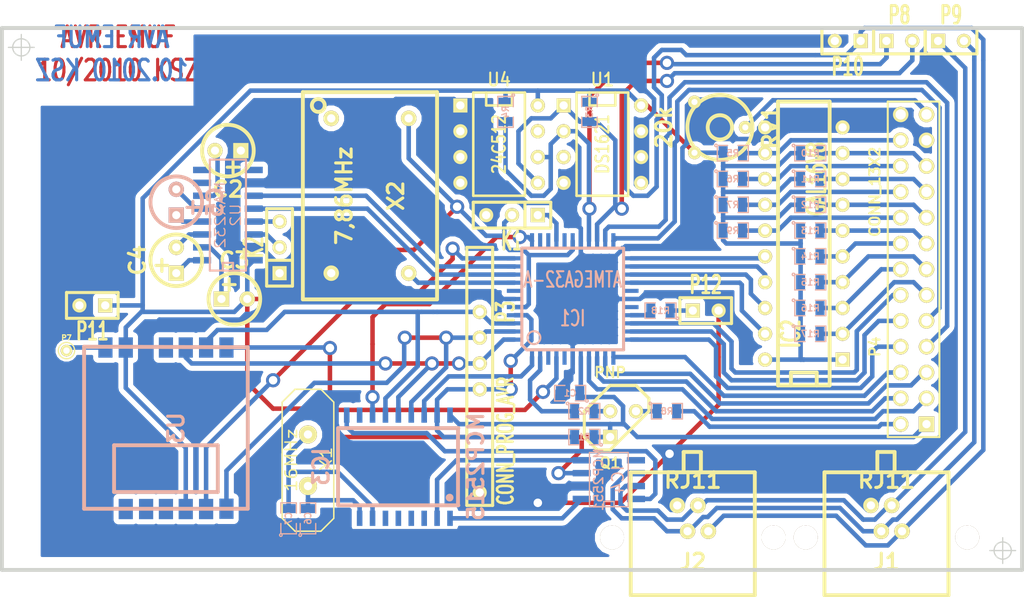
<source format=kicad_pcb>
(kicad_pcb (version 20171130) (host pcbnew 5.0.0+dfsg1-2~bpo9+1)

  (general
    (thickness 1.6002)
    (drawings 8)
    (tracks 679)
    (zones 0)
    (modules 49)
    (nets 65)
  )

  (page A4)
  (title_block
    (date "31 jan 2011")
  )

  (layers
    (0 Vorderseite signal)
    (31 Rückseite signal)
    (32 B.Adhes user)
    (33 F.Adhes user)
    (34 B.Paste user)
    (35 F.Paste user)
    (36 B.SilkS user)
    (37 F.SilkS user)
    (38 B.Mask user)
    (39 F.Mask user)
    (40 Dwgs.User user)
    (41 Cmts.User user)
    (42 Eco1.User user)
    (43 Eco2.User user)
    (44 Edge.Cuts user)
  )

  (setup
    (last_trace_width 0.4445)
    (trace_clearance 0.254)
    (zone_clearance 0.508)
    (zone_45_only no)
    (trace_min 0.2032)
    (segment_width 0.381)
    (edge_width 0.381)
    (via_size 1.397)
    (via_drill 0.8382)
    (via_min_size 0.889)
    (via_min_drill 0.508)
    (uvia_size 0.508)
    (uvia_drill 0.127)
    (uvias_allowed no)
    (uvia_min_size 0.508)
    (uvia_min_drill 0.127)
    (pcb_text_width 0.3048)
    (pcb_text_size 1.524 2.032)
    (mod_edge_width 0.381)
    (mod_text_size 1.524 1.524)
    (mod_text_width 0.3048)
    (pad_size 0.8128 0.8128)
    (pad_drill 0.8128)
    (pad_to_mask_clearance 0.254)
    (aux_axis_origin 185.42 118.11)
    (visible_elements FFFFFF7F)
    (pcbplotparams
      (layerselection 0x010fc_ffffffff)
      (usegerberextensions false)
      (usegerberattributes false)
      (usegerberadvancedattributes false)
      (creategerberjobfile false)
      (excludeedgelayer true)
      (linewidth 0.100000)
      (plotframeref false)
      (viasonmask false)
      (mode 1)
      (useauxorigin false)
      (hpglpennumber 1)
      (hpglpenspeed 20)
      (hpglpendiameter 15.000000)
      (psnegative false)
      (psa4output false)
      (plotreference true)
      (plotvalue true)
      (plotinvisibletext false)
      (padsonsilk false)
      (subtractmaskfromsilk false)
      (outputformat 1)
      (mirror false)
      (drillshape 1)
      (scaleselection 1)
      (outputdirectory ""))
  )

  (net 0 "")
  (net 1 +5V)
  (net 2 GND)
  (net 3 N-000001)
  (net 4 N-000004)
  (net 5 N-000005)
  (net 6 N-000008)
  (net 7 N-000013)
  (net 8 N-000014)
  (net 9 N-000015)
  (net 10 N-000016)
  (net 11 N-000017)
  (net 12 N-000018)
  (net 13 N-000019)
  (net 14 N-000020)
  (net 15 N-000021)
  (net 16 N-000022)
  (net 17 N-000023)
  (net 18 N-000024)
  (net 19 N-000025)
  (net 20 N-000026)
  (net 21 N-000027)
  (net 22 N-000028)
  (net 23 N-000029)
  (net 24 N-000030)
  (net 25 N-000041)
  (net 26 N-000042)
  (net 27 N-000043)
  (net 28 N-000044)
  (net 29 N-000045)
  (net 30 N-000049)
  (net 31 N-000053)
  (net 32 N-000054)
  (net 33 N-000055)
  (net 34 N-000056)
  (net 35 N-000057)
  (net 36 N-000058)
  (net 37 N-000059)
  (net 38 N-000060)
  (net 39 N-000061)
  (net 40 N-000062)
  (net 41 N-000063)
  (net 42 N-000064)
  (net 43 N-000065)
  (net 44 N-000066)
  (net 45 N-000067)
  (net 46 N-000068)
  (net 47 N-000069)
  (net 48 N-000070)
  (net 49 N-000071)
  (net 50 N-000072)
  (net 51 N-000073)
  (net 52 N-000074)
  (net 53 N-000075)
  (net 54 N-000076)
  (net 55 N-000077)
  (net 56 N-000079)
  (net 57 N-000080)
  (net 58 N-000081)
  (net 59 N-000082)
  (net 60 N-000083)
  (net 61 N-000084)
  (net 62 N-000085)
  (net 63 N-000086)
  (net 64 N-000087)

  (net_class Default "Dies ist die voreingestellte Netzklasse."
    (clearance 0.254)
    (trace_width 0.4445)
    (via_dia 1.397)
    (via_drill 0.8382)
    (uvia_dia 0.508)
    (uvia_drill 0.127)
    (add_net +5V)
    (add_net GND)
    (add_net N-000001)
    (add_net N-000004)
    (add_net N-000005)
    (add_net N-000008)
    (add_net N-000013)
    (add_net N-000014)
    (add_net N-000015)
    (add_net N-000016)
    (add_net N-000017)
    (add_net N-000018)
    (add_net N-000019)
    (add_net N-000020)
    (add_net N-000021)
    (add_net N-000022)
    (add_net N-000023)
    (add_net N-000024)
    (add_net N-000025)
    (add_net N-000026)
    (add_net N-000027)
    (add_net N-000028)
    (add_net N-000029)
    (add_net N-000030)
    (add_net N-000041)
    (add_net N-000042)
    (add_net N-000043)
    (add_net N-000044)
    (add_net N-000045)
    (add_net N-000049)
    (add_net N-000053)
    (add_net N-000054)
    (add_net N-000055)
    (add_net N-000056)
    (add_net N-000057)
    (add_net N-000058)
    (add_net N-000059)
    (add_net N-000060)
    (add_net N-000061)
    (add_net N-000062)
    (add_net N-000063)
    (add_net N-000064)
    (add_net N-000065)
    (add_net N-000066)
    (add_net N-000067)
    (add_net N-000068)
    (add_net N-000069)
    (add_net N-000070)
    (add_net N-000071)
    (add_net N-000072)
    (add_net N-000073)
    (add_net N-000074)
    (add_net N-000075)
    (add_net N-000076)
    (add_net N-000077)
    (add_net N-000079)
    (add_net N-000080)
    (add_net N-000081)
    (add_net N-000082)
    (add_net N-000083)
    (add_net N-000084)
    (add_net N-000085)
    (add_net N-000086)
    (add_net N-000087)
  )

  (module DIP-20__300 placed (layer Vorderseite) (tedit 200000) (tstamp 4C978397)
    (at 262.382 138.049 90)
    (descr "20 pins DIL package, round pads")
    (tags DIL)
    (path /4C91113F)
    (fp_text reference IC2 (at -8.89 -1.27 90) (layer F.SilkS)
      (effects (font (size 1.778 1.143) (thickness 0.28702)))
    )
    (fp_text value GAL16V8 (at 6.35 1.27 90) (layer F.SilkS)
      (effects (font (size 1.778 1.143) (thickness 0.28702)))
    )
    (fp_line (start -13.97 -1.27) (end -12.7 -1.27) (layer F.SilkS) (width 0.381))
    (fp_line (start -12.7 -1.27) (end -12.7 1.27) (layer F.SilkS) (width 0.381))
    (fp_line (start -12.7 1.27) (end -13.97 1.27) (layer F.SilkS) (width 0.381))
    (fp_line (start -13.97 -2.54) (end 13.97 -2.54) (layer F.SilkS) (width 0.381))
    (fp_line (start 13.97 -2.54) (end 13.97 2.54) (layer F.SilkS) (width 0.381))
    (fp_line (start 13.97 2.54) (end -13.97 2.54) (layer F.SilkS) (width 0.381))
    (fp_line (start -13.97 2.54) (end -13.97 -2.54) (layer F.SilkS) (width 0.381))
    (pad 1 thru_hole rect (at -11.43 3.81 90) (size 1.397 1.397) (drill 0.8128) (layers *.Cu *.Mask F.SilkS)
      (net 1 +5V))
    (pad 2 thru_hole circle (at -8.89 3.81 90) (size 1.397 1.397) (drill 0.8128) (layers *.Cu *.Mask F.SilkS)
      (net 56 N-000079))
    (pad 3 thru_hole circle (at -6.35 3.81 90) (size 1.397 1.397) (drill 0.8128) (layers *.Cu *.Mask F.SilkS)
      (net 36 N-000058))
    (pad 4 thru_hole circle (at -3.81 3.81 90) (size 1.397 1.397) (drill 0.8128) (layers *.Cu *.Mask F.SilkS)
      (net 59 N-000082))
    (pad 5 thru_hole circle (at -1.27 3.81 90) (size 1.397 1.397) (drill 0.8128) (layers *.Cu *.Mask F.SilkS)
      (net 57 N-000080))
    (pad 6 thru_hole circle (at 1.27 3.81 90) (size 1.397 1.397) (drill 0.8128) (layers *.Cu *.Mask F.SilkS)
      (net 37 N-000059))
    (pad 7 thru_hole circle (at 3.81 3.81 90) (size 1.397 1.397) (drill 0.8128) (layers *.Cu *.Mask F.SilkS)
      (net 60 N-000083))
    (pad 8 thru_hole circle (at 6.35 3.81 90) (size 1.397 1.397) (drill 0.8128) (layers *.Cu *.Mask F.SilkS)
      (net 58 N-000081))
    (pad 9 thru_hole circle (at 8.89 3.81 90) (size 1.397 1.397) (drill 0.8128) (layers *.Cu *.Mask F.SilkS)
      (net 38 N-000060))
    (pad 10 thru_hole circle (at 11.43 3.81 90) (size 1.397 1.397) (drill 0.8128) (layers *.Cu *.Mask F.SilkS)
      (net 2 GND))
    (pad 11 thru_hole circle (at 11.43 -3.81 90) (size 1.397 1.397) (drill 0.8128) (layers *.Cu *.Mask F.SilkS)
      (net 2 GND))
    (pad 12 thru_hole circle (at 8.89 -3.81 90) (size 1.397 1.397) (drill 0.8128) (layers *.Cu *.Mask F.SilkS)
      (net 52 N-000074))
    (pad 13 thru_hole circle (at 6.35 -3.81 90) (size 1.397 1.397) (drill 0.8128) (layers *.Cu *.Mask F.SilkS)
      (net 55 N-000077))
    (pad 14 thru_hole circle (at 3.81 -3.81 90) (size 1.397 1.397) (drill 0.8128) (layers *.Cu *.Mask F.SilkS)
      (net 64 N-000087))
    (pad 15 thru_hole circle (at 1.27 -3.81 90) (size 1.397 1.397) (drill 0.8128) (layers *.Cu *.Mask F.SilkS)
      (net 54 N-000076))
    (pad 16 thru_hole circle (at -1.27 -3.81 90) (size 1.397 1.397) (drill 0.8128) (layers *.Cu *.Mask F.SilkS)
      (net 39 N-000061))
    (pad 17 thru_hole circle (at -3.81 -3.81 90) (size 1.397 1.397) (drill 0.8128) (layers *.Cu *.Mask F.SilkS)
      (net 44 N-000066))
    (pad 18 thru_hole circle (at -6.35 -3.81 90) (size 1.397 1.397) (drill 0.8128) (layers *.Cu *.Mask F.SilkS)
      (net 45 N-000067))
    (pad 19 thru_hole circle (at -8.89 -3.81 90) (size 1.397 1.397) (drill 0.8128) (layers *.Cu *.Mask F.SilkS)
      (net 47 N-000069))
    (pad 20 thru_hole circle (at -11.43 -3.81 90) (size 1.397 1.397) (drill 0.8128) (layers *.Cu *.Mask F.SilkS)
      (net 1 +5V))
    (model dil/dil_20.wrl
      (at (xyz 0 0 0))
      (scale (xyz 1 1 1))
      (rotate (xyz 0 0 0))
    )
  )

  (module SIL-3 placed (layer Vorderseite) (tedit 200000) (tstamp 4C976D0F)
    (at 233.68 135.255 180)
    (descr "Connecteur 3 pins")
    (tags "CONN DEV")
    (path /4C91DFE5)
    (fp_text reference K1 (at 0 -2.54 180) (layer F.SilkS)
      (effects (font (size 1.7907 1.07696) (thickness 0.26924)))
    )
    (fp_text value CONN_3 (at 0 -2.54 180) (layer F.SilkS) hide
      (effects (font (size 1.524 1.016) (thickness 0.254)))
    )
    (fp_line (start -3.81 1.27) (end -3.81 -1.27) (layer F.SilkS) (width 0.3048))
    (fp_line (start -3.81 -1.27) (end 3.81 -1.27) (layer F.SilkS) (width 0.3048))
    (fp_line (start 3.81 -1.27) (end 3.81 1.27) (layer F.SilkS) (width 0.3048))
    (fp_line (start 3.81 1.27) (end -3.81 1.27) (layer F.SilkS) (width 0.3048))
    (fp_line (start -1.27 -1.27) (end -1.27 1.27) (layer F.SilkS) (width 0.3048))
    (pad 1 thru_hole rect (at -2.54 0 180) (size 1.397 1.397) (drill 0.8128) (layers *.Cu *.Mask F.SilkS)
      (net 49 N-000071))
    (pad 2 thru_hole circle (at 0 0 180) (size 1.397 1.397) (drill 0.8128) (layers *.Cu *.Mask F.SilkS)
      (net 1 +5V))
    (pad 3 thru_hole circle (at 2.54 0 180) (size 1.397 1.397) (drill 0.8128) (layers *.Cu *.Mask F.SilkS)
      (net 2 GND))
  )

  (module SM0805 placed (layer Rückseite) (tedit 42806E04) (tstamp 4C97112F)
    (at 263.017 146.939)
    (path /4C9114AD)
    (attr smd)
    (fp_text reference R17 (at 0 0) (layer B.SilkS)
      (effects (font (size 0.635 0.635) (thickness 0.127)) (justify mirror))
    )
    (fp_text value 100k (at 0 0) (layer B.SilkS) hide
      (effects (font (size 0.635 0.635) (thickness 0.127)) (justify mirror))
    )
    (fp_circle (center -1.651 -0.762) (end -1.651 -0.635) (layer B.SilkS) (width 0.127))
    (fp_line (start -0.508 -0.762) (end -1.524 -0.762) (layer B.SilkS) (width 0.127))
    (fp_line (start -1.524 -0.762) (end -1.524 0.762) (layer B.SilkS) (width 0.127))
    (fp_line (start -1.524 0.762) (end -0.508 0.762) (layer B.SilkS) (width 0.127))
    (fp_line (start 0.508 0.762) (end 1.524 0.762) (layer B.SilkS) (width 0.127))
    (fp_line (start 1.524 0.762) (end 1.524 -0.762) (layer B.SilkS) (width 0.127))
    (fp_line (start 1.524 -0.762) (end 0.508 -0.762) (layer B.SilkS) (width 0.127))
    (pad 1 smd rect (at -0.9525 0) (size 0.889 1.397) (layers Rückseite B.Paste B.Mask)
      (net 1 +5V))
    (pad 2 smd rect (at 0.9525 0) (size 0.889 1.397) (layers Rückseite B.Paste B.Mask)
      (net 56 N-000079))
    (model smd/chip_cms.wrl
      (at (xyz 0 0 0))
      (scale (xyz 0.1 0.1 0.1))
      (rotate (xyz 0 0 0))
    )
  )

  (module SM0805 placed (layer Rückseite) (tedit 42806E04) (tstamp 4C971131)
    (at 263.017 144.399)
    (path /4C9114B5)
    (attr smd)
    (fp_text reference R16 (at 0 0) (layer B.SilkS)
      (effects (font (size 0.635 0.635) (thickness 0.127)) (justify mirror))
    )
    (fp_text value 100k (at 0 0) (layer B.SilkS) hide
      (effects (font (size 0.635 0.635) (thickness 0.127)) (justify mirror))
    )
    (fp_circle (center -1.651 -0.762) (end -1.651 -0.635) (layer B.SilkS) (width 0.127))
    (fp_line (start -0.508 -0.762) (end -1.524 -0.762) (layer B.SilkS) (width 0.127))
    (fp_line (start -1.524 -0.762) (end -1.524 0.762) (layer B.SilkS) (width 0.127))
    (fp_line (start -1.524 0.762) (end -0.508 0.762) (layer B.SilkS) (width 0.127))
    (fp_line (start 0.508 0.762) (end 1.524 0.762) (layer B.SilkS) (width 0.127))
    (fp_line (start 1.524 0.762) (end 1.524 -0.762) (layer B.SilkS) (width 0.127))
    (fp_line (start 1.524 -0.762) (end 0.508 -0.762) (layer B.SilkS) (width 0.127))
    (pad 1 smd rect (at -0.9525 0) (size 0.889 1.397) (layers Rückseite B.Paste B.Mask)
      (net 1 +5V))
    (pad 2 smd rect (at 0.9525 0) (size 0.889 1.397) (layers Rückseite B.Paste B.Mask)
      (net 36 N-000058))
    (model smd/chip_cms.wrl
      (at (xyz 0 0 0))
      (scale (xyz 0.1 0.1 0.1))
      (rotate (xyz 0 0 0))
    )
  )

  (module SM0805 placed (layer Rückseite) (tedit 42806E04) (tstamp 4C971133)
    (at 263.017 141.859)
    (path /4C9114C9)
    (attr smd)
    (fp_text reference R15 (at 0 0) (layer B.SilkS)
      (effects (font (size 0.635 0.635) (thickness 0.127)) (justify mirror))
    )
    (fp_text value 100k (at 0 0) (layer B.SilkS) hide
      (effects (font (size 0.635 0.635) (thickness 0.127)) (justify mirror))
    )
    (fp_circle (center -1.651 -0.762) (end -1.651 -0.635) (layer B.SilkS) (width 0.127))
    (fp_line (start -0.508 -0.762) (end -1.524 -0.762) (layer B.SilkS) (width 0.127))
    (fp_line (start -1.524 -0.762) (end -1.524 0.762) (layer B.SilkS) (width 0.127))
    (fp_line (start -1.524 0.762) (end -0.508 0.762) (layer B.SilkS) (width 0.127))
    (fp_line (start 0.508 0.762) (end 1.524 0.762) (layer B.SilkS) (width 0.127))
    (fp_line (start 1.524 0.762) (end 1.524 -0.762) (layer B.SilkS) (width 0.127))
    (fp_line (start 1.524 -0.762) (end 0.508 -0.762) (layer B.SilkS) (width 0.127))
    (pad 1 smd rect (at -0.9525 0) (size 0.889 1.397) (layers Rückseite B.Paste B.Mask)
      (net 1 +5V))
    (pad 2 smd rect (at 0.9525 0) (size 0.889 1.397) (layers Rückseite B.Paste B.Mask)
      (net 59 N-000082))
    (model smd/chip_cms.wrl
      (at (xyz 0 0 0))
      (scale (xyz 0.1 0.1 0.1))
      (rotate (xyz 0 0 0))
    )
  )

  (module SM0805 placed (layer Rückseite) (tedit 42806E04) (tstamp 4C971135)
    (at 263.017 139.319)
    (path /4C9114D0)
    (attr smd)
    (fp_text reference R14 (at 0 0) (layer B.SilkS)
      (effects (font (size 0.635 0.635) (thickness 0.127)) (justify mirror))
    )
    (fp_text value 100k (at 0 0) (layer B.SilkS) hide
      (effects (font (size 0.635 0.635) (thickness 0.127)) (justify mirror))
    )
    (fp_circle (center -1.651 -0.762) (end -1.651 -0.635) (layer B.SilkS) (width 0.127))
    (fp_line (start -0.508 -0.762) (end -1.524 -0.762) (layer B.SilkS) (width 0.127))
    (fp_line (start -1.524 -0.762) (end -1.524 0.762) (layer B.SilkS) (width 0.127))
    (fp_line (start -1.524 0.762) (end -0.508 0.762) (layer B.SilkS) (width 0.127))
    (fp_line (start 0.508 0.762) (end 1.524 0.762) (layer B.SilkS) (width 0.127))
    (fp_line (start 1.524 0.762) (end 1.524 -0.762) (layer B.SilkS) (width 0.127))
    (fp_line (start 1.524 -0.762) (end 0.508 -0.762) (layer B.SilkS) (width 0.127))
    (pad 1 smd rect (at -0.9525 0) (size 0.889 1.397) (layers Rückseite B.Paste B.Mask)
      (net 1 +5V))
    (pad 2 smd rect (at 0.9525 0) (size 0.889 1.397) (layers Rückseite B.Paste B.Mask)
      (net 57 N-000080))
    (model smd/chip_cms.wrl
      (at (xyz 0 0 0))
      (scale (xyz 0.1 0.1 0.1))
      (rotate (xyz 0 0 0))
    )
  )

  (module SM0805 placed (layer Rückseite) (tedit 42806E04) (tstamp 4C971137)
    (at 263.017 136.779)
    (path /4C9114D6)
    (attr smd)
    (fp_text reference R13 (at 0 0) (layer B.SilkS)
      (effects (font (size 0.635 0.635) (thickness 0.127)) (justify mirror))
    )
    (fp_text value 100k (at 0 0) (layer B.SilkS) hide
      (effects (font (size 0.635 0.635) (thickness 0.127)) (justify mirror))
    )
    (fp_circle (center -1.651 -0.762) (end -1.651 -0.635) (layer B.SilkS) (width 0.127))
    (fp_line (start -0.508 -0.762) (end -1.524 -0.762) (layer B.SilkS) (width 0.127))
    (fp_line (start -1.524 -0.762) (end -1.524 0.762) (layer B.SilkS) (width 0.127))
    (fp_line (start -1.524 0.762) (end -0.508 0.762) (layer B.SilkS) (width 0.127))
    (fp_line (start 0.508 0.762) (end 1.524 0.762) (layer B.SilkS) (width 0.127))
    (fp_line (start 1.524 0.762) (end 1.524 -0.762) (layer B.SilkS) (width 0.127))
    (fp_line (start 1.524 -0.762) (end 0.508 -0.762) (layer B.SilkS) (width 0.127))
    (pad 1 smd rect (at -0.9525 0) (size 0.889 1.397) (layers Rückseite B.Paste B.Mask)
      (net 1 +5V))
    (pad 2 smd rect (at 0.9525 0) (size 0.889 1.397) (layers Rückseite B.Paste B.Mask)
      (net 37 N-000059))
    (model smd/chip_cms.wrl
      (at (xyz 0 0 0))
      (scale (xyz 0.1 0.1 0.1))
      (rotate (xyz 0 0 0))
    )
  )

  (module SM0805 placed (layer Rückseite) (tedit 42806E04) (tstamp 4C971139)
    (at 263.017 134.239)
    (path /4C9114DD)
    (attr smd)
    (fp_text reference R12 (at 0 0) (layer B.SilkS)
      (effects (font (size 0.635 0.635) (thickness 0.127)) (justify mirror))
    )
    (fp_text value 100k (at 0 0) (layer B.SilkS) hide
      (effects (font (size 0.635 0.635) (thickness 0.127)) (justify mirror))
    )
    (fp_circle (center -1.651 -0.762) (end -1.651 -0.635) (layer B.SilkS) (width 0.127))
    (fp_line (start -0.508 -0.762) (end -1.524 -0.762) (layer B.SilkS) (width 0.127))
    (fp_line (start -1.524 -0.762) (end -1.524 0.762) (layer B.SilkS) (width 0.127))
    (fp_line (start -1.524 0.762) (end -0.508 0.762) (layer B.SilkS) (width 0.127))
    (fp_line (start 0.508 0.762) (end 1.524 0.762) (layer B.SilkS) (width 0.127))
    (fp_line (start 1.524 0.762) (end 1.524 -0.762) (layer B.SilkS) (width 0.127))
    (fp_line (start 1.524 -0.762) (end 0.508 -0.762) (layer B.SilkS) (width 0.127))
    (pad 1 smd rect (at -0.9525 0) (size 0.889 1.397) (layers Rückseite B.Paste B.Mask)
      (net 1 +5V))
    (pad 2 smd rect (at 0.9525 0) (size 0.889 1.397) (layers Rückseite B.Paste B.Mask)
      (net 60 N-000083))
    (model smd/chip_cms.wrl
      (at (xyz 0 0 0))
      (scale (xyz 0.1 0.1 0.1))
      (rotate (xyz 0 0 0))
    )
  )

  (module SM0805 placed (layer Rückseite) (tedit 42806E04) (tstamp 4C97113B)
    (at 263.017 131.699)
    (path /4C9114E4)
    (attr smd)
    (fp_text reference R11 (at 0 0) (layer B.SilkS)
      (effects (font (size 0.635 0.635) (thickness 0.127)) (justify mirror))
    )
    (fp_text value 100k (at 0 0) (layer B.SilkS) hide
      (effects (font (size 0.635 0.635) (thickness 0.127)) (justify mirror))
    )
    (fp_circle (center -1.651 -0.762) (end -1.651 -0.635) (layer B.SilkS) (width 0.127))
    (fp_line (start -0.508 -0.762) (end -1.524 -0.762) (layer B.SilkS) (width 0.127))
    (fp_line (start -1.524 -0.762) (end -1.524 0.762) (layer B.SilkS) (width 0.127))
    (fp_line (start -1.524 0.762) (end -0.508 0.762) (layer B.SilkS) (width 0.127))
    (fp_line (start 0.508 0.762) (end 1.524 0.762) (layer B.SilkS) (width 0.127))
    (fp_line (start 1.524 0.762) (end 1.524 -0.762) (layer B.SilkS) (width 0.127))
    (fp_line (start 1.524 -0.762) (end 0.508 -0.762) (layer B.SilkS) (width 0.127))
    (pad 1 smd rect (at -0.9525 0) (size 0.889 1.397) (layers Rückseite B.Paste B.Mask)
      (net 1 +5V))
    (pad 2 smd rect (at 0.9525 0) (size 0.889 1.397) (layers Rückseite B.Paste B.Mask)
      (net 58 N-000081))
    (model smd/chip_cms.wrl
      (at (xyz 0 0 0))
      (scale (xyz 0.1 0.1 0.1))
      (rotate (xyz 0 0 0))
    )
  )

  (module SM0805 placed (layer Rückseite) (tedit 42806E04) (tstamp 4C97113D)
    (at 263.017 129.159)
    (path /4C9114EA)
    (attr smd)
    (fp_text reference R10 (at 0 0) (layer B.SilkS)
      (effects (font (size 0.635 0.635) (thickness 0.127)) (justify mirror))
    )
    (fp_text value 100k (at 0 0) (layer B.SilkS) hide
      (effects (font (size 0.635 0.635) (thickness 0.127)) (justify mirror))
    )
    (fp_circle (center -1.651 -0.762) (end -1.651 -0.635) (layer B.SilkS) (width 0.127))
    (fp_line (start -0.508 -0.762) (end -1.524 -0.762) (layer B.SilkS) (width 0.127))
    (fp_line (start -1.524 -0.762) (end -1.524 0.762) (layer B.SilkS) (width 0.127))
    (fp_line (start -1.524 0.762) (end -0.508 0.762) (layer B.SilkS) (width 0.127))
    (fp_line (start 0.508 0.762) (end 1.524 0.762) (layer B.SilkS) (width 0.127))
    (fp_line (start 1.524 0.762) (end 1.524 -0.762) (layer B.SilkS) (width 0.127))
    (fp_line (start 1.524 -0.762) (end 0.508 -0.762) (layer B.SilkS) (width 0.127))
    (pad 1 smd rect (at -0.9525 0) (size 0.889 1.397) (layers Rückseite B.Paste B.Mask)
      (net 1 +5V))
    (pad 2 smd rect (at 0.9525 0) (size 0.889 1.397) (layers Rückseite B.Paste B.Mask)
      (net 38 N-000060))
    (model smd/chip_cms.wrl
      (at (xyz 0 0 0))
      (scale (xyz 0.1 0.1 0.1))
      (rotate (xyz 0 0 0))
    )
  )

  (module SM0805 placed (layer Rückseite) (tedit 42806E04) (tstamp 4C97113F)
    (at 255.397 136.779)
    (path /4C91146F)
    (attr smd)
    (fp_text reference R9 (at 0 0) (layer B.SilkS)
      (effects (font (size 0.635 0.635) (thickness 0.127)) (justify mirror))
    )
    (fp_text value 100k (at 0 0) (layer B.SilkS) hide
      (effects (font (size 0.635 0.635) (thickness 0.127)) (justify mirror))
    )
    (fp_circle (center -1.651 -0.762) (end -1.651 -0.635) (layer B.SilkS) (width 0.127))
    (fp_line (start -0.508 -0.762) (end -1.524 -0.762) (layer B.SilkS) (width 0.127))
    (fp_line (start -1.524 -0.762) (end -1.524 0.762) (layer B.SilkS) (width 0.127))
    (fp_line (start -1.524 0.762) (end -0.508 0.762) (layer B.SilkS) (width 0.127))
    (fp_line (start 0.508 0.762) (end 1.524 0.762) (layer B.SilkS) (width 0.127))
    (fp_line (start 1.524 0.762) (end 1.524 -0.762) (layer B.SilkS) (width 0.127))
    (fp_line (start 1.524 -0.762) (end 0.508 -0.762) (layer B.SilkS) (width 0.127))
    (pad 1 smd rect (at -0.9525 0) (size 0.889 1.397) (layers Rückseite B.Paste B.Mask)
      (net 1 +5V))
    (pad 2 smd rect (at 0.9525 0) (size 0.889 1.397) (layers Rückseite B.Paste B.Mask)
      (net 54 N-000076))
    (model smd/chip_cms.wrl
      (at (xyz 0 0 0))
      (scale (xyz 0.1 0.1 0.1))
      (rotate (xyz 0 0 0))
    )
  )

  (module SM0805 placed (layer Rückseite) (tedit 42806E04) (tstamp 4C971141)
    (at 248.92 154.559)
    (path /4C91DF18)
    (attr smd)
    (fp_text reference R8 (at 0 0) (layer B.SilkS)
      (effects (font (size 0.635 0.635) (thickness 0.127)) (justify mirror))
    )
    (fp_text value 33 (at 0 0) (layer B.SilkS) hide
      (effects (font (size 0.635 0.635) (thickness 0.127)) (justify mirror))
    )
    (fp_circle (center -1.651 -0.762) (end -1.651 -0.635) (layer B.SilkS) (width 0.127))
    (fp_line (start -0.508 -0.762) (end -1.524 -0.762) (layer B.SilkS) (width 0.127))
    (fp_line (start -1.524 -0.762) (end -1.524 0.762) (layer B.SilkS) (width 0.127))
    (fp_line (start -1.524 0.762) (end -0.508 0.762) (layer B.SilkS) (width 0.127))
    (fp_line (start 0.508 0.762) (end 1.524 0.762) (layer B.SilkS) (width 0.127))
    (fp_line (start 1.524 0.762) (end 1.524 -0.762) (layer B.SilkS) (width 0.127))
    (fp_line (start 1.524 -0.762) (end 0.508 -0.762) (layer B.SilkS) (width 0.127))
    (pad 1 smd rect (at -0.9525 0) (size 0.889 1.397) (layers Rückseite B.Paste B.Mask)
      (net 29 N-000045))
    (pad 2 smd rect (at 0.9525 0) (size 0.889 1.397) (layers Rückseite B.Paste B.Mask)
      (net 50 N-000072))
    (model smd/chip_cms.wrl
      (at (xyz 0 0 0))
      (scale (xyz 0.1 0.1 0.1))
      (rotate (xyz 0 0 0))
    )
  )

  (module SM0805 placed (layer Rückseite) (tedit 42806E04) (tstamp 4C971143)
    (at 255.397 134.239)
    (path /4C91145B)
    (attr smd)
    (fp_text reference R7 (at 0 0) (layer B.SilkS)
      (effects (font (size 0.635 0.635) (thickness 0.127)) (justify mirror))
    )
    (fp_text value 100k (at 0 0) (layer B.SilkS) hide
      (effects (font (size 0.635 0.635) (thickness 0.127)) (justify mirror))
    )
    (fp_circle (center -1.651 -0.762) (end -1.651 -0.635) (layer B.SilkS) (width 0.127))
    (fp_line (start -0.508 -0.762) (end -1.524 -0.762) (layer B.SilkS) (width 0.127))
    (fp_line (start -1.524 -0.762) (end -1.524 0.762) (layer B.SilkS) (width 0.127))
    (fp_line (start -1.524 0.762) (end -0.508 0.762) (layer B.SilkS) (width 0.127))
    (fp_line (start 0.508 0.762) (end 1.524 0.762) (layer B.SilkS) (width 0.127))
    (fp_line (start 1.524 0.762) (end 1.524 -0.762) (layer B.SilkS) (width 0.127))
    (fp_line (start 1.524 -0.762) (end 0.508 -0.762) (layer B.SilkS) (width 0.127))
    (pad 1 smd rect (at -0.9525 0) (size 0.889 1.397) (layers Rückseite B.Paste B.Mask)
      (net 1 +5V))
    (pad 2 smd rect (at 0.9525 0) (size 0.889 1.397) (layers Rückseite B.Paste B.Mask)
      (net 64 N-000087))
    (model smd/chip_cms.wrl
      (at (xyz 0 0 0))
      (scale (xyz 0.1 0.1 0.1))
      (rotate (xyz 0 0 0))
    )
  )

  (module SM0805 placed (layer Rückseite) (tedit 42806E04) (tstamp 4C971145)
    (at 255.397 131.699)
    (path /4C91149E)
    (attr smd)
    (fp_text reference R6 (at 0 0) (layer B.SilkS)
      (effects (font (size 0.635 0.635) (thickness 0.127)) (justify mirror))
    )
    (fp_text value 100k (at 0 0) (layer B.SilkS) hide
      (effects (font (size 0.635 0.635) (thickness 0.127)) (justify mirror))
    )
    (fp_circle (center -1.651 -0.762) (end -1.651 -0.635) (layer B.SilkS) (width 0.127))
    (fp_line (start -0.508 -0.762) (end -1.524 -0.762) (layer B.SilkS) (width 0.127))
    (fp_line (start -1.524 -0.762) (end -1.524 0.762) (layer B.SilkS) (width 0.127))
    (fp_line (start -1.524 0.762) (end -0.508 0.762) (layer B.SilkS) (width 0.127))
    (fp_line (start 0.508 0.762) (end 1.524 0.762) (layer B.SilkS) (width 0.127))
    (fp_line (start 1.524 0.762) (end 1.524 -0.762) (layer B.SilkS) (width 0.127))
    (fp_line (start 1.524 -0.762) (end 0.508 -0.762) (layer B.SilkS) (width 0.127))
    (pad 1 smd rect (at -0.9525 0) (size 0.889 1.397) (layers Rückseite B.Paste B.Mask)
      (net 1 +5V))
    (pad 2 smd rect (at 0.9525 0) (size 0.889 1.397) (layers Rückseite B.Paste B.Mask)
      (net 55 N-000077))
    (model smd/chip_cms.wrl
      (at (xyz 0 0 0))
      (scale (xyz 0.1 0.1 0.1))
      (rotate (xyz 0 0 0))
    )
  )

  (module SM0805 placed (layer Rückseite) (tedit 42806E04) (tstamp 4C971147)
    (at 255.397 129.159)
    (path /4C9114A6)
    (attr smd)
    (fp_text reference R5 (at 0 0) (layer B.SilkS)
      (effects (font (size 0.635 0.635) (thickness 0.127)) (justify mirror))
    )
    (fp_text value 100k (at 0 0) (layer B.SilkS) hide
      (effects (font (size 0.635 0.635) (thickness 0.127)) (justify mirror))
    )
    (fp_circle (center -1.651 -0.762) (end -1.651 -0.635) (layer B.SilkS) (width 0.127))
    (fp_line (start -0.508 -0.762) (end -1.524 -0.762) (layer B.SilkS) (width 0.127))
    (fp_line (start -1.524 -0.762) (end -1.524 0.762) (layer B.SilkS) (width 0.127))
    (fp_line (start -1.524 0.762) (end -0.508 0.762) (layer B.SilkS) (width 0.127))
    (fp_line (start 0.508 0.762) (end 1.524 0.762) (layer B.SilkS) (width 0.127))
    (fp_line (start 1.524 0.762) (end 1.524 -0.762) (layer B.SilkS) (width 0.127))
    (fp_line (start 1.524 -0.762) (end 0.508 -0.762) (layer B.SilkS) (width 0.127))
    (pad 1 smd rect (at -0.9525 0) (size 0.889 1.397) (layers Rückseite B.Paste B.Mask)
      (net 1 +5V))
    (pad 2 smd rect (at 0.9525 0) (size 0.889 1.397) (layers Rückseite B.Paste B.Mask)
      (net 52 N-000074))
    (model smd/chip_cms.wrl
      (at (xyz 0 0 0))
      (scale (xyz 0.1 0.1 0.1))
      (rotate (xyz 0 0 0))
    )
  )

  (module SM0805 placed (layer Rückseite) (tedit 42806E04) (tstamp 4CA06D2B)
    (at 233.045 125.095 270)
    (path /4C91E161)
    (attr smd)
    (fp_text reference R4 (at 0 0 270) (layer B.SilkS)
      (effects (font (size 0.635 0.635) (thickness 0.127)) (justify mirror))
    )
    (fp_text value 10k (at 0 0 270) (layer B.SilkS) hide
      (effects (font (size 0.635 0.635) (thickness 0.127)) (justify mirror))
    )
    (fp_circle (center -1.651 -0.762) (end -1.651 -0.635) (layer B.SilkS) (width 0.127))
    (fp_line (start -0.508 -0.762) (end -1.524 -0.762) (layer B.SilkS) (width 0.127))
    (fp_line (start -1.524 -0.762) (end -1.524 0.762) (layer B.SilkS) (width 0.127))
    (fp_line (start -1.524 0.762) (end -0.508 0.762) (layer B.SilkS) (width 0.127))
    (fp_line (start 0.508 0.762) (end 1.524 0.762) (layer B.SilkS) (width 0.127))
    (fp_line (start 1.524 0.762) (end 1.524 -0.762) (layer B.SilkS) (width 0.127))
    (fp_line (start 1.524 -0.762) (end 0.508 -0.762) (layer B.SilkS) (width 0.127))
    (pad 1 smd rect (at -0.9525 0 270) (size 0.889 1.397) (layers Rückseite B.Paste B.Mask)
      (net 1 +5V))
    (pad 2 smd rect (at 0.9525 0 270) (size 0.889 1.397) (layers Rückseite B.Paste B.Mask)
      (net 63 N-000086))
    (model smd/chip_cms.wrl
      (at (xyz 0 0 0))
      (scale (xyz 0.1 0.1 0.1))
      (rotate (xyz 0 0 0))
    )
  )

  (module SM0805 placed (layer Rückseite) (tedit 42806E04) (tstamp 4CA06D28)
    (at 241.3 125.095 270)
    (path /4C91E136)
    (attr smd)
    (fp_text reference R3 (at 0 0 270) (layer B.SilkS)
      (effects (font (size 0.635 0.635) (thickness 0.127)) (justify mirror))
    )
    (fp_text value 10k (at 0 0 270) (layer B.SilkS) hide
      (effects (font (size 0.635 0.635) (thickness 0.127)) (justify mirror))
    )
    (fp_circle (center -1.651 -0.762) (end -1.651 -0.635) (layer B.SilkS) (width 0.127))
    (fp_line (start -0.508 -0.762) (end -1.524 -0.762) (layer B.SilkS) (width 0.127))
    (fp_line (start -1.524 -0.762) (end -1.524 0.762) (layer B.SilkS) (width 0.127))
    (fp_line (start -1.524 0.762) (end -0.508 0.762) (layer B.SilkS) (width 0.127))
    (fp_line (start 0.508 0.762) (end 1.524 0.762) (layer B.SilkS) (width 0.127))
    (fp_line (start 1.524 0.762) (end 1.524 -0.762) (layer B.SilkS) (width 0.127))
    (fp_line (start 1.524 -0.762) (end 0.508 -0.762) (layer B.SilkS) (width 0.127))
    (pad 1 smd rect (at -0.9525 0 270) (size 0.889 1.397) (layers Rückseite B.Paste B.Mask)
      (net 1 +5V))
    (pad 2 smd rect (at 0.9525 0 270) (size 0.889 1.397) (layers Rückseite B.Paste B.Mask)
      (net 31 N-000053))
    (model smd/chip_cms.wrl
      (at (xyz 0 0 0))
      (scale (xyz 0.1 0.1 0.1))
      (rotate (xyz 0 0 0))
    )
  )

  (module SM0805 placed (layer Rückseite) (tedit 42806E04) (tstamp 4C975437)
    (at 240.792 154.559)
    (path /4C91DECC)
    (attr smd)
    (fp_text reference R2 (at 0 0) (layer B.SilkS)
      (effects (font (size 0.635 0.635) (thickness 0.127)) (justify mirror))
    )
    (fp_text value 10k (at 0 0) (layer B.SilkS) hide
      (effects (font (size 0.635 0.635) (thickness 0.127)) (justify mirror))
    )
    (fp_circle (center -1.651 -0.762) (end -1.651 -0.635) (layer B.SilkS) (width 0.127))
    (fp_line (start -0.508 -0.762) (end -1.524 -0.762) (layer B.SilkS) (width 0.127))
    (fp_line (start -1.524 -0.762) (end -1.524 0.762) (layer B.SilkS) (width 0.127))
    (fp_line (start -1.524 0.762) (end -0.508 0.762) (layer B.SilkS) (width 0.127))
    (fp_line (start 0.508 0.762) (end 1.524 0.762) (layer B.SilkS) (width 0.127))
    (fp_line (start 1.524 0.762) (end 1.524 -0.762) (layer B.SilkS) (width 0.127))
    (fp_line (start 1.524 -0.762) (end 0.508 -0.762) (layer B.SilkS) (width 0.127))
    (pad 1 smd rect (at -0.9525 0) (size 0.889 1.397) (layers Rückseite B.Paste B.Mask)
      (net 43 N-000065))
    (pad 2 smd rect (at 0.9525 0) (size 0.889 1.397) (layers Rückseite B.Paste B.Mask)
      (net 28 N-000044))
    (model smd/chip_cms.wrl
      (at (xyz 0 0 0))
      (scale (xyz 0.1 0.1 0.1))
      (rotate (xyz 0 0 0))
    )
  )

  (module SM0805 placed (layer Rückseite) (tedit 42806E04) (tstamp 4CA07AAC)
    (at 240.792 157.099 180)
    (path /4C91122D)
    (attr smd)
    (fp_text reference R1 (at 0 0 180) (layer B.SilkS)
      (effects (font (size 0.635 0.635) (thickness 0.127)) (justify mirror))
    )
    (fp_text value 10k (at 0 0 180) (layer B.SilkS) hide
      (effects (font (size 0.635 0.635) (thickness 0.127)) (justify mirror))
    )
    (fp_circle (center -1.651 -0.762) (end -1.651 -0.635) (layer B.SilkS) (width 0.127))
    (fp_line (start -0.508 -0.762) (end -1.524 -0.762) (layer B.SilkS) (width 0.127))
    (fp_line (start -1.524 -0.762) (end -1.524 0.762) (layer B.SilkS) (width 0.127))
    (fp_line (start -1.524 0.762) (end -0.508 0.762) (layer B.SilkS) (width 0.127))
    (fp_line (start 0.508 0.762) (end 1.524 0.762) (layer B.SilkS) (width 0.127))
    (fp_line (start 1.524 0.762) (end 1.524 -0.762) (layer B.SilkS) (width 0.127))
    (fp_line (start 1.524 -0.762) (end 0.508 -0.762) (layer B.SilkS) (width 0.127))
    (pad 1 smd rect (at -0.9525 0 180) (size 0.889 1.397) (layers Rückseite B.Paste B.Mask)
      (net 1 +5V))
    (pad 2 smd rect (at 0.9525 0 180) (size 0.889 1.397) (layers Rückseite B.Paste B.Mask)
      (net 23 N-000029))
    (model smd/chip_cms.wrl
      (at (xyz 0 0 0))
      (scale (xyz 0.1 0.1 0.1))
      (rotate (xyz 0 0 0))
    )
  )

  (module TQFP44 placed (layer Rückseite) (tedit 200000) (tstamp 4C971155)
    (at 239.649 143.51)
    (path /4C910AD0)
    (attr smd)
    (fp_text reference IC1 (at 0 1.905) (layer B.SilkS)
      (effects (font (size 1.524 1.016) (thickness 0.2032)) (justify mirror))
    )
    (fp_text value ATMEGA32-A (at 0 -1.905) (layer B.SilkS)
      (effects (font (size 1.524 1.016) (thickness 0.2032)) (justify mirror))
    )
    (fp_line (start 5.0038 5.0038) (end 5.0038 -5.0038) (layer B.SilkS) (width 0.3048))
    (fp_line (start 5.0038 -5.0038) (end -5.0038 -5.0038) (layer B.SilkS) (width 0.3048))
    (fp_line (start -5.0038 4.5212) (end -5.0038 -5.0038) (layer B.SilkS) (width 0.3048))
    (fp_line (start -4.5212 5.0038) (end 5.0038 5.0038) (layer B.SilkS) (width 0.3048))
    (fp_line (start -5.0038 4.5212) (end -4.5212 5.0038) (layer B.SilkS) (width 0.3048))
    (fp_circle (center -3.81 3.81) (end -3.81 3.175) (layer B.SilkS) (width 0.2032))
    (pad 39 smd rect (at 0 5.715) (size 0.4064 1.524) (layers Rückseite B.Paste B.Mask)
      (net 2 GND))
    (pad 40 smd rect (at -0.8001 5.715) (size 0.4064 1.524) (layers Rückseite B.Paste B.Mask))
    (pad 41 smd rect (at -1.6002 5.715) (size 0.4064 1.524) (layers Rückseite B.Paste B.Mask)
      (net 6 N-000008))
    (pad 42 smd rect (at -2.4003 5.715) (size 0.4064 1.524) (layers Rückseite B.Paste B.Mask))
    (pad 43 smd rect (at -3.2004 5.715) (size 0.4064 1.524) (layers Rückseite B.Paste B.Mask)
      (net 43 N-000065))
    (pad 44 smd rect (at -4.0005 5.715) (size 0.4064 1.524) (layers Rückseite B.Paste B.Mask)
      (net 22 N-000028))
    (pad 38 smd rect (at 0.8001 5.715) (size 0.4064 1.524) (layers Rückseite B.Paste B.Mask)
      (net 1 +5V))
    (pad 37 smd rect (at 1.6002 5.715) (size 0.4064 1.524) (layers Rückseite B.Paste B.Mask)
      (net 48 N-000070))
    (pad 36 smd rect (at 2.4003 5.715) (size 0.4064 1.524) (layers Rückseite B.Paste B.Mask)
      (net 14 N-000020))
    (pad 35 smd rect (at 3.2004 5.715) (size 0.4064 1.524) (layers Rückseite B.Paste B.Mask)
      (net 46 N-000068))
    (pad 34 smd rect (at 4.0005 5.715) (size 0.4064 1.524) (layers Rückseite B.Paste B.Mask)
      (net 61 N-000084))
    (pad 17 smd rect (at 0 -5.715) (size 0.4064 1.524) (layers Rückseite B.Paste B.Mask)
      (net 1 +5V))
    (pad 16 smd rect (at -0.8001 -5.715) (size 0.4064 1.524) (layers Rückseite B.Paste B.Mask))
    (pad 15 smd rect (at -1.6002 -5.715) (size 0.4064 1.524) (layers Rückseite B.Paste B.Mask)
      (net 49 N-000071))
    (pad 14 smd rect (at -2.4003 -5.715) (size 0.4064 1.524) (layers Rückseite B.Paste B.Mask))
    (pad 13 smd rect (at -3.2004 -5.715) (size 0.4064 1.524) (layers Rückseite B.Paste B.Mask))
    (pad 12 smd rect (at -4.0005 -5.715) (size 0.4064 1.524) (layers Rückseite B.Paste B.Mask)
      (net 18 N-000024))
    (pad 18 smd rect (at 0.8001 -5.715) (size 0.4064 1.524) (layers Rückseite B.Paste B.Mask)
      (net 2 GND))
    (pad 19 smd rect (at 1.6002 -5.715) (size 0.4064 1.524) (layers Rückseite B.Paste B.Mask)
      (net 63 N-000086))
    (pad 20 smd rect (at 2.4003 -5.715) (size 0.4064 1.524) (layers Rückseite B.Paste B.Mask)
      (net 31 N-000053))
    (pad 21 smd rect (at 3.2004 -5.715) (size 0.4064 1.524) (layers Rückseite B.Paste B.Mask)
      (net 35 N-000057))
    (pad 22 smd rect (at 4.0005 -5.715) (size 0.4064 1.524) (layers Rückseite B.Paste B.Mask)
      (net 15 N-000021))
    (pad 6 smd rect (at -5.715 0) (size 1.524 0.4064) (layers Rückseite B.Paste B.Mask)
      (net 2 GND))
    (pad 28 smd rect (at 5.715 0) (size 1.524 0.4064) (layers Rückseite B.Paste B.Mask)
      (net 2 GND))
    (pad 7 smd rect (at -5.715 -0.8001) (size 1.524 0.4064) (layers Rückseite B.Paste B.Mask))
    (pad 27 smd rect (at 5.715 -0.8001) (size 1.524 0.4064) (layers Rückseite B.Paste B.Mask))
    (pad 26 smd rect (at 5.715 -1.6002) (size 1.524 0.4064) (layers Rückseite B.Paste B.Mask)
      (net 47 N-000069))
    (pad 8 smd rect (at -5.715 -1.6002) (size 1.524 0.4064) (layers Rückseite B.Paste B.Mask)
      (net 32 N-000054))
    (pad 9 smd rect (at -5.715 -2.4003) (size 1.524 0.4064) (layers Rückseite B.Paste B.Mask)
      (net 33 N-000055))
    (pad 25 smd rect (at 5.715 -2.4003) (size 1.524 0.4064) (layers Rückseite B.Paste B.Mask)
      (net 45 N-000067))
    (pad 24 smd rect (at 5.715 -3.2004) (size 1.524 0.4064) (layers Rückseite B.Paste B.Mask)
      (net 44 N-000066))
    (pad 10 smd rect (at -5.715 -3.2004) (size 1.524 0.4064) (layers Rückseite B.Paste B.Mask)
      (net 40 N-000062))
    (pad 11 smd rect (at -5.715 -4.0005) (size 1.524 0.4064) (layers Rückseite B.Paste B.Mask)
      (net 34 N-000056))
    (pad 23 smd rect (at 5.715 -4.0005) (size 1.524 0.4064) (layers Rückseite B.Paste B.Mask)
      (net 39 N-000061))
    (pad 29 smd rect (at 5.715 0.8001) (size 1.524 0.4064) (layers Rückseite B.Paste B.Mask))
    (pad 5 smd rect (at -5.715 0.8001) (size 1.524 0.4064) (layers Rückseite B.Paste B.Mask)
      (net 1 +5V))
    (pad 4 smd rect (at -5.715 1.6002) (size 1.524 0.4064) (layers Rückseite B.Paste B.Mask)
      (net 23 N-000029))
    (pad 30 smd rect (at 5.715 1.6002) (size 1.524 0.4064) (layers Rückseite B.Paste B.Mask)
      (net 26 N-000042))
    (pad 31 smd rect (at 5.715 2.4003) (size 1.524 0.4064) (layers Rückseite B.Paste B.Mask)
      (net 51 N-000073))
    (pad 3 smd rect (at -5.715 2.4003) (size 1.524 0.4064) (layers Rückseite B.Paste B.Mask)
      (net 19 N-000025))
    (pad 2 smd rect (at -5.715 3.2004) (size 1.524 0.4064) (layers Rückseite B.Paste B.Mask)
      (net 21 N-000027))
    (pad 32 smd rect (at 5.715 3.2004) (size 1.524 0.4064) (layers Rückseite B.Paste B.Mask)
      (net 62 N-000085))
    (pad 33 smd rect (at 5.715 4.0005) (size 1.524 0.4064) (layers Rückseite B.Paste B.Mask)
      (net 42 N-000064))
    (pad 1 smd rect (at -5.715 4.0005) (size 1.524 0.4064) (layers Rückseite B.Paste B.Mask)
      (net 20 N-000026))
  )

  (module pin_array_13x2 (layer Vorderseite) (tedit 451B917C) (tstamp 4C978394)
    (at 273.177 140.589 90)
    (descr "Double rangee de contacts 2 x 12 pins")
    (tags CONN)
    (path /4C973BD6)
    (fp_text reference P4 (at -7.62 -3.81 90) (layer F.SilkS)
      (effects (font (size 1.016 1.016) (thickness 0.2032)))
    )
    (fp_text value CONN_13X2 (at 7.62 -3.81 90) (layer F.SilkS)
      (effects (font (size 1.016 1.016) (thickness 0.2032)))
    )
    (fp_line (start -16.51 2.54) (end 16.51 2.54) (layer F.SilkS) (width 0.2032))
    (fp_line (start 16.51 -2.54) (end -16.51 -2.54) (layer F.SilkS) (width 0.2032))
    (fp_line (start -16.51 -2.54) (end -16.51 2.54) (layer F.SilkS) (width 0.2032))
    (fp_line (start 16.51 2.54) (end 16.51 -2.54) (layer F.SilkS) (width 0.2032))
    (pad 1 thru_hole rect (at -15.24 1.27 90) (size 1.524 1.524) (drill 0.8128) (layers *.Cu *.Mask F.SilkS)
      (net 1 +5V))
    (pad 2 thru_hole circle (at -15.24 -1.27 90) (size 1.524 1.524) (drill 1.016) (layers *.Cu *.Mask F.SilkS)
      (net 50 N-000072))
    (pad 3 thru_hole circle (at -12.7 1.27 90) (size 1.524 1.524) (drill 1.016) (layers *.Cu *.Mask F.SilkS)
      (net 48 N-000070))
    (pad 4 thru_hole circle (at -12.7 -1.27 90) (size 1.524 1.524) (drill 1.016) (layers *.Cu *.Mask F.SilkS)
      (net 14 N-000020))
    (pad 5 thru_hole circle (at -10.16 1.27 90) (size 1.524 1.524) (drill 1.016) (layers *.Cu *.Mask F.SilkS)
      (net 46 N-000068))
    (pad 6 thru_hole circle (at -10.16 -1.27 90) (size 1.524 1.524) (drill 1.016) (layers *.Cu *.Mask F.SilkS)
      (net 61 N-000084))
    (pad 7 thru_hole circle (at -7.62 1.27 90) (size 1.524 1.524) (drill 1.016) (layers *.Cu *.Mask F.SilkS)
      (net 35 N-000057))
    (pad 8 thru_hole circle (at -7.62 -1.27 90) (size 1.524 1.524) (drill 1.016) (layers *.Cu *.Mask F.SilkS)
      (net 42 N-000064))
    (pad 9 thru_hole circle (at -5.08 1.27 90) (size 1.524 1.524) (drill 1.016) (layers *.Cu *.Mask F.SilkS)
      (net 15 N-000021))
    (pad 10 thru_hole circle (at -5.08 -1.27 90) (size 1.524 1.524) (drill 1.016) (layers *.Cu *.Mask F.SilkS)
      (net 62 N-000085))
    (pad 11 thru_hole circle (at -2.54 1.27 90) (size 1.524 1.524) (drill 1.016) (layers *.Cu *.Mask F.SilkS)
      (net 56 N-000079))
    (pad 12 thru_hole circle (at -2.54 -1.27 90) (size 1.524 1.524) (drill 1.016) (layers *.Cu *.Mask F.SilkS)
      (net 51 N-000073))
    (pad 13 thru_hole circle (at 0 1.27 90) (size 1.524 1.524) (drill 1.016) (layers *.Cu *.Mask F.SilkS)
      (net 59 N-000082))
    (pad 14 thru_hole circle (at 0 -1.27 90) (size 1.524 1.524) (drill 1.016) (layers *.Cu *.Mask F.SilkS)
      (net 36 N-000058))
    (pad 15 thru_hole circle (at 2.54 1.27 90) (size 1.524 1.524) (drill 1.016) (layers *.Cu *.Mask F.SilkS)
      (net 37 N-000059))
    (pad 16 thru_hole circle (at 2.54 -1.27 90) (size 1.524 1.524) (drill 1.016) (layers *.Cu *.Mask F.SilkS)
      (net 57 N-000080))
    (pad 17 thru_hole circle (at 5.08 1.27 90) (size 1.524 1.524) (drill 1.016) (layers *.Cu *.Mask F.SilkS)
      (net 60 N-000083))
    (pad 18 thru_hole circle (at 5.08 -1.27 90) (size 1.524 1.524) (drill 1.016) (layers *.Cu *.Mask F.SilkS)
      (net 54 N-000076))
    (pad 19 thru_hole circle (at 7.62 1.27 90) (size 1.524 1.524) (drill 1.016) (layers *.Cu *.Mask F.SilkS)
      (net 58 N-000081))
    (pad 20 thru_hole circle (at 7.62 -1.27 90) (size 1.524 1.524) (drill 1.016) (layers *.Cu *.Mask F.SilkS)
      (net 64 N-000087))
    (pad 21 thru_hole circle (at 10.16 1.27 90) (size 1.524 1.524) (drill 1.016) (layers *.Cu *.Mask F.SilkS)
      (net 38 N-000060))
    (pad 22 thru_hole circle (at 10.16 -1.27 90) (size 1.524 1.524) (drill 1.016) (layers *.Cu *.Mask F.SilkS)
      (net 55 N-000077))
    (pad 23 thru_hole circle (at 12.7 1.27 90) (size 1.524 1.524) (drill 1.016) (layers *.Cu *.Mask F.SilkS)
      (net 2 GND))
    (pad 24 thru_hole circle (at 12.7 -1.27 90) (size 1.524 1.524) (drill 1.016) (layers *.Cu *.Mask F.SilkS)
      (net 52 N-000074))
    (pad 25 thru_hole circle (at 15.24 1.27 90) (size 1.524 1.524) (drill 1.016) (layers *.Cu *.Mask F.SilkS)
      (net 53 N-000075))
    (pad 26 thru_hole circle (at 15.24 -1.27 90) (size 1.524 1.524) (drill 1.016) (layers *.Cu *.Mask F.SilkS)
      (net 2 GND))
    (model pin_array/pins_array_13x2.wrl
      (at (xyz 0 0 0))
      (scale (xyz 1 1 1))
      (rotate (xyz 0 0 0))
    )
  )

  (module SIL-10_MYAVR (layer Vorderseite) (tedit 4C8BB766) (tstamp 4CA09F11)
    (at 230.505 151.13 270)
    (descr "Connector myAVR")
    (tags "CONN AVR")
    (path /4C91DA17)
    (fp_text reference P3 (at -6.35 -2.54 270) (layer F.SilkS)
      (effects (font (size 1.72974 1.08712) (thickness 0.27178)))
    )
    (fp_text value CONN_PROG_AVR (at 6.35 -2.54 270) (layer F.SilkS)
      (effects (font (size 1.524 1.016) (thickness 0.254)))
    )
    (fp_line (start -12.7 1.27) (end -12.7 -1.27) (layer F.SilkS) (width 0.3048))
    (fp_line (start -12.7 -1.27) (end 12.7 -1.27) (layer F.SilkS) (width 0.3048))
    (fp_line (start 12.7 -1.27) (end 12.7 1.27) (layer F.SilkS) (width 0.3048))
    (fp_line (start 12.7 1.27) (end -12.7 1.27) (layer F.SilkS) (width 0.3048))
    (pad 3 thru_hole circle (at -6.35 0 270) (size 1.397 1.397) (drill 0.8128) (layers *.Cu *.Mask F.SilkS)
      (net 19 N-000025))
    (pad 4 thru_hole circle (at -3.81 0 270) (size 1.397 1.397) (drill 0.8128) (layers *.Cu *.Mask F.SilkS)
      (net 21 N-000027))
    (pad 5 thru_hole circle (at -1.27 0 270) (size 1.397 1.397) (drill 0.8128) (layers *.Cu *.Mask F.SilkS)
      (net 20 N-000026))
    (pad 6 thru_hole circle (at 1.27 0 270) (size 1.397 1.397) (drill 0.8128) (layers *.Cu *.Mask F.SilkS)
      (net 23 N-000029))
    (pad 10 thru_hole circle (at 11.43 0 270) (size 1.397 1.397) (drill 0.8128) (layers *.Cu *.Mask F.SilkS)
      (net 2 GND))
  )

  (module SM0805 (layer Rückseite) (tedit 42806E04) (tstamp 4CA08137)
    (at 239.395 152.781 180)
    (path /4C911286)
    (attr smd)
    (fp_text reference C1 (at 0 0 180) (layer B.SilkS)
      (effects (font (size 0.635 0.635) (thickness 0.127)) (justify mirror))
    )
    (fp_text value 100n (at 0 0 180) (layer B.SilkS) hide
      (effects (font (size 0.635 0.635) (thickness 0.127)) (justify mirror))
    )
    (fp_circle (center -1.651 -0.762) (end -1.651 -0.635) (layer B.SilkS) (width 0.127))
    (fp_line (start -0.508 -0.762) (end -1.524 -0.762) (layer B.SilkS) (width 0.127))
    (fp_line (start -1.524 -0.762) (end -1.524 0.762) (layer B.SilkS) (width 0.127))
    (fp_line (start -1.524 0.762) (end -0.508 0.762) (layer B.SilkS) (width 0.127))
    (fp_line (start 0.508 0.762) (end 1.524 0.762) (layer B.SilkS) (width 0.127))
    (fp_line (start 1.524 0.762) (end 1.524 -0.762) (layer B.SilkS) (width 0.127))
    (fp_line (start 1.524 -0.762) (end 0.508 -0.762) (layer B.SilkS) (width 0.127))
    (pad 1 smd rect (at -0.9525 0 180) (size 0.889 1.397) (layers Rückseite B.Paste B.Mask)
      (net 1 +5V))
    (pad 2 smd rect (at 0.9525 0 180) (size 0.889 1.397) (layers Rückseite B.Paste B.Mask)
      (net 2 GND))
    (model smd/chip_cms.wrl
      (at (xyz 0 0 0))
      (scale (xyz 0.1 0.1 0.1))
      (rotate (xyz 0 0 0))
    )
  )

  (module POT-PT6 (layer Vorderseite) (tedit 4C985E99) (tstamp 4C97839D)
    (at 254.127 126.619 270)
    (descr "Potentiometer Piher PT 6")
    (path /4C970BBB)
    (fp_text reference RV1 (at 0 -5.00126 270) (layer F.SilkS)
      (effects (font (size 1.524 1.524) (thickness 0.3048)))
    )
    (fp_text value 20k (at 0 5.4991 270) (layer F.SilkS)
      (effects (font (size 1.524 1.524) (thickness 0.3048)))
    )
    (fp_circle (center 0 0) (end 0 -1.19888) (layer F.SilkS) (width 0.381))
    (fp_circle (center 0 0) (end 0 -3.2004) (layer F.SilkS) (width 0.381))
    (pad 2 thru_hole circle (at 0 -2.49936 270) (size 1.27 1.27) (drill 0.5969) (layers *.Cu *.Mask F.SilkS)
      (net 53 N-000075))
    (pad 1 thru_hole circle (at -2.49936 2.49936 270) (size 1.27 1.27) (drill 0.59944) (layers *.Cu *.Mask F.SilkS)
      (net 2 GND))
    (pad 3 thru_hole circle (at 2.49936 2.49936 270) (size 1.27 1.27) (drill 0.59944) (layers *.Cu *.Mask F.SilkS)
      (net 1 +5V))
  )

  (module SIL-3 (layer Vorderseite) (tedit 200000) (tstamp 4C98C76E)
    (at 210.82 138.43 90)
    (descr "Connecteur 3 pins")
    (tags "CONN DEV")
    (path /4C98C6EE)
    (fp_text reference K2 (at 0 -2.54 90) (layer F.SilkS)
      (effects (font (size 1.7907 1.07696) (thickness 0.26924)))
    )
    (fp_text value CONN_3 (at 0 -2.54 90) (layer F.SilkS) hide
      (effects (font (size 1.524 1.016) (thickness 0.254)))
    )
    (fp_line (start -3.81 1.27) (end -3.81 -1.27) (layer F.SilkS) (width 0.3048))
    (fp_line (start -3.81 -1.27) (end 3.81 -1.27) (layer F.SilkS) (width 0.3048))
    (fp_line (start 3.81 -1.27) (end 3.81 1.27) (layer F.SilkS) (width 0.3048))
    (fp_line (start 3.81 1.27) (end -3.81 1.27) (layer F.SilkS) (width 0.3048))
    (fp_line (start -1.27 -1.27) (end -1.27 1.27) (layer F.SilkS) (width 0.3048))
    (pad 1 thru_hole rect (at -2.54 0 90) (size 1.397 1.397) (drill 0.8128) (layers *.Cu *.Mask F.SilkS)
      (net 2 GND))
    (pad 2 thru_hole circle (at 0 0 90) (size 1.397 1.397) (drill 0.8128) (layers *.Cu *.Mask F.SilkS)
      (net 24 N-000030))
    (pad 3 thru_hole circle (at 2.54 0 90) (size 1.397 1.397) (drill 0.8128) (layers *.Cu *.Mask F.SilkS)
      (net 41 N-000063))
  )

  (module OSCIL (layer Vorderseite) (tedit 4C98BD4E) (tstamp 4CA0B364)
    (at 219.71 133.35 270)
    (descr Oscillator)
    (path /4C98B88E)
    (fp_text reference X2 (at 0 -2.54 270) (layer F.SilkS)
      (effects (font (size 1.524 1.524) (thickness 0.3048)))
    )
    (fp_text value 7,86MHz (at 0 2.54 270) (layer F.SilkS)
      (effects (font (size 1.524 1.524) (thickness 0.3048)))
    )
    (fp_circle (center -8.89 5.08) (end -8.255 5.08) (layer F.SilkS) (width 0.381))
    (fp_line (start -10.20064 -6.59892) (end 10.20064 -6.59892) (layer F.SilkS) (width 0.381))
    (fp_line (start 10.20064 -6.59892) (end 10.20064 6.59892) (layer F.SilkS) (width 0.381))
    (fp_line (start 10.20064 6.59892) (end -10.20064 6.59892) (layer F.SilkS) (width 0.381))
    (fp_line (start -10.20064 6.59892) (end -10.20064 -6.59892) (layer F.SilkS) (width 0.381))
    (pad 14 thru_hole circle (at -7.62 -3.81 270) (size 1.524 1.524) (drill 0.8128) (layers *.Cu *.Mask F.SilkS)
      (net 1 +5V))
    (pad 8 thru_hole circle (at 7.62 -3.81 270) (size 1.524 1.524) (drill 0.8128) (layers *.Cu *.Mask F.SilkS)
      (net 32 N-000054))
    (pad 7 thru_hole circle (at 7.62 3.81 270) (size 1.524 1.524) (drill 0.8128) (layers *.Cu *.Mask F.SilkS)
      (net 2 GND))
    (pad 1 thru_hole circle (at -7.62 3.81 270) (size 1.524 1.524) (drill 0.8128) (layers *.Cu *.Mask F.SilkS))
  )

  (module PINTST (layer Vorderseite) (tedit 3D649DF9) (tstamp 4C9CBFB0)
    (at 189.865 148.59)
    (descr "module 1 pin (ou trou mecanique de percage)")
    (tags DEV)
    (path /4C9CBA15)
    (fp_text reference P7 (at 0 -1.26746) (layer F.SilkS)
      (effects (font (size 0.508 0.508) (thickness 0.127)))
    )
    (fp_text value ANT (at 0 1.27) (layer F.SilkS) hide
      (effects (font (size 0.508 0.508) (thickness 0.127)))
    )
    (fp_circle (center 0 0) (end -0.254 -0.762) (layer F.SilkS) (width 0.127))
    (pad 1 thru_hole circle (at 0 0) (size 1.143 1.143) (drill 0.635) (layers *.Cu *.Mask F.SilkS)
      (net 30 N-000049))
    (model pin_array/pin_array_1x1.wrl
      (at (xyz 0 0 0))
      (scale (xyz 1 1 1))
      (rotate (xyz 0 0 0))
    )
  )

  (module SM0805 (layer Rückseite) (tedit 42806E04) (tstamp 4C9CBFB2)
    (at 211.709 165.1 90)
    (path /4C9A4086)
    (attr smd)
    (fp_text reference C7 (at 0 0 90) (layer B.SilkS)
      (effects (font (size 0.635 0.635) (thickness 0.127)) (justify mirror))
    )
    (fp_text value 22pF (at 0 0 90) (layer B.SilkS) hide
      (effects (font (size 0.635 0.635) (thickness 0.127)) (justify mirror))
    )
    (fp_circle (center -1.651 -0.762) (end -1.651 -0.635) (layer B.SilkS) (width 0.127))
    (fp_line (start -0.508 -0.762) (end -1.524 -0.762) (layer B.SilkS) (width 0.127))
    (fp_line (start -1.524 -0.762) (end -1.524 0.762) (layer B.SilkS) (width 0.127))
    (fp_line (start -1.524 0.762) (end -0.508 0.762) (layer B.SilkS) (width 0.127))
    (fp_line (start 0.508 0.762) (end 1.524 0.762) (layer B.SilkS) (width 0.127))
    (fp_line (start 1.524 0.762) (end 1.524 -0.762) (layer B.SilkS) (width 0.127))
    (fp_line (start 1.524 -0.762) (end 0.508 -0.762) (layer B.SilkS) (width 0.127))
    (pad 1 smd rect (at -0.9525 0 90) (size 0.889 1.397) (layers Rückseite B.Paste B.Mask)
      (net 2 GND))
    (pad 2 smd rect (at 0.9525 0 90) (size 0.889 1.397) (layers Rückseite B.Paste B.Mask)
      (net 7 N-000013))
    (model smd/chip_cms.wrl
      (at (xyz 0 0 0))
      (scale (xyz 0.1 0.1 0.1))
      (rotate (xyz 0 0 0))
    )
  )

  (module SM0805 (layer Rückseite) (tedit 42806E04) (tstamp 4CA07936)
    (at 213.614 165.1 90)
    (path /4C9A40B6)
    (attr smd)
    (fp_text reference C6 (at 0 0 90) (layer B.SilkS)
      (effects (font (size 0.635 0.635) (thickness 0.127)) (justify mirror))
    )
    (fp_text value 22pF (at 0 0 90) (layer B.SilkS) hide
      (effects (font (size 0.635 0.635) (thickness 0.127)) (justify mirror))
    )
    (fp_circle (center -1.651 -0.762) (end -1.651 -0.635) (layer B.SilkS) (width 0.127))
    (fp_line (start -0.508 -0.762) (end -1.524 -0.762) (layer B.SilkS) (width 0.127))
    (fp_line (start -1.524 -0.762) (end -1.524 0.762) (layer B.SilkS) (width 0.127))
    (fp_line (start -1.524 0.762) (end -0.508 0.762) (layer B.SilkS) (width 0.127))
    (fp_line (start 0.508 0.762) (end 1.524 0.762) (layer B.SilkS) (width 0.127))
    (fp_line (start 1.524 0.762) (end 1.524 -0.762) (layer B.SilkS) (width 0.127))
    (fp_line (start 1.524 -0.762) (end 0.508 -0.762) (layer B.SilkS) (width 0.127))
    (pad 1 smd rect (at -0.9525 0 90) (size 0.889 1.397) (layers Rückseite B.Paste B.Mask)
      (net 2 GND))
    (pad 2 smd rect (at 0.9525 0 90) (size 0.889 1.397) (layers Rückseite B.Paste B.Mask)
      (net 16 N-000022))
    (model smd/chip_cms.wrl
      (at (xyz 0 0 0))
      (scale (xyz 0.1 0.1 0.1))
      (rotate (xyz 0 0 0))
    )
  )

  (module SOIC18 (layer Rückseite) (tedit 4C9CC350) (tstamp 4CA06D40)
    (at 222.504 160.02)
    (descr "SOIC 300mil 18pin")
    (path /4C9A3AB8)
    (fp_text reference IC3 (at -7.59968 0 270) (layer B.SilkS)
      (effects (font (size 1.524 1.524) (thickness 0.3048)) (justify mirror))
    )
    (fp_text value MCP2515 (at 7.62 0 270) (layer B.SilkS)
      (effects (font (size 1.524 1.524) (thickness 0.3048)) (justify mirror))
    )
    (fp_line (start 5.90042 -3.79984) (end -5.90042 -3.79984) (layer B.SilkS) (width 0.381))
    (fp_line (start -5.90042 3.79984) (end 5.90042 3.79984) (layer B.SilkS) (width 0.381))
    (fp_line (start 5.86486 3.79984) (end 5.86486 -3.79984) (layer B.SilkS) (width 0.381))
    (fp_line (start -5.93344 -3.79984) (end -5.93344 3.79984) (layer B.SilkS) (width 0.381))
    (fp_circle (center 5.0419 3.04038) (end 5.2324 3.04038) (layer B.SilkS) (width 0.381))
    (pad 15 smd rect (at 1.27 -5.08) (size 0.55118 1.50114) (layers Rückseite B.Paste B.Mask)
      (net 21 N-000027))
    (pad 14 smd rect (at 0 -5.08) (size 0.55118 1.50114) (layers Rückseite B.Paste B.Mask)
      (net 20 N-000026))
    (pad 12 smd rect (at -2.54 -5.08) (size 0.55118 1.50114) (layers Rückseite B.Paste B.Mask)
      (net 18 N-000024))
    (pad 13 smd rect (at -1.27 -5.08) (size 0.55118 1.50114) (layers Rückseite B.Paste B.Mask)
      (net 19 N-000025))
    (pad 11 smd rect (at -3.81 -5.08) (size 0.55118 1.50114) (layers Rückseite B.Paste B.Mask))
    (pad 10 smd rect (at -5.08 -5.08) (size 0.55118 1.50114) (layers Rückseite B.Paste B.Mask)
      (net 17 N-000023))
    (pad 16 smd rect (at 2.54 -5.08) (size 0.55118 1.50114) (layers Rückseite B.Paste B.Mask)
      (net 22 N-000028))
    (pad 17 smd rect (at 3.81 -5.08) (size 0.55118 1.50114) (layers Rückseite B.Paste B.Mask)
      (net 23 N-000029))
    (pad 18 smd rect (at 5.08 -5.08) (size 0.55118 1.50114) (layers Rückseite B.Paste B.Mask)
      (net 1 +5V))
    (pad 1 smd rect (at 5.08 5.08) (size 0.55118 1.50114) (layers Rückseite B.Paste B.Mask)
      (net 3 N-000001))
    (pad 2 smd rect (at 3.81 5.08) (size 0.55118 1.50114) (layers Rückseite B.Paste B.Mask)
      (net 5 N-000005))
    (pad 3 smd rect (at 2.54 5.08) (size 0.55118 1.50114) (layers Rückseite B.Paste B.Mask))
    (pad 4 smd rect (at 1.27 5.08) (size 0.55118 1.50114) (layers Rückseite B.Paste B.Mask))
    (pad 5 smd rect (at 0 5.08) (size 0.55118 1.50114) (layers Rückseite B.Paste B.Mask))
    (pad 6 smd rect (at -1.27 5.08) (size 0.55118 1.50114) (layers Rückseite B.Paste B.Mask))
    (pad 7 smd rect (at -2.54 5.08) (size 0.55118 1.50114) (layers Rückseite B.Paste B.Mask)
      (net 7 N-000013))
    (pad 8 smd rect (at -3.81 5.08) (size 0.55118 1.50114) (layers Rückseite B.Paste B.Mask)
      (net 16 N-000022))
    (pad 9 smd rect (at -5.08 5.08) (size 0.55118 1.50114) (layers Rückseite B.Paste B.Mask)
      (net 2 GND))
  )

  (module RFM12 (layer Rückseite) (tedit 48DE21FB) (tstamp 4C9CBFE1)
    (at 199.644 156.21 90)
    (path /4C9CB6B4)
    (fp_text reference U3 (at 0 1.00076 90) (layer B.SilkS)
      (effects (font (size 1.524 1.524) (thickness 0.3048)) (justify mirror))
    )
    (fp_text value RFM12 (at 0 -1.80086 90) (layer B.SilkS) hide
      (effects (font (size 1.524 1.524) (thickness 0.3048)) (justify mirror))
    )
    (fp_line (start -6.2992 -5.10032) (end -6.2992 5.10032) (layer B.SilkS) (width 0.381))
    (fp_line (start -6.2992 5.10032) (end -1.69926 5.10032) (layer B.SilkS) (width 0.381))
    (fp_line (start -1.69926 5.10032) (end -1.69926 -5.10032) (layer B.SilkS) (width 0.381))
    (fp_line (start -1.69926 -5.10032) (end -6.2992 -5.10032) (layer B.SilkS) (width 0.381))
    (fp_line (start -7.9502 8.04926) (end 7.9502 8.04926) (layer B.SilkS) (width 0.381))
    (fp_line (start 7.9502 8.04926) (end 8.001 -8.04926) (layer B.SilkS) (width 0.381))
    (fp_line (start 8.001 -8.04926) (end -7.9502 -8.04926) (layer B.SilkS) (width 0.381))
    (fp_line (start -7.9502 -8.04926) (end -7.9502 8.04926) (layer B.SilkS) (width 0.381))
    (pad 1 smd rect (at -7.9502 5.95122 90) (size 1.99898 1.39954) (layers Rückseite B.Paste B.Mask)
      (net 21 N-000027))
    (pad 2 smd rect (at -7.97814 3.9497 90) (size 1.99898 1.39954) (layers Rückseite B.Paste B.Mask)
      (net 34 N-000056))
    (pad 3 smd rect (at -7.97814 1.95072 90) (size 1.99898 1.39954) (layers Rückseite B.Paste B.Mask)
      (net 1 +5V))
    (pad 4 smd rect (at -7.97814 0 90) (size 1.99898 1.39954) (layers Rückseite B.Paste B.Mask))
    (pad 5 smd rect (at -7.97814 -1.95072 90) (size 1.99898 1.39954) (layers Rückseite B.Paste B.Mask))
    (pad 6 smd rect (at -7.97814 -3.9497 90) (size 1.99898 1.39954) (layers Rückseite B.Paste B.Mask))
    (pad 7 smd rect (at -7.97814 -5.95122 90) (size 1.99898 1.39954) (layers Rückseite B.Paste B.Mask)
      (net 2 GND))
    (pad 8 smd rect (at 7.92226 -5.95122 90) (size 1.99898 1.39954) (layers Rückseite B.Paste B.Mask)
      (net 30 N-000049))
    (pad 9 smd rect (at 7.92226 -3.9497 90) (size 1.99898 1.39954) (layers Rückseite B.Paste B.Mask)
      (net 1 +5V))
    (pad 10 smd rect (at 7.92226 -1.95072 90) (size 1.99898 1.39954) (layers Rückseite B.Paste B.Mask)
      (net 2 GND))
    (pad 11 smd rect (at 7.92226 0 90) (size 1.99898 1.39954) (layers Rückseite B.Paste B.Mask))
    (pad 12 smd rect (at 7.92226 1.95072 90) (size 1.99898 1.39954) (layers Rückseite B.Paste B.Mask)
      (net 20 N-000026))
    (pad 13 smd rect (at 7.92226 3.9497 90) (size 1.99898 1.39954) (layers Rückseite B.Paste B.Mask)
      (net 19 N-000025))
    (pad 14 smd rect (at 7.92226 5.95122 90) (size 1.99898 1.39954) (layers Rückseite B.Paste B.Mask)
      (net 6 N-000008))
    (model smd/rfm12.wrl
      (at (xyz 0 0 0))
      (scale (xyz 3.15 3.15 3.15))
      (rotate (xyz -90 0 0))
    )
  )

  (module HC-18UV (layer Vorderseite) (tedit 42899E71) (tstamp 4CA07AAF)
    (at 213.614 159.385 270)
    (descr "Quartz boitier HC-18U vertical")
    (tags "QUARTZ DEV")
    (path /4C9A4079)
    (autoplace_cost180 10)
    (fp_text reference X1 (at -0.127 -1.778 270) (layer F.SilkS)
      (effects (font (size 1.143 1.27) (thickness 0.1524)))
    )
    (fp_text value 16MHz (at 0 1.651 270) (layer F.SilkS)
      (effects (font (size 1.143 1.27) (thickness 0.1524)))
    )
    (fp_line (start -6.985 -1.27) (end -5.715 -2.54) (layer F.SilkS) (width 0.1524))
    (fp_line (start 5.715 -2.54) (end 6.985 -1.27) (layer F.SilkS) (width 0.1524))
    (fp_line (start 6.985 1.27) (end 5.715 2.54) (layer F.SilkS) (width 0.1524))
    (fp_line (start -6.985 1.27) (end -5.715 2.54) (layer F.SilkS) (width 0.1524))
    (fp_line (start -5.715 -2.54) (end 5.715 -2.54) (layer F.SilkS) (width 0.1524))
    (fp_line (start -6.985 -1.27) (end -6.985 1.27) (layer F.SilkS) (width 0.1524))
    (fp_line (start -5.715 2.54) (end 5.715 2.54) (layer F.SilkS) (width 0.1524))
    (fp_line (start 6.985 1.27) (end 6.985 -1.27) (layer F.SilkS) (width 0.1524))
    (pad 1 thru_hole circle (at -2.54 0 270) (size 1.778 1.778) (drill 0.8128) (layers *.Cu *.Mask F.SilkS)
      (net 7 N-000013))
    (pad 2 thru_hole circle (at 2.54 0 270) (size 1.778 1.778) (drill 0.8128) (layers *.Cu *.Mask F.SilkS)
      (net 16 N-000022))
    (model discret/crystal_hc18u_vertical.wrl
      (at (xyz 0 0 0))
      (scale (xyz 1 1 1))
      (rotate (xyz 0 0 0))
    )
  )

  (module SIL-2 (layer Vorderseite) (tedit 200000) (tstamp 4CA052AA)
    (at 266.7 118.11 180)
    (descr "Connecteurs 2 pins")
    (tags "CONN DEV")
    (path /4CA051DC)
    (fp_text reference P10 (at 0 -2.54 180) (layer F.SilkS)
      (effects (font (size 1.72974 1.08712) (thickness 0.27178)))
    )
    (fp_text value VCC (at 0 -2.54 180) (layer F.SilkS) hide
      (effects (font (size 1.524 1.016) (thickness 0.254)))
    )
    (fp_line (start -2.54 1.27) (end -2.54 -1.27) (layer F.SilkS) (width 0.3048))
    (fp_line (start -2.54 -1.27) (end 2.54 -1.27) (layer F.SilkS) (width 0.3048))
    (fp_line (start 2.54 -1.27) (end 2.54 1.27) (layer F.SilkS) (width 0.3048))
    (fp_line (start 2.54 1.27) (end -2.54 1.27) (layer F.SilkS) (width 0.3048))
    (pad 1 thru_hole rect (at -1.27 0 180) (size 1.397 1.397) (drill 0.8128) (layers *.Cu *.Mask F.SilkS)
      (net 1 +5V))
    (pad 2 thru_hole circle (at 1.27 0 180) (size 1.397 1.397) (drill 0.8128) (layers *.Cu *.Mask F.SilkS)
      (net 2 GND))
  )

  (module SIL-2 (layer Vorderseite) (tedit 200000) (tstamp 4CA052AC)
    (at 276.86 118.11)
    (descr "Connecteurs 2 pins")
    (tags "CONN DEV")
    (path /4CA051A0)
    (fp_text reference P9 (at 0 -2.54) (layer F.SilkS)
      (effects (font (size 1.72974 1.08712) (thickness 0.27178)))
    )
    (fp_text value CAN (at 0 -2.54) (layer F.SilkS) hide
      (effects (font (size 1.524 1.016) (thickness 0.254)))
    )
    (fp_line (start -2.54 1.27) (end -2.54 -1.27) (layer F.SilkS) (width 0.3048))
    (fp_line (start -2.54 -1.27) (end 2.54 -1.27) (layer F.SilkS) (width 0.3048))
    (fp_line (start 2.54 -1.27) (end 2.54 1.27) (layer F.SilkS) (width 0.3048))
    (fp_line (start 2.54 1.27) (end -2.54 1.27) (layer F.SilkS) (width 0.3048))
    (pad 1 thru_hole rect (at -1.27 0) (size 1.397 1.397) (drill 0.8128) (layers *.Cu *.Mask F.SilkS)
      (net 4 N-000004))
    (pad 2 thru_hole circle (at 1.27 0) (size 1.397 1.397) (drill 0.8128) (layers *.Cu *.Mask F.SilkS)
      (net 27 N-000043))
  )

  (module SIL-2 (layer Vorderseite) (tedit 200000) (tstamp 4C9F7529)
    (at 271.78 118.11)
    (descr "Connecteurs 2 pins")
    (tags "CONN DEV")
    (path /4C9F2541)
    (fp_text reference P8 (at 0 -2.54) (layer F.SilkS)
      (effects (font (size 1.72974 1.08712) (thickness 0.27178)))
    )
    (fp_text value i2c (at 0 -2.54) (layer F.SilkS) hide
      (effects (font (size 1.524 1.016) (thickness 0.254)))
    )
    (fp_line (start -2.54 1.27) (end -2.54 -1.27) (layer F.SilkS) (width 0.3048))
    (fp_line (start -2.54 -1.27) (end 2.54 -1.27) (layer F.SilkS) (width 0.3048))
    (fp_line (start 2.54 -1.27) (end 2.54 1.27) (layer F.SilkS) (width 0.3048))
    (fp_line (start 2.54 1.27) (end -2.54 1.27) (layer F.SilkS) (width 0.3048))
    (pad 1 thru_hole rect (at -1.27 0) (size 1.397 1.397) (drill 0.8128) (layers *.Cu *.Mask F.SilkS)
      (net 63 N-000086))
    (pad 2 thru_hole circle (at 1.27 0) (size 1.397 1.397) (drill 0.8128) (layers *.Cu *.Mask F.SilkS)
      (net 31 N-000053))
  )

  (module DIP-8__300 (layer Vorderseite) (tedit 43A7F843) (tstamp 4C9F7527)
    (at 232.41 128.27 270)
    (descr "8 pins DIL package, round pads")
    (tags DIL)
    (path /4C9F243F)
    (fp_text reference U4 (at -6.35 0) (layer F.SilkS)
      (effects (font (size 1.27 1.143) (thickness 0.2032)))
    )
    (fp_text value 24C512 (at 0 0 270) (layer F.SilkS)
      (effects (font (size 1.27 1.016) (thickness 0.2032)))
    )
    (fp_line (start -5.08 -1.27) (end -3.81 -1.27) (layer F.SilkS) (width 0.254))
    (fp_line (start -3.81 -1.27) (end -3.81 1.27) (layer F.SilkS) (width 0.254))
    (fp_line (start -3.81 1.27) (end -5.08 1.27) (layer F.SilkS) (width 0.254))
    (fp_line (start -5.08 -2.54) (end 5.08 -2.54) (layer F.SilkS) (width 0.254))
    (fp_line (start 5.08 -2.54) (end 5.08 2.54) (layer F.SilkS) (width 0.254))
    (fp_line (start 5.08 2.54) (end -5.08 2.54) (layer F.SilkS) (width 0.254))
    (fp_line (start -5.08 2.54) (end -5.08 -2.54) (layer F.SilkS) (width 0.254))
    (pad 1 thru_hole rect (at -3.81 3.81 270) (size 1.397 1.397) (drill 0.8128) (layers *.Cu *.Mask F.SilkS)
      (net 2 GND))
    (pad 2 thru_hole circle (at -1.27 3.81 270) (size 1.397 1.397) (drill 0.8128) (layers *.Cu *.Mask F.SilkS)
      (net 2 GND))
    (pad 3 thru_hole circle (at 1.27 3.81 270) (size 1.397 1.397) (drill 0.8128) (layers *.Cu *.Mask F.SilkS)
      (net 2 GND))
    (pad 4 thru_hole circle (at 3.81 3.81 270) (size 1.397 1.397) (drill 0.8128) (layers *.Cu *.Mask F.SilkS)
      (net 2 GND))
    (pad 5 thru_hole circle (at 3.81 -3.81 270) (size 1.397 1.397) (drill 0.8128) (layers *.Cu *.Mask F.SilkS)
      (net 31 N-000053))
    (pad 6 thru_hole circle (at 1.27 -3.81 270) (size 1.397 1.397) (drill 0.8128) (layers *.Cu *.Mask F.SilkS)
      (net 63 N-000086))
    (pad 7 thru_hole circle (at -1.27 -3.81 270) (size 1.397 1.397) (drill 0.8128) (layers *.Cu *.Mask F.SilkS))
    (pad 8 thru_hole circle (at -3.81 -3.81 270) (size 1.397 1.397) (drill 0.8128) (layers *.Cu *.Mask F.SilkS)
      (net 1 +5V))
    (model dil/dil_8.wrl
      (at (xyz 0 0 0))
      (scale (xyz 1 1 1))
      (rotate (xyz 0 0 0))
    )
  )

  (module DIP-8__300 (layer Vorderseite) (tedit 43A7F843) (tstamp 4C971153)
    (at 242.57 128.27 270)
    (descr "8 pins DIL package, round pads")
    (tags DIL)
    (path /4C91E0A4)
    (fp_text reference U1 (at -6.35 0) (layer F.SilkS)
      (effects (font (size 1.27 1.143) (thickness 0.2032)))
    )
    (fp_text value DS1621 (at 0 0 270) (layer F.SilkS)
      (effects (font (size 1.27 1.016) (thickness 0.2032)))
    )
    (fp_line (start -5.08 -1.27) (end -3.81 -1.27) (layer F.SilkS) (width 0.254))
    (fp_line (start -3.81 -1.27) (end -3.81 1.27) (layer F.SilkS) (width 0.254))
    (fp_line (start -3.81 1.27) (end -5.08 1.27) (layer F.SilkS) (width 0.254))
    (fp_line (start -5.08 -2.54) (end 5.08 -2.54) (layer F.SilkS) (width 0.254))
    (fp_line (start 5.08 -2.54) (end 5.08 2.54) (layer F.SilkS) (width 0.254))
    (fp_line (start 5.08 2.54) (end -5.08 2.54) (layer F.SilkS) (width 0.254))
    (fp_line (start -5.08 2.54) (end -5.08 -2.54) (layer F.SilkS) (width 0.254))
    (pad 1 thru_hole rect (at -3.81 3.81 270) (size 1.397 1.397) (drill 0.8128) (layers *.Cu *.Mask F.SilkS)
      (net 31 N-000053))
    (pad 2 thru_hole circle (at -1.27 3.81 270) (size 1.397 1.397) (drill 0.8128) (layers *.Cu *.Mask F.SilkS)
      (net 63 N-000086))
    (pad 3 thru_hole circle (at 1.27 3.81 270) (size 1.397 1.397) (drill 0.8128) (layers *.Cu *.Mask F.SilkS))
    (pad 4 thru_hole circle (at 3.81 3.81 270) (size 1.397 1.397) (drill 0.8128) (layers *.Cu *.Mask F.SilkS)
      (net 2 GND))
    (pad 5 thru_hole circle (at 3.81 -3.81 270) (size 1.397 1.397) (drill 0.8128) (layers *.Cu *.Mask F.SilkS)
      (net 2 GND))
    (pad 6 thru_hole circle (at 1.27 -3.81 270) (size 1.397 1.397) (drill 0.8128) (layers *.Cu *.Mask F.SilkS)
      (net 2 GND))
    (pad 7 thru_hole circle (at -1.27 -3.81 270) (size 1.397 1.397) (drill 0.8128) (layers *.Cu *.Mask F.SilkS)
      (net 2 GND))
    (pad 8 thru_hole circle (at -3.81 -3.81 270) (size 1.397 1.397) (drill 0.8128) (layers *.Cu *.Mask F.SilkS)
      (net 1 +5V))
    (model dil/dil_8.wrl
      (at (xyz 0 0 0))
      (scale (xyz 1 1 1))
      (rotate (xyz 0 0 0))
    )
  )

  (module SIL-2 (layer Vorderseite) (tedit 200000) (tstamp 4CA0C1F0)
    (at 192.405 144.145 180)
    (descr "Connecteurs 2 pins")
    (tags "CONN DEV")
    (path /4CA0C157)
    (fp_text reference P11 (at 0 -2.54 180) (layer F.SilkS)
      (effects (font (size 1.72974 1.08712) (thickness 0.27178)))
    )
    (fp_text value VCC (at 0 -2.54 180) (layer F.SilkS) hide
      (effects (font (size 1.524 1.016) (thickness 0.254)))
    )
    (fp_line (start -2.54 1.27) (end -2.54 -1.27) (layer F.SilkS) (width 0.3048))
    (fp_line (start -2.54 -1.27) (end 2.54 -1.27) (layer F.SilkS) (width 0.3048))
    (fp_line (start 2.54 -1.27) (end 2.54 1.27) (layer F.SilkS) (width 0.3048))
    (fp_line (start 2.54 1.27) (end -2.54 1.27) (layer F.SilkS) (width 0.3048))
    (pad 1 thru_hole rect (at -1.27 0 180) (size 1.397 1.397) (drill 0.8128) (layers *.Cu *.Mask F.SilkS)
      (net 1 +5V))
    (pad 2 thru_hole circle (at 1.27 0 180) (size 1.397 1.397) (drill 0.8128) (layers *.Cu *.Mask F.SilkS)
      (net 2 GND))
  )

  (module SIL-2 (layer Vorderseite) (tedit 200000) (tstamp 4CA0C76A)
    (at 252.73 144.653)
    (descr "Connecteurs 2 pins")
    (tags "CONN DEV")
    (path /4CA0C720)
    (fp_text reference P12 (at 0 -2.54) (layer F.SilkS)
      (effects (font (size 1.72974 1.08712) (thickness 0.27178)))
    )
    (fp_text value LED (at 0 -2.54) (layer F.SilkS) hide
      (effects (font (size 1.524 1.016) (thickness 0.254)))
    )
    (fp_line (start -2.54 1.27) (end -2.54 -1.27) (layer F.SilkS) (width 0.3048))
    (fp_line (start -2.54 -1.27) (end 2.54 -1.27) (layer F.SilkS) (width 0.3048))
    (fp_line (start 2.54 -1.27) (end 2.54 1.27) (layer F.SilkS) (width 0.3048))
    (fp_line (start 2.54 1.27) (end -2.54 1.27) (layer F.SilkS) (width 0.3048))
    (pad 1 thru_hole rect (at -1.27 0) (size 1.397 1.397) (drill 0.8128) (layers *.Cu *.Mask F.SilkS)
      (net 25 N-000041))
    (pad 2 thru_hole circle (at 1.27 0) (size 1.397 1.397) (drill 0.8128) (layers *.Cu *.Mask F.SilkS)
      (net 2 GND))
  )

  (module SM0805 (layer Rückseite) (tedit 42806E04) (tstamp 4CA0C77C)
    (at 248.285 144.653 180)
    (path /4CA0C542)
    (attr smd)
    (fp_text reference R18 (at 0 0 180) (layer B.SilkS)
      (effects (font (size 0.635 0.635) (thickness 0.127)) (justify mirror))
    )
    (fp_text value 240 (at 0 0 180) (layer B.SilkS) hide
      (effects (font (size 0.635 0.635) (thickness 0.127)) (justify mirror))
    )
    (fp_circle (center -1.651 -0.762) (end -1.651 -0.635) (layer B.SilkS) (width 0.127))
    (fp_line (start -0.508 -0.762) (end -1.524 -0.762) (layer B.SilkS) (width 0.127))
    (fp_line (start -1.524 -0.762) (end -1.524 0.762) (layer B.SilkS) (width 0.127))
    (fp_line (start -1.524 0.762) (end -0.508 0.762) (layer B.SilkS) (width 0.127))
    (fp_line (start 0.508 0.762) (end 1.524 0.762) (layer B.SilkS) (width 0.127))
    (fp_line (start 1.524 0.762) (end 1.524 -0.762) (layer B.SilkS) (width 0.127))
    (fp_line (start 1.524 -0.762) (end 0.508 -0.762) (layer B.SilkS) (width 0.127))
    (pad 1 smd rect (at -0.9525 0 180) (size 0.889 1.397) (layers Rückseite B.Paste B.Mask)
      (net 25 N-000041))
    (pad 2 smd rect (at 0.9525 0 180) (size 0.889 1.397) (layers Rückseite B.Paste B.Mask)
      (net 26 N-000042))
    (model smd/chip_cms.wrl
      (at (xyz 0 0 0))
      (scale (xyz 0.1 0.1 0.1))
      (rotate (xyz 0 0 0))
    )
  )

  (module Elko_vert_DM5_RM2-5 (layer Vorderseite) (tedit 4CB206F0) (tstamp 4C97115A)
    (at 205.74 128.905 180)
    (descr "Electrolytic Capacitor, vertical, diameter 5mm, RM 2,5mm")
    (tags "Electrolytic Capacitor, vertical, diameter 5mm, RM 2,5mm, Elko, Electrolytkondensator, Kondensator gepolt, Durchmesser 5mm")
    (path /4C9779EF)
    (fp_text reference C2 (at 0 -3.81 180) (layer F.SilkS)
      (effects (font (size 1.524 1.524) (thickness 0.3048)))
    )
    (fp_text value 1 (at 0 3.81 180) (layer F.SilkS) hide
      (effects (font (size 1.524 1.524) (thickness 0.3048)))
    )
    (fp_text user + (at -0.508 -1.524 180) (layer F.SilkS)
      (effects (font (size 1.524 1.524) (thickness 0.3048)))
    )
    (fp_circle (center 0 0) (end 2.54 0) (layer F.SilkS) (width 0.381))
    (pad 2 thru_hole circle (at 1.27 0 180) (size 1.50114 1.50114) (drill 0.8001) (layers *.Cu *.Mask F.SilkS)
      (net 13 N-000019))
    (pad 1 thru_hole rect (at -1.27 0 180) (size 1.50114 1.50114) (drill 0.8001) (layers *.Cu *.Mask F.SilkS)
      (net 2 GND))
  )

  (module Elko_vert_DM5_RM2-5 (layer Vorderseite) (tedit 4CB206F0) (tstamp 4C971158)
    (at 206.375 143.51)
    (descr "Electrolytic Capacitor, vertical, diameter 5mm, RM 2,5mm")
    (tags "Electrolytic Capacitor, vertical, diameter 5mm, RM 2,5mm, Elko, Electrolytkondensator, Kondensator gepolt, Durchmesser 5mm")
    (path /4C977A07)
    (fp_text reference C3 (at 0 -3.81) (layer F.SilkS)
      (effects (font (size 1.524 1.524) (thickness 0.3048)))
    )
    (fp_text value 1 (at 0 3.81) (layer F.SilkS) hide
      (effects (font (size 1.524 1.524) (thickness 0.3048)))
    )
    (fp_text user + (at -0.508 -1.524) (layer F.SilkS)
      (effects (font (size 1.524 1.524) (thickness 0.3048)))
    )
    (fp_circle (center 0 0) (end 2.54 0) (layer F.SilkS) (width 0.381))
    (pad 2 thru_hole circle (at 1.27 0) (size 1.50114 1.50114) (drill 0.8001) (layers *.Cu *.Mask F.SilkS)
      (net 1 +5V))
    (pad 1 thru_hole rect (at -1.27 0) (size 1.50114 1.50114) (drill 0.8001) (layers *.Cu *.Mask F.SilkS)
      (net 12 N-000018))
  )

  (module Elko_vert_DM5_RM2-5 (layer Vorderseite) (tedit 4CB206F0) (tstamp 4C971156)
    (at 200.66 139.7 90)
    (descr "Electrolytic Capacitor, vertical, diameter 5mm, RM 2,5mm")
    (tags "Electrolytic Capacitor, vertical, diameter 5mm, RM 2,5mm, Elko, Electrolytkondensator, Kondensator gepolt, Durchmesser 5mm")
    (path /4C977AF5)
    (fp_text reference C4 (at 0 -3.81 90) (layer F.SilkS)
      (effects (font (size 1.524 1.524) (thickness 0.3048)))
    )
    (fp_text value 1 (at 0 3.81 90) (layer F.SilkS) hide
      (effects (font (size 1.524 1.524) (thickness 0.3048)))
    )
    (fp_text user + (at -0.508 -1.524 90) (layer F.SilkS)
      (effects (font (size 1.524 1.524) (thickness 0.3048)))
    )
    (fp_circle (center 0 0) (end 2.54 0) (layer F.SilkS) (width 0.381))
    (pad 2 thru_hole circle (at 1.27 0 90) (size 1.50114 1.50114) (drill 0.8001) (layers *.Cu *.Mask F.SilkS)
      (net 11 N-000017))
    (pad 1 thru_hole rect (at -1.27 0 90) (size 1.50114 1.50114) (drill 0.8001) (layers *.Cu *.Mask F.SilkS)
      (net 10 N-000016))
  )

  (module Elko_vert_DM5_RM2-5 (layer Rückseite) (tedit 4CB206F0) (tstamp 4C971151)
    (at 200.66 133.985 90)
    (descr "Electrolytic Capacitor, vertical, diameter 5mm, RM 2,5mm")
    (tags "Electrolytic Capacitor, vertical, diameter 5mm, RM 2,5mm, Elko, Electrolytkondensator, Kondensator gepolt, Durchmesser 5mm")
    (path /4C977AFA)
    (fp_text reference C5 (at 0 3.81 90) (layer B.SilkS)
      (effects (font (size 1.524 1.524) (thickness 0.3048)) (justify mirror))
    )
    (fp_text value 1 (at 0 -3.81 90) (layer B.SilkS) hide
      (effects (font (size 1.524 1.524) (thickness 0.3048)) (justify mirror))
    )
    (fp_text user + (at -0.508 1.524 90) (layer B.SilkS)
      (effects (font (size 1.524 1.524) (thickness 0.3048)) (justify mirror))
    )
    (fp_circle (center 0 0) (end 2.54 0) (layer B.SilkS) (width 0.381))
    (pad 2 thru_hole circle (at 1.27 0 90) (size 1.50114 1.50114) (drill 0.8001) (layers *.Cu *.Mask B.SilkS)
      (net 9 N-000015))
    (pad 1 thru_hole rect (at -1.27 0 90) (size 1.50114 1.50114) (drill 0.8001) (layers *.Cu *.Mask B.SilkS)
      (net 8 N-000014))
  )

  (module SOIC8_150 (layer Rückseite) (tedit 4CB2CEBF) (tstamp 4CA06D46)
    (at 243.205 161.29 90)
    (descr "SOIC8 150mil")
    (tags "CMS SOJ")
    (path /4C9A3B62)
    (attr smd)
    (fp_text reference IC4 (at 0 0.889 90) (layer B.SilkS)
      (effects (font (size 1.143 1.143) (thickness 0.1524)) (justify mirror))
    )
    (fp_text value MCP2551 (at 0 -1.016 90) (layer B.SilkS)
      (effects (font (size 0.889 0.889) (thickness 0.1524)) (justify mirror))
    )
    (fp_line (start -2.667 -1.778) (end -2.667 -1.905) (layer B.SilkS) (width 0.127))
    (fp_line (start -2.667 -1.905) (end 2.667 -1.905) (layer B.SilkS) (width 0.127))
    (fp_line (start 2.667 1.905) (end -2.667 1.905) (layer B.SilkS) (width 0.127))
    (fp_line (start -2.667 1.905) (end -2.667 -1.778) (layer B.SilkS) (width 0.127))
    (fp_line (start -2.667 0.508) (end -2.159 0.508) (layer B.SilkS) (width 0.127))
    (fp_line (start -2.159 0.508) (end -2.159 -0.508) (layer B.SilkS) (width 0.127))
    (fp_line (start -2.159 -0.508) (end -2.667 -0.508) (layer B.SilkS) (width 0.127))
    (fp_line (start 2.667 1.905) (end 2.667 -1.905) (layer B.SilkS) (width 0.127))
    (pad 8 smd rect (at -1.905 2.667 90) (size 0.635 1.778) (layers Rückseite B.Paste B.Mask)
      (net 17 N-000023))
    (pad 1 smd rect (at -1.905 -2.667 90) (size 0.635 1.778) (layers Rückseite B.Paste B.Mask)
      (net 3 N-000001))
    (pad 7 smd rect (at -0.635 2.667 90) (size 0.635 1.778) (layers Rückseite B.Paste B.Mask)
      (net 4 N-000004))
    (pad 6 smd rect (at 0.635 2.667 90) (size 0.635 1.778) (layers Rückseite B.Paste B.Mask)
      (net 27 N-000043))
    (pad 5 smd rect (at 1.905 2.667 90) (size 0.635 1.778) (layers Rückseite B.Paste B.Mask))
    (pad 2 smd rect (at -0.635 -2.667 90) (size 0.635 1.778) (layers Rückseite B.Paste B.Mask)
      (net 2 GND))
    (pad 3 smd rect (at 0.635 -2.667 90) (size 0.635 1.778) (layers Rückseite B.Paste B.Mask)
      (net 1 +5V))
    (pad 4 smd rect (at 1.905 -2.667 90) (size 0.635 1.778) (layers Rückseite B.Paste B.Mask)
      (net 5 N-000005))
    (model smd/cms_so8.wrl
      (at (xyz 0 0 0))
      (scale (xyz 0.5 0.32 0.5))
      (rotate (xyz 0 0 0))
    )
  )

  (module SOIC16_150 (layer Rückseite) (tedit 4CB2CEF0) (tstamp 4C971152)
    (at 205.74 135.255 90)
    (descr "SOIC 16 150mil")
    (tags "CMS SOJ")
    (path /4B215418)
    (attr smd)
    (fp_text reference U2 (at 0 0.762 90) (layer B.SilkS)
      (effects (font (size 1.016 1.143) (thickness 0.127)) (justify mirror))
    )
    (fp_text value MAX232 (at 0 -0.762 90) (layer B.SilkS)
      (effects (font (size 1.016 1.143) (thickness 0.127)) (justify mirror))
    )
    (fp_line (start -5.461 1.778) (end 5.461 1.778) (layer B.SilkS) (width 0.2032))
    (fp_line (start 5.461 1.778) (end 5.461 -1.778) (layer B.SilkS) (width 0.2032))
    (fp_line (start 5.461 -1.778) (end -5.461 -1.778) (layer B.SilkS) (width 0.2032))
    (fp_line (start -5.461 -1.778) (end -5.461 1.778) (layer B.SilkS) (width 0.2032))
    (fp_line (start -5.461 0.508) (end -4.699 0.508) (layer B.SilkS) (width 0.2032))
    (fp_line (start -4.699 0.508) (end -4.699 -0.508) (layer B.SilkS) (width 0.2032))
    (fp_line (start -4.699 -0.508) (end -5.461 -0.508) (layer B.SilkS) (width 0.2032))
    (pad 1 smd rect (at -4.445 -2.54 90) (size 0.635 1.778) (layers Rückseite B.Paste B.Mask)
      (net 10 N-000016))
    (pad 2 smd rect (at -3.175 -2.54 90) (size 0.635 1.778) (layers Rückseite B.Paste B.Mask)
      (net 12 N-000018))
    (pad 3 smd rect (at -1.905 -2.54 90) (size 0.635 1.778) (layers Rückseite B.Paste B.Mask)
      (net 11 N-000017))
    (pad 4 smd rect (at -0.635 -2.54 90) (size 0.635 1.778) (layers Rückseite B.Paste B.Mask)
      (net 8 N-000014))
    (pad 5 smd rect (at 0.635 -2.54 90) (size 0.635 1.778) (layers Rückseite B.Paste B.Mask)
      (net 9 N-000015))
    (pad 6 smd rect (at 1.905 -2.54 90) (size 0.635 1.778) (layers Rückseite B.Paste B.Mask)
      (net 13 N-000019))
    (pad 7 smd rect (at 3.175 -2.54 90) (size 0.635 1.778) (layers Rückseite B.Paste B.Mask))
    (pad 8 smd rect (at 4.445 -2.54 90) (size 0.635 1.778) (layers Rückseite B.Paste B.Mask))
    (pad 9 smd rect (at 4.445 2.54 90) (size 0.635 1.778) (layers Rückseite B.Paste B.Mask))
    (pad 10 smd rect (at 3.175 2.54 90) (size 0.635 1.778) (layers Rückseite B.Paste B.Mask)
      (net 2 GND))
    (pad 11 smd rect (at 1.905 2.54 90) (size 0.635 1.778) (layers Rückseite B.Paste B.Mask)
      (net 40 N-000062))
    (pad 12 smd rect (at 0.635 2.54 90) (size 0.635 1.778) (layers Rückseite B.Paste B.Mask)
      (net 33 N-000055))
    (pad 13 smd rect (at -0.635 2.54 90) (size 0.635 1.778) (layers Rückseite B.Paste B.Mask)
      (net 41 N-000063))
    (pad 14 smd rect (at -1.905 2.54 90) (size 0.635 1.778) (layers Rückseite B.Paste B.Mask)
      (net 24 N-000030))
    (pad 15 smd rect (at -3.175 2.54 90) (size 0.635 1.778) (layers Rückseite B.Paste B.Mask)
      (net 2 GND))
    (pad 16 smd rect (at -4.445 2.54 90) (size 0.635 1.778) (layers Rückseite B.Paste B.Mask)
      (net 1 +5V))
    (model smd/cms_so16.wrl
      (at (xyz 0 0 0))
      (scale (xyz 0.5 0.3 0.5))
      (rotate (xyz 0 0 0))
    )
  )

  (module RJ11_RN (layer Vorderseite) (tedit 4CB2DC50) (tstamp 4C9CBFE7)
    (at 270.51 166.37)
    (descr "RJ11 connector Reichelt neu")
    (path /4CA05147)
    (fp_text reference J1 (at 0 2.99974) (layer F.SilkS)
      (effects (font (size 1.524 1.524) (thickness 0.3048)))
    )
    (fp_text value RJ11 (at 0 -5.00126) (layer F.SilkS)
      (effects (font (size 1.524 1.524) (thickness 0.3048)))
    )
    (fp_line (start -0.89916 -5.79882) (end -0.89916 -7.80034) (layer F.SilkS) (width 0.381))
    (fp_line (start -0.89916 -7.80034) (end 0.8001 -7.80034) (layer F.SilkS) (width 0.381))
    (fp_line (start 0.8001 -7.80034) (end 0.8001 -5.79882) (layer F.SilkS) (width 0.381))
    (fp_line (start -6.10108 6.2992) (end 6.10108 6.2992) (layer F.SilkS) (width 0.381))
    (fp_line (start 6.10108 6.2992) (end 6.10108 -5.79882) (layer F.SilkS) (width 0.381))
    (fp_line (start 6.10108 -5.79882) (end -6.10108 -5.79882) (layer F.SilkS) (width 0.381))
    (fp_line (start -6.10108 -5.79882) (end -6.10108 6.2992) (layer F.SilkS) (width 0.381))
    (pad 3 thru_hole circle (at 0.51054 -2.54) (size 1.524 1.524) (drill 0.8128) (layers *.Cu *.Mask F.SilkS)
      (net 4 N-000004))
    (pad 5 thru_hole circle (at -1.52908 -2.54) (size 1.524 1.524) (drill 0.8128) (layers *.Cu *.Mask F.SilkS)
      (net 2 GND))
    (pad 4 thru_hole circle (at -0.51054 0) (size 1.524 1.524) (drill 0.8128) (layers *.Cu *.Mask F.SilkS)
      (net 27 N-000043))
    (pad 2 thru_hole circle (at 1.52908 0) (size 1.524 1.524) (drill 0.8128) (layers *.Cu *.Mask F.SilkS)
      (net 1 +5V))
    (pad 8 thru_hole circle (at 7.94004 0.6096) (size 2.35966 2.35966) (drill 2.35966) (layers *.Cu *.Mask F.SilkS))
    (pad 7 thru_hole circle (at -7.94004 0.6096) (size 2.35966 2.35966) (drill 2.35966) (layers *.Cu *.Mask F.SilkS))
  )

  (module RJ11_RN (layer Vorderseite) (tedit 4CB2DC50) (tstamp 4CA053F3)
    (at 251.46 166.37)
    (descr "RJ11 connector Reichelt neu")
    (path /4CA050EC)
    (fp_text reference J2 (at 0 2.99974) (layer F.SilkS)
      (effects (font (size 1.524 1.524) (thickness 0.3048)))
    )
    (fp_text value RJ11 (at 0 -5.00126) (layer F.SilkS)
      (effects (font (size 1.524 1.524) (thickness 0.3048)))
    )
    (fp_line (start -0.89916 -5.79882) (end -0.89916 -7.80034) (layer F.SilkS) (width 0.381))
    (fp_line (start -0.89916 -7.80034) (end 0.8001 -7.80034) (layer F.SilkS) (width 0.381))
    (fp_line (start 0.8001 -7.80034) (end 0.8001 -5.79882) (layer F.SilkS) (width 0.381))
    (fp_line (start -6.10108 6.2992) (end 6.10108 6.2992) (layer F.SilkS) (width 0.381))
    (fp_line (start 6.10108 6.2992) (end 6.10108 -5.79882) (layer F.SilkS) (width 0.381))
    (fp_line (start 6.10108 -5.79882) (end -6.10108 -5.79882) (layer F.SilkS) (width 0.381))
    (fp_line (start -6.10108 -5.79882) (end -6.10108 6.2992) (layer F.SilkS) (width 0.381))
    (pad 3 thru_hole circle (at 0.51054 -2.54) (size 1.524 1.524) (drill 0.8128) (layers *.Cu *.Mask F.SilkS)
      (net 4 N-000004))
    (pad 5 thru_hole circle (at -1.52908 -2.54) (size 1.524 1.524) (drill 0.8128) (layers *.Cu *.Mask F.SilkS)
      (net 2 GND))
    (pad 4 thru_hole circle (at -0.51054 0) (size 1.524 1.524) (drill 0.8128) (layers *.Cu *.Mask F.SilkS)
      (net 27 N-000043))
    (pad 2 thru_hole circle (at 1.52908 0) (size 1.524 1.524) (drill 0.8128) (layers *.Cu *.Mask F.SilkS)
      (net 1 +5V))
    (pad 8 thru_hole circle (at 7.94004 0.6096) (size 2.35966 2.35966) (drill 2.35966) (layers *.Cu *.Mask F.SilkS))
    (pad 7 thru_hole circle (at -7.94004 0.6096) (size 2.35966 2.35966) (drill 2.35966) (layers *.Cu *.Mask F.SilkS))
  )

  (module TO92-INVERT (layer Vorderseite) (tedit 443CFFF4) (tstamp 4C97772F)
    (at 244.602 155.829)
    (descr "Transistor TO92 brochage type BC237")
    (tags "TR TO92")
    (path /4C91DE8C)
    (fp_text reference Q1 (at -1.27 3.81) (layer F.SilkS)
      (effects (font (size 1.016 1.016) (thickness 0.2032)))
    )
    (fp_text value PNP (at -1.27 -5.08) (layer F.SilkS)
      (effects (font (size 1.016 1.016) (thickness 0.2032)))
    )
    (fp_line (start -1.27 2.54) (end 2.54 -1.27) (layer F.SilkS) (width 0.3048))
    (fp_line (start 2.54 -1.27) (end 2.54 -2.54) (layer F.SilkS) (width 0.3048))
    (fp_line (start 2.54 -2.54) (end 1.27 -3.81) (layer F.SilkS) (width 0.3048))
    (fp_line (start 1.27 -3.81) (end -1.27 -3.81) (layer F.SilkS) (width 0.3048))
    (fp_line (start -1.27 -3.81) (end -3.81 -1.27) (layer F.SilkS) (width 0.3048))
    (fp_line (start -3.81 -1.27) (end -3.81 1.27) (layer F.SilkS) (width 0.3048))
    (fp_line (start -3.81 1.27) (end -2.54 2.54) (layer F.SilkS) (width 0.3048))
    (fp_line (start -2.54 2.54) (end -1.27 2.54) (layer F.SilkS) (width 0.3048))
    (pad 1 thru_hole rect (at -1.27 1.27) (size 1.397 1.397) (drill 0.8128) (layers *.Cu *.Mask F.SilkS)
      (net 1 +5V))
    (pad 2 thru_hole circle (at -1.27 -1.27) (size 1.397 1.397) (drill 0.8128) (layers *.Cu *.Mask F.SilkS)
      (net 28 N-000044))
    (pad 3 thru_hole circle (at 1.27 -1.27) (size 1.397 1.397) (drill 0.8128) (layers *.Cu *.Mask F.SilkS)
      (net 29 N-000045))
    (model discret/to98.wrl
      (at (xyz 0 0 0))
      (scale (xyz 1 1 1))
      (rotate (xyz 0 0 0))
    )
  )

  (gr_text "AVR EMUF\n10/2010 KSZ" (at 194.945 119.38) (layer Vorderseite)
    (effects (font (size 2.032 1.524) (thickness 0.3048)))
  )
  (target plus (at 281.94 168.275) (size 2.54) (width 0.127) (layer Edge.Cuts))
  (target plus (at 185.42 118.745) (size 2.54) (width 0.127) (layer Edge.Cuts))
  (gr_line (start 183.515 170.18) (end 183.515 116.84) (angle 90) (layer Edge.Cuts) (width 0.381))
  (gr_line (start 283.845 116.84) (end 283.845 170.18) (angle 90) (layer Edge.Cuts) (width 0.381))
  (gr_text "AVR EMUF\n10.2010 KSZ" (at 194.31 119.38) (layer Rückseite)
    (effects (font (size 2.032 1.524) (thickness 0.3048)) (justify mirror))
  )
  (gr_line (start 283.845 170.18) (end 183.515 170.18) (angle 90) (layer Edge.Cuts) (width 0.381))
  (gr_line (start 183.515 116.84) (end 283.845 116.84) (angle 90) (layer Edge.Cuts) (width 0.381))

  (segment (start 240.4491 149.225) (end 240.4491 152.6794) (width 0.4445) (layer Rückseite) (net 1) (status 800))
  (segment (start 240.4491 152.6794) (end 240.3475 152.781) (width 0.4445) (layer Rückseite) (net 1) (status 400))
  (segment (start 244.602 155.829) (end 244.602 154.051) (width 0.4445) (layer Rückseite) (net 1))
  (segment (start 240.7285 153.162) (end 240.3475 152.781) (width 0.4445) (layer Rückseite) (net 1) (status 400))
  (segment (start 243.713 153.162) (end 240.7285 153.162) (width 0.4445) (layer Rückseite) (net 1))
  (segment (start 244.602 154.051) (end 243.713 153.162) (width 0.4445) (layer Rückseite) (net 1))
  (segment (start 274.447 155.829) (end 273.177 157.099) (width 0.4445) (layer Rückseite) (net 1) (status 800))
  (segment (start 244.602 155.702) (end 244.602 155.829) (width 0.4445) (layer Rückseite) (net 1))
  (segment (start 244.602 155.829) (end 243.332 155.829) (width 0.4445) (layer Rückseite) (net 1))
  (segment (start 273.177 157.099) (end 245.999 157.099) (width 0.4445) (layer Rückseite) (net 1))
  (segment (start 245.999 157.099) (end 244.602 155.702) (width 0.4445) (layer Rückseite) (net 1))
  (segment (start 232.918 137.287) (end 232.918 138.176) (width 0.4445) (layer Rückseite) (net 1))
  (segment (start 234.823 138.684) (end 235.331 139.192) (width 0.4445) (layer Rückseite) (net 1))
  (segment (start 233.426 138.684) (end 234.823 138.684) (width 0.4445) (layer Rückseite) (net 1))
  (segment (start 232.918 138.176) (end 233.426 138.684) (width 0.4445) (layer Rückseite) (net 1))
  (via (at 228.2825 134.4295) (size 1.397) (layers Vorderseite Rückseite) (net 1))
  (segment (start 207.645 143.51) (end 216.154 143.51) (width 0.4445) (layer Vorderseite) (net 1) (status 800))
  (segment (start 220.98 138.684) (end 216.154 143.51) (width 0.4445) (layer Vorderseite) (net 1))
  (segment (start 224.028 138.684) (end 220.98 138.684) (width 0.4445) (layer Vorderseite) (net 1))
  (segment (start 224.028 138.684) (end 228.2825 134.4295) (width 0.4445) (layer Vorderseite) (net 1))
  (segment (start 193.675 144.145) (end 197.358 144.145) (width 0.4445) (layer Rückseite) (net 1) (status 800))
  (segment (start 263.525 119.507) (end 266.573 119.507) (width 0.4445) (layer Rückseite) (net 1))
  (segment (start 247.65 122.682) (end 247.65 119.761) (width 0.4445) (layer Rückseite) (net 1))
  (segment (start 247.65 119.761) (end 248.412 118.999) (width 0.4445) (layer Rückseite) (net 1))
  (segment (start 248.412 118.999) (end 250.317 118.999) (width 0.4445) (layer Rückseite) (net 1))
  (segment (start 250.317 118.999) (end 250.825 119.507) (width 0.4445) (layer Rückseite) (net 1))
  (segment (start 250.825 119.507) (end 263.525 119.507) (width 0.4445) (layer Rückseite) (net 1))
  (segment (start 248.412 123.444) (end 247.65 122.682) (width 0.4445) (layer Rückseite) (net 1))
  (segment (start 266.573 119.507) (end 267.97 118.11) (width 0.4445) (layer Rückseite) (net 1) (status 400))
  (segment (start 247.904 132.461) (end 247.904 125.857) (width 0.4445) (layer Rückseite) (net 1))
  (segment (start 244.9195 132.6515) (end 245.618 133.35) (width 0.4445) (layer Rückseite) (net 1))
  (segment (start 245.618 133.35) (end 247.015 133.35) (width 0.4445) (layer Rückseite) (net 1))
  (segment (start 247.015 133.35) (end 247.904 132.461) (width 0.4445) (layer Rückseite) (net 1))
  (segment (start 244.9195 122.9995) (end 244.9195 132.6515) (width 0.4445) (layer Rückseite) (net 1))
  (segment (start 248.412 125.349) (end 248.412 123.444) (width 0.4445) (layer Rückseite) (net 1))
  (segment (start 247.904 125.857) (end 248.412 125.349) (width 0.4445) (layer Rückseite) (net 1))
  (segment (start 246.38 124.46) (end 244.9195 122.9995) (width 0.4445) (layer Rückseite) (net 1) (status 800))
  (segment (start 244.983 123.063) (end 244.983 122.9995) (width 0.4445) (layer Rückseite) (net 1))
  (segment (start 244.9195 122.9995) (end 244.983 123.063) (width 0.4445) (layer Rückseite) (net 1))
  (segment (start 280.035 120.015) (end 280.035 117.983) (width 0.4445) (layer Rückseite) (net 1))
  (segment (start 280.035 120.015) (end 280.035 158.37408) (width 0.4445) (layer Rückseite) (net 1))
  (segment (start 280.035 158.37408) (end 272.03908 166.37) (width 0.4445) (layer Rückseite) (net 1) (status 400))
  (segment (start 280.035 117.983) (end 278.892 116.84) (width 0.4445) (layer Rückseite) (net 1))
  (segment (start 278.892 116.84) (end 268.351 116.84) (width 0.4445) (layer Rückseite) (net 1))
  (segment (start 268.351 116.84) (end 267.97 117.221) (width 0.4445) (layer Rückseite) (net 1))
  (segment (start 267.97 117.221) (end 267.97 118.11) (width 0.4445) (layer Rückseite) (net 1) (status 400))
  (segment (start 223.52 125.73) (end 223.52 129.667) (width 0.4445) (layer Rückseite) (net 1) (status 800))
  (segment (start 223.52 129.667) (end 228.2825 134.4295) (width 0.4445) (layer Rückseite) (net 1))
  (segment (start 231.14 137.287) (end 232.918 137.287) (width 0.4445) (layer Rückseite) (net 1))
  (segment (start 228.2825 134.4295) (end 231.14 137.287) (width 0.4445) (layer Rückseite) (net 1))
  (segment (start 232.918 137.287) (end 232.918 136.017) (width 0.4445) (layer Rückseite) (net 1))
  (segment (start 232.918 136.017) (end 233.68 135.255) (width 0.4445) (layer Rückseite) (net 1) (status 400))
  (segment (start 233.045 124.1425) (end 233.045 122.9995) (width 0.4445) (layer Rückseite) (net 1) (status 800))
  (segment (start 233.045 122.9995) (end 233.045 123.19) (width 0.4445) (layer Rückseite) (net 1))
  (segment (start 233.045 123.19) (end 233.045 122.9995) (width 0.4445) (layer Rückseite) (net 1))
  (segment (start 241.3 124.1425) (end 241.3 122.9995) (width 0.4445) (layer Rückseite) (net 1) (status 800))
  (segment (start 241.3 122.9995) (end 241.3 123.19) (width 0.4445) (layer Rückseite) (net 1))
  (segment (start 241.3 123.19) (end 241.3 122.9995) (width 0.4445) (layer Rückseite) (net 1))
  (segment (start 246.96928 124.46) (end 251.62764 129.11836) (width 0.4445) (layer Vorderseite) (net 1) (status 400))
  (segment (start 246.38 124.46) (end 246.96928 124.46) (width 0.4445) (layer Vorderseite) (net 1) (status 800))
  (segment (start 252.98908 166.37) (end 252.98908 166.36492) (width 0.4445) (layer Rückseite) (net 1) (status 800))
  (segment (start 252.98908 166.36492) (end 254.508 164.846) (width 0.4445) (layer Rückseite) (net 1))
  (segment (start 254.508 164.846) (end 265.557 164.846) (width 0.4445) (layer Rückseite) (net 1))
  (segment (start 265.557 164.846) (end 268.478 167.767) (width 0.4445) (layer Rückseite) (net 1))
  (segment (start 268.478 167.767) (end 270.64208 167.767) (width 0.4445) (layer Rückseite) (net 1))
  (segment (start 270.64208 167.767) (end 272.03908 166.37) (width 0.4445) (layer Rückseite) (net 1) (status 400))
  (segment (start 238.252 160.655) (end 240.538 158.369) (width 0.4445) (layer Vorderseite) (net 1))
  (via (at 238.252 160.655) (size 1.397) (layers Vorderseite Rückseite) (net 1))
  (segment (start 240.538 160.655) (end 238.252 160.655) (width 0.4445) (layer Rückseite) (net 1) (status 800))
  (segment (start 240.538 158.369) (end 240.538 157.099) (width 0.4445) (layer Vorderseite) (net 1))
  (segment (start 228.473 155.829) (end 227.584 154.94) (width 0.4445) (layer Rückseite) (net 1) (status 400))
  (segment (start 233.934 144.3101) (end 235.0389 144.3101) (width 0.4445) (layer Rückseite) (net 1) (status 800))
  (segment (start 235.0389 144.3101) (end 235.331 144.018) (width 0.4445) (layer Rückseite) (net 1))
  (segment (start 235.331 144.018) (end 235.331 139.192) (width 0.4445) (layer Rückseite) (net 1))
  (segment (start 207.645 151.765) (end 207.645 143.51) (width 0.4445) (layer Vorderseite) (net 1) (status 400))
  (segment (start 236.22 122.9995) (end 241.3 122.9995) (width 0.4445) (layer Rückseite) (net 1))
  (segment (start 241.3 122.9995) (end 243.205 122.9995) (width 0.4445) (layer Rückseite) (net 1))
  (segment (start 243.205 122.9995) (end 244.983 122.9995) (width 0.4445) (layer Rückseite) (net 1))
  (segment (start 236.22 124.46) (end 236.22 122.9995) (width 0.4445) (layer Rückseite) (net 1) (status 800))
  (segment (start 236.22 122.9995) (end 236.22 123.063) (width 0.4445) (layer Rückseite) (net 1))
  (segment (start 236.22 123.063) (end 236.22 122.9995) (width 0.4445) (layer Rückseite) (net 1))
  (segment (start 236.22 122.9995) (end 233.045 122.9995) (width 0.4445) (layer Rückseite) (net 1))
  (segment (start 233.045 122.9995) (end 207.9625 122.9995) (width 0.4445) (layer Rückseite) (net 1))
  (segment (start 197.358 144.78) (end 197.231 144.78) (width 0.4445) (layer Rückseite) (net 1))
  (segment (start 197.358 133.604) (end 197.358 144.145) (width 0.4445) (layer Rückseite) (net 1))
  (segment (start 197.358 144.145) (end 197.358 144.78) (width 0.4445) (layer Rückseite) (net 1))
  (segment (start 207.9625 122.9995) (end 197.358 133.604) (width 0.4445) (layer Rückseite) (net 1))
  (segment (start 239.649 137.795) (end 239.649 138.684) (width 0.4445) (layer Rückseite) (net 1) (status 800))
  (segment (start 239.649 138.684) (end 239.141 139.192) (width 0.4445) (layer Rückseite) (net 1))
  (segment (start 239.141 139.192) (end 235.331 139.192) (width 0.4445) (layer Rückseite) (net 1))
  (segment (start 195.6943 148.28774) (end 195.6943 146.3167) (width 0.4445) (layer Rückseite) (net 1) (status 800))
  (segment (start 195.6943 146.3167) (end 197.231 144.78) (width 0.4445) (layer Rückseite) (net 1))
  (segment (start 206.375 144.78) (end 207.645 143.51) (width 0.4445) (layer Rückseite) (net 1) (status 400))
  (segment (start 197.231 144.78) (end 206.375 144.78) (width 0.4445) (layer Rückseite) (net 1))
  (segment (start 207.645 143.51) (end 207.645 140.335) (width 0.4445) (layer Rückseite) (net 1) (status 800))
  (segment (start 207.645 140.335) (end 208.28 139.7) (width 0.4445) (layer Rückseite) (net 1) (status 400))
  (segment (start 232.918 136.017) (end 233.68 135.255) (width 0.4445) (layer Rückseite) (net 1) (status 400))
  (segment (start 232.918 137.287) (end 232.918 136.017) (width 0.4445) (layer Rückseite) (net 1))
  (segment (start 201.59472 164.18814) (end 201.59472 158.16072) (width 0.4445) (layer Rückseite) (net 1) (status 800))
  (segment (start 195.6943 152.2603) (end 195.6943 148.28774) (width 0.4445) (layer Rückseite) (net 1) (status 400))
  (segment (start 201.59472 158.16072) (end 195.6943 152.2603) (width 0.4445) (layer Rückseite) (net 1))
  (segment (start 254.40386 129.11836) (end 254.4445 129.159) (width 0.4445) (layer Rückseite) (net 1) (status 400))
  (segment (start 251.62764 129.11836) (end 254.40386 129.11836) (width 0.4445) (layer Rückseite) (net 1) (status 800))
  (segment (start 254.4445 135.509) (end 259.842 135.509) (width 0.4445) (layer Rückseite) (net 1))
  (segment (start 261.112 134.239) (end 262.0645 134.239) (width 0.4445) (layer Rückseite) (net 1) (status 400))
  (segment (start 259.842 135.509) (end 261.112 134.239) (width 0.4445) (layer Rückseite) (net 1))
  (segment (start 254.4445 132.969) (end 259.842 132.969) (width 0.4445) (layer Rückseite) (net 1))
  (segment (start 261.112 131.699) (end 262.0645 131.699) (width 0.4445) (layer Rückseite) (net 1) (status 400))
  (segment (start 259.842 132.969) (end 261.112 131.699) (width 0.4445) (layer Rückseite) (net 1))
  (segment (start 262.0645 146.939) (end 262.0645 149.479) (width 0.4445) (layer Rückseite) (net 1) (status 800))
  (segment (start 262.0645 149.479) (end 262.382 149.479) (width 0.4445) (layer Rückseite) (net 1))
  (segment (start 266.192 149.479) (end 262.382 149.479) (width 0.4445) (layer Rückseite) (net 1) (status 800))
  (segment (start 262.382 149.479) (end 258.572 149.479) (width 0.4445) (layer Rückseite) (net 1) (status 400))
  (segment (start 254.4445 130.429) (end 259.842 130.429) (width 0.4445) (layer Rückseite) (net 1))
  (segment (start 261.112 129.159) (end 262.0645 129.159) (width 0.4445) (layer Rückseite) (net 1) (status 400))
  (segment (start 259.842 130.429) (end 261.112 129.159) (width 0.4445) (layer Rückseite) (net 1))
  (segment (start 262.0645 138.049) (end 254.762 138.049) (width 0.4445) (layer Rückseite) (net 1))
  (segment (start 254.4445 137.7315) (end 254.4445 136.779) (width 0.4445) (layer Rückseite) (net 1) (status 400))
  (segment (start 254.762 138.049) (end 254.4445 137.7315) (width 0.4445) (layer Rückseite) (net 1))
  (segment (start 254.4445 129.159) (end 254.4445 130.429) (width 0.4445) (layer Rückseite) (net 1) (status 800))
  (segment (start 254.4445 130.429) (end 254.4445 131.699) (width 0.4445) (layer Rückseite) (net 1) (status 400))
  (segment (start 254.4445 131.699) (end 254.4445 132.969) (width 0.4445) (layer Rückseite) (net 1) (status 800))
  (segment (start 254.4445 132.969) (end 254.4445 134.239) (width 0.4445) (layer Rückseite) (net 1) (status 400))
  (segment (start 254.4445 134.239) (end 254.4445 135.509) (width 0.4445) (layer Rückseite) (net 1) (status 800))
  (segment (start 254.4445 135.509) (end 254.4445 136.779) (width 0.4445) (layer Rückseite) (net 1) (status 400))
  (segment (start 262.0645 146.939) (end 262.0645 144.399) (width 0.4445) (layer Rückseite) (net 1) (status C00))
  (segment (start 262.0645 144.399) (end 262.0645 141.859) (width 0.4445) (layer Rückseite) (net 1) (status C00))
  (segment (start 262.0645 141.859) (end 262.0645 139.319) (width 0.4445) (layer Rückseite) (net 1) (status C00))
  (segment (start 262.0645 139.319) (end 262.0645 138.049) (width 0.4445) (layer Rückseite) (net 1) (status 800))
  (segment (start 262.0645 138.049) (end 262.0645 136.779) (width 0.4445) (layer Rückseite) (net 1) (status 400))
  (segment (start 243.332 155.829) (end 228.473 155.829) (width 0.4445) (layer Rückseite) (net 1))
  (segment (start 210.185 154.305) (end 207.645 151.765) (width 0.4445) (layer Vorderseite) (net 1))
  (segment (start 213.995 154.305) (end 210.185 154.305) (width 0.4445) (layer Vorderseite) (net 1))
  (segment (start 216.789 157.099) (end 213.995 154.305) (width 0.4445) (layer Vorderseite) (net 1))
  (segment (start 240.538 157.099) (end 216.789 157.099) (width 0.4445) (layer Vorderseite) (net 1))
  (segment (start 243.332 157.099) (end 243.332 155.829) (width 0.4445) (layer Rückseite) (net 1) (status 800))
  (segment (start 243.332 157.099) (end 240.538 157.099) (width 0.4445) (layer Vorderseite) (net 1) (status 800))
  (segment (start 243.078 157.099) (end 243.332 157.099) (width 0.4445) (layer Vorderseite) (net 1) (status 400))
  (segment (start 241.7445 157.099) (end 243.332 157.099) (width 0.4445) (layer Rückseite) (net 1) (status C00))
  (segment (start 236.22 163.576) (end 244.348 163.576) (width 0.4445) (layer Vorderseite) (net 2))
  (segment (start 244.348 163.576) (end 249.174 158.75) (width 0.4445) (layer Vorderseite) (net 2))
  (segment (start 249.174 158.75) (end 249.174 161.68116) (width 0.4445) (layer Rückseite) (net 2))
  (via (at 249.174 158.75) (size 1.397) (layers Vorderseite Rückseite) (net 2))
  (segment (start 249.92584 162.433) (end 249.93092 162.43808) (width 0.4445) (layer Rückseite) (net 2))
  (segment (start 249.174 161.68116) (end 249.92584 162.433) (width 0.4445) (layer Rückseite) (net 2))
  (segment (start 249.174 158.75) (end 254 153.924) (width 0.4445) (layer Vorderseite) (net 2))
  (segment (start 254 149.225) (end 254 144.653) (width 0.4445) (layer Vorderseite) (net 2) (status 400))
  (segment (start 254 153.924) (end 254 149.225) (width 0.4445) (layer Vorderseite) (net 2))
  (segment (start 236.22 161.925) (end 236.22 163.576) (width 0.4445) (layer Rückseite) (net 2))
  (via (at 236.22 163.576) (size 1.397) (layers Vorderseite Rückseite) (net 2))
  (segment (start 246.6975 122.8725) (end 246.6975 118.11) (width 0.4445) (layer Rückseite) (net 2))
  (segment (start 246.6975 118.11) (end 246.634 118.11) (width 0.4445) (layer Rückseite) (net 2))
  (segment (start 265.43 118.11) (end 246.634 118.11) (width 0.4445) (layer Rückseite) (net 2) (status 800))
  (segment (start 246.634 118.11) (end 245.618 118.11) (width 0.4445) (layer Rückseite) (net 2))
  (segment (start 245.618 118.11) (end 210.82 118.11) (width 0.4445) (layer Rückseite) (net 2))
  (segment (start 210.82 118.11) (end 208.915 120.015) (width 0.4445) (layer Rückseite) (net 2))
  (segment (start 247.65 124.968) (end 247.65 123.825) (width 0.4445) (layer Rückseite) (net 2))
  (segment (start 247.65 123.825) (end 246.6975 122.8725) (width 0.4445) (layer Rückseite) (net 2))
  (segment (start 247.65 125.095) (end 247.65 124.968) (width 0.4445) (layer Rückseite) (net 2))
  (segment (start 246.38 126.365) (end 247.65 125.095) (width 0.4445) (layer Rückseite) (net 2))
  (segment (start 246.38 127) (end 246.38 126.365) (width 0.4445) (layer Rückseite) (net 2) (status 800))
  (segment (start 208.915 120.015) (end 208.28 120.65) (width 0.4445) (layer Rückseite) (net 2))
  (segment (start 187.96 144.145) (end 187.96 140.97) (width 0.4445) (layer Rückseite) (net 2))
  (segment (start 208.28 120.65) (end 187.96 140.97) (width 0.4445) (layer Rückseite) (net 2))
  (segment (start 240.4491 137.795) (end 240.4491 136.5631) (width 0.4445) (layer Rückseite) (net 2) (status 800))
  (segment (start 238.76 134.874) (end 238.76 134.05612) (width 0.4445) (layer Rückseite) (net 2))
  (segment (start 240.4491 136.5631) (end 238.76 134.874) (width 0.4445) (layer Rückseite) (net 2))
  (segment (start 238.76 132.08) (end 238.76 134.05612) (width 0.4445) (layer Rückseite) (net 2) (status 800))
  (segment (start 238.76 134.05612) (end 238.76 133.985) (width 0.4445) (layer Rückseite) (net 2))
  (segment (start 238.76 133.985) (end 238.76 134.05612) (width 0.4445) (layer Rückseite) (net 2))
  (segment (start 246.38 129.54) (end 246.38 132.08) (width 0.4445) (layer Rückseite) (net 2) (status C00))
  (segment (start 246.38 127) (end 246.38 129.54) (width 0.4445) (layer Rückseite) (net 2) (status C00))
  (segment (start 271.907 125.349) (end 267.462 125.349) (width 0.4445) (layer Rückseite) (net 2) (status 800))
  (segment (start 206.756 132.08) (end 208.28 132.08) (width 0.4445) (layer Rückseite) (net 2) (status 400))
  (segment (start 206.756 131.572) (end 206.756 132.08) (width 0.4445) (layer Rückseite) (net 2))
  (segment (start 206.756 132.08) (end 206.756 137.922) (width 0.4445) (layer Rückseite) (net 2))
  (segment (start 207.264 138.43) (end 208.28 138.43) (width 0.4445) (layer Rückseite) (net 2) (status 400))
  (segment (start 206.756 137.922) (end 207.264 138.43) (width 0.4445) (layer Rückseite) (net 2))
  (segment (start 206.756 129.159) (end 207.01 128.905) (width 0.4445) (layer Rückseite) (net 2) (status 400))
  (segment (start 206.756 131.572) (end 206.756 129.159) (width 0.4445) (layer Rückseite) (net 2))
  (segment (start 249.93092 163.83) (end 249.93092 162.43808) (width 0.4445) (layer Rückseite) (net 2) (status 800))
  (segment (start 251.079 162.433) (end 267.58392 162.433) (width 0.4445) (layer Rückseite) (net 2))
  (segment (start 249.93092 162.43808) (end 249.936 162.433) (width 0.4445) (layer Rückseite) (net 2))
  (segment (start 249.936 162.433) (end 251.079 162.433) (width 0.4445) (layer Rückseite) (net 2))
  (segment (start 267.58392 162.433) (end 268.98092 163.83) (width 0.4445) (layer Rückseite) (net 2) (status 400))
  (segment (start 240.538 161.925) (end 236.22 161.925) (width 0.4445) (layer Rückseite) (net 2) (status 800))
  (segment (start 236.22 161.925) (end 231.14 161.925) (width 0.4445) (layer Rückseite) (net 2))
  (segment (start 231.14 161.925) (end 230.505 162.56) (width 0.4445) (layer Rückseite) (net 2) (status 400))
  (segment (start 217.551 166.37) (end 239.903 166.37) (width 0.4445) (layer Rückseite) (net 2))
  (segment (start 239.903 166.37) (end 241.935 164.338) (width 0.4445) (layer Rückseite) (net 2))
  (segment (start 241.3 161.925) (end 241.935 162.56) (width 0.4445) (layer Rückseite) (net 2))
  (segment (start 241.3 161.925) (end 240.538 161.925) (width 0.4445) (layer Rückseite) (net 2) (status 400))
  (segment (start 241.935 164.338) (end 241.935 162.56) (width 0.4445) (layer Rückseite) (net 2))
  (segment (start 245.364 143.51) (end 246.253 143.51) (width 0.4445) (layer Rückseite) (net 2) (status 800))
  (segment (start 246.253 143.51) (end 246.888 142.875) (width 0.4445) (layer Rückseite) (net 2))
  (segment (start 246.888 142.875) (end 252.222 142.875) (width 0.4445) (layer Rückseite) (net 2))
  (segment (start 252.222 142.875) (end 254 144.653) (width 0.4445) (layer Rückseite) (net 2) (status 400))
  (segment (start 233.045 132.08) (end 233.172 132.08) (width 0.4445) (layer Rückseite) (net 2))
  (segment (start 233.045 132.08) (end 231.14 132.08) (width 0.4445) (layer Rückseite) (net 2))
  (segment (start 233.172 132.08) (end 235.14812 134.05612) (width 0.4445) (layer Rückseite) (net 2))
  (segment (start 235.14812 134.05612) (end 238.76 134.05612) (width 0.4445) (layer Rückseite) (net 2))
  (segment (start 191.135 144.145) (end 187.96 144.145) (width 0.4445) (layer Rückseite) (net 2) (status 800))
  (segment (start 190.5 166.37) (end 187.96 163.83) (width 0.4445) (layer Rückseite) (net 2))
  (segment (start 187.96 163.83) (end 187.96 144.145) (width 0.4445) (layer Rückseite) (net 2))
  (segment (start 190.5 166.37) (end 193.802 166.37) (width 0.4445) (layer Rückseite) (net 2))
  (segment (start 251.62764 124.11964) (end 251.62764 127.762) (width 0.4445) (layer Rückseite) (net 2) (status 800))
  (segment (start 251.62764 127.762) (end 251.714 127.762) (width 0.4445) (layer Rückseite) (net 2))
  (segment (start 233.934 143.51) (end 232.791 143.51) (width 0.4445) (layer Rückseite) (net 2) (status 800))
  (segment (start 221.488 140.97) (end 215.9 140.97) (width 0.4445) (layer Rückseite) (net 2) (status 400))
  (segment (start 223.266 142.748) (end 221.488 140.97) (width 0.4445) (layer Rückseite) (net 2))
  (segment (start 232.029 142.748) (end 223.266 142.748) (width 0.4445) (layer Rückseite) (net 2))
  (segment (start 232.791 143.51) (end 232.029 142.748) (width 0.4445) (layer Rückseite) (net 2))
  (segment (start 207.01 128.905) (end 217.17 128.905) (width 0.4445) (layer Rückseite) (net 2) (status 800))
  (segment (start 217.17 128.905) (end 222.25 123.825) (width 0.4445) (layer Rückseite) (net 2))
  (segment (start 222.25 123.825) (end 227.965 123.825) (width 0.4445) (layer Rückseite) (net 2))
  (segment (start 227.965 123.825) (end 228.6 124.46) (width 0.4445) (layer Rückseite) (net 2) (status 400))
  (segment (start 213.614 166.0525) (end 213.0425 166.0525) (width 0.4445) (layer Rückseite) (net 2) (status 800))
  (segment (start 213.0425 166.0525) (end 212.725 166.37) (width 0.4445) (layer Rückseite) (net 2))
  (segment (start 211.709 166.0525) (end 213.614 166.0525) (width 0.4445) (layer Rückseite) (net 2) (status C00))
  (segment (start 197.69328 148.28774) (end 197.69328 146.85772) (width 0.4445) (layer Rückseite) (net 2) (status 800))
  (segment (start 210.82 143.002) (end 210.82 140.97) (width 0.4445) (layer Rückseite) (net 2) (status 400))
  (segment (start 208.28 145.542) (end 210.82 143.002) (width 0.4445) (layer Rückseite) (net 2))
  (segment (start 199.009 145.542) (end 208.28 145.542) (width 0.4445) (layer Rückseite) (net 2))
  (segment (start 197.69328 146.85772) (end 199.009 145.542) (width 0.4445) (layer Rückseite) (net 2))
  (segment (start 210.82 140.97) (end 215.9 140.97) (width 0.4445) (layer Rückseite) (net 2) (status C00))
  (segment (start 208.28 138.43) (end 209.042 138.43) (width 0.4445) (layer Rückseite) (net 2) (status 800))
  (segment (start 209.042 138.43) (end 210.82 140.208) (width 0.4445) (layer Rückseite) (net 2))
  (segment (start 210.82 140.208) (end 210.82 140.97) (width 0.4445) (layer Rückseite) (net 2) (status 400))
  (segment (start 231.14 135.255) (end 231.14 132.08) (width 0.4445) (layer Rückseite) (net 2) (status 800))
  (segment (start 231.14 132.08) (end 231.14 132.207) (width 0.4445) (layer Rückseite) (net 2))
  (segment (start 231.14 132.207) (end 231.14 132.08) (width 0.4445) (layer Rückseite) (net 2))
  (segment (start 228.6 124.46) (end 228.6 127) (width 0.4445) (layer Rückseite) (net 2) (status C00))
  (segment (start 228.6 127) (end 228.6 129.54) (width 0.4445) (layer Rückseite) (net 2) (status C00))
  (segment (start 228.6 129.54) (end 228.6 132.08) (width 0.4445) (layer Rückseite) (net 2) (status C00))
  (segment (start 228.6 132.08) (end 231.14 132.08) (width 0.4445) (layer Rückseite) (net 2) (status 800))
  (segment (start 217.551 166.37) (end 212.725 166.37) (width 0.4445) (layer Rückseite) (net 2))
  (segment (start 212.725 166.37) (end 193.802 166.37) (width 0.4445) (layer Rückseite) (net 2))
  (segment (start 193.802 166.37) (end 193.675 166.37) (width 0.4445) (layer Rückseite) (net 2))
  (segment (start 193.69278 166.35222) (end 193.69278 164.18814) (width 0.4445) (layer Rückseite) (net 2) (status 400))
  (segment (start 193.675 166.37) (end 193.69278 166.35222) (width 0.4445) (layer Rückseite) (net 2))
  (segment (start 217.424 166.116) (end 217.424 166.243) (width 0.4445) (layer Rückseite) (net 2))
  (segment (start 217.424 166.243) (end 217.551 166.37) (width 0.4445) (layer Rückseite) (net 2))
  (segment (start 217.424 165.1) (end 217.424 166.116) (width 0.4445) (layer Rückseite) (net 2) (status 800))
  (segment (start 238.4425 152.781) (end 238.4425 151.9555) (width 0.4445) (layer Rückseite) (net 2) (status 800))
  (segment (start 239.649 150.749) (end 239.649 149.225) (width 0.4445) (layer Rückseite) (net 2) (status 400))
  (segment (start 238.4425 151.9555) (end 239.649 150.749) (width 0.4445) (layer Rückseite) (net 2))
  (segment (start 250.444 128.651) (end 250.444 136.271) (width 0.4445) (layer Rückseite) (net 2))
  (segment (start 250.444 136.271) (end 248.412 138.303) (width 0.4445) (layer Rückseite) (net 2))
  (segment (start 248.412 138.303) (end 244.856 138.303) (width 0.4445) (layer Rückseite) (net 2))
  (segment (start 244.856 138.303) (end 243.586 139.573) (width 0.4445) (layer Rückseite) (net 2))
  (segment (start 251.333 127.762) (end 251.714 127.762) (width 0.4445) (layer Rückseite) (net 2))
  (segment (start 240.4491 139.573) (end 243.586 139.573) (width 0.4445) (layer Rückseite) (net 2))
  (segment (start 251.333 127.762) (end 250.444 128.651) (width 0.4445) (layer Rückseite) (net 2))
  (segment (start 251.714 127.762) (end 255.524 127.762) (width 0.4445) (layer Rückseite) (net 2))
  (segment (start 258.318 126.619) (end 257.175 127.762) (width 0.4445) (layer Rückseite) (net 2))
  (segment (start 258.572 126.619) (end 258.318 126.619) (width 0.4445) (layer Rückseite) (net 2) (status 800))
  (segment (start 257.175 127.762) (end 255.524 127.762) (width 0.4445) (layer Rückseite) (net 2))
  (segment (start 239.649 149.225) (end 239.649 143.51) (width 0.4445) (layer Rückseite) (net 2) (status 800))
  (segment (start 239.649 143.51) (end 239.649 143.637) (width 0.4445) (layer Rückseite) (net 2))
  (segment (start 239.649 143.637) (end 239.649 143.51) (width 0.4445) (layer Rückseite) (net 2))
  (segment (start 267.462 125.349) (end 266.192 126.619) (width 0.4445) (layer Rückseite) (net 2) (status 400))
  (segment (start 258.572 126.619) (end 266.192 126.619) (width 0.4445) (layer Rückseite) (net 2) (status C00))
  (segment (start 240.4491 137.795) (end 240.4491 139.573) (width 0.4445) (layer Rückseite) (net 2) (status 800))
  (segment (start 240.4491 139.573) (end 240.4491 143.51) (width 0.4445) (layer Rückseite) (net 2))
  (segment (start 240.4491 143.51) (end 240.538 143.51) (width 0.4445) (layer Rückseite) (net 2))
  (segment (start 245.364 143.51) (end 240.538 143.51) (width 0.4445) (layer Rückseite) (net 2) (status 800))
  (segment (start 240.538 143.51) (end 239.649 143.51) (width 0.4445) (layer Rückseite) (net 2))
  (segment (start 271.907 125.349) (end 274.447 127.889) (width 0.4445) (layer Rückseite) (net 2) (status C00))
  (segment (start 227.584 165.1) (end 238.633 165.1) (width 0.4445) (layer Rückseite) (net 3) (status 800))
  (segment (start 238.633 165.1) (end 240.538 163.195) (width 0.4445) (layer Rückseite) (net 3) (status 400))
  (segment (start 278.257 121.412) (end 278.257 120.777) (width 0.4445) (layer Rückseite) (net 4))
  (segment (start 278.257 120.777) (end 275.59 118.11) (width 0.4445) (layer Rückseite) (net 4) (status 400))
  (segment (start 278.257 123.698) (end 278.257 121.412) (width 0.4445) (layer Rückseite) (net 4))
  (segment (start 278.257 154.305) (end 278.257 156.59354) (width 0.4445) (layer Rückseite) (net 4))
  (segment (start 278.257 154.305) (end 278.257 123.698) (width 0.4445) (layer Rückseite) (net 4))
  (segment (start 278.257 156.59354) (end 271.02054 163.83) (width 0.4445) (layer Rückseite) (net 4) (status 400))
  (segment (start 251.97054 163.83) (end 252.349 163.83) (width 0.4445) (layer Rückseite) (net 4) (status 800))
  (segment (start 270.764 163.83) (end 271.02054 163.83) (width 0.4445) (layer Rückseite) (net 4) (status 400))
  (segment (start 269.367 165.227) (end 270.764 163.83) (width 0.4445) (layer Rückseite) (net 4))
  (segment (start 268.224 165.227) (end 269.367 165.227) (width 0.4445) (layer Rückseite) (net 4))
  (segment (start 266.319 163.322) (end 268.224 165.227) (width 0.4445) (layer Rückseite) (net 4))
  (segment (start 252.857 163.322) (end 266.319 163.322) (width 0.4445) (layer Rückseite) (net 4))
  (segment (start 252.349 163.83) (end 252.857 163.322) (width 0.4445) (layer Rückseite) (net 4))
  (segment (start 245.872 161.925) (end 244.856 161.925) (width 0.4445) (layer Rückseite) (net 4) (status 800))
  (segment (start 251.841 163.83) (end 251.97054 163.83) (width 0.4445) (layer Rückseite) (net 4) (status 400))
  (segment (start 250.444 165.227) (end 251.841 163.83) (width 0.4445) (layer Rückseite) (net 4))
  (segment (start 248.92 165.227) (end 250.444 165.227) (width 0.4445) (layer Rückseite) (net 4))
  (segment (start 248.031 164.338) (end 248.92 165.227) (width 0.4445) (layer Rückseite) (net 4))
  (segment (start 244.983 164.338) (end 248.031 164.338) (width 0.4445) (layer Rückseite) (net 4))
  (segment (start 244.348 163.703) (end 244.983 164.338) (width 0.4445) (layer Rückseite) (net 4))
  (segment (start 244.348 162.433) (end 244.348 163.703) (width 0.4445) (layer Rückseite) (net 4))
  (segment (start 244.856 161.925) (end 244.348 162.433) (width 0.4445) (layer Rückseite) (net 4))
  (segment (start 240.538 159.385) (end 228.219 159.385) (width 0.4445) (layer Rückseite) (net 5) (status 800))
  (segment (start 228.219 159.385) (end 226.314 161.29) (width 0.4445) (layer Rückseite) (net 5))
  (segment (start 226.314 161.29) (end 226.314 165.1) (width 0.4445) (layer Rückseite) (net 5) (status 400))
  (segment (start 238.0488 149.225) (end 238.0488 151.3332) (width 0.4445) (layer Rückseite) (net 6) (status 800))
  (segment (start 234.95 154.432) (end 234.442 154.432) (width 0.4445) (layer Vorderseite) (net 6))
  (segment (start 236.728 152.654) (end 234.95 154.432) (width 0.4445) (layer Vorderseite) (net 6))
  (via (at 236.728 152.654) (size 1.397) (layers Vorderseite Rückseite) (net 6))
  (segment (start 238.0488 151.3332) (end 236.728 152.654) (width 0.4445) (layer Rückseite) (net 6))
  (segment (start 205.59522 148.28774) (end 215.72474 148.28774) (width 0.4445) (layer Rückseite) (net 6) (status 800))
  (segment (start 215.773 148.336) (end 215.773 154.432) (width 0.4445) (layer Vorderseite) (net 6))
  (via (at 215.773 148.336) (size 1.397) (layers Vorderseite Rückseite) (net 6))
  (segment (start 215.72474 148.28774) (end 215.773 148.336) (width 0.4445) (layer Rückseite) (net 6))
  (segment (start 234.442 154.432) (end 215.773 154.432) (width 0.4445) (layer Vorderseite) (net 6))
  (segment (start 219.964 165.1) (end 219.964 163.957) (width 0.4445) (layer Rückseite) (net 7) (status 800))
  (segment (start 216.535 160.528) (end 211.709 160.528) (width 0.4445) (layer Rückseite) (net 7))
  (segment (start 219.964 163.957) (end 216.535 160.528) (width 0.4445) (layer Rückseite) (net 7))
  (segment (start 211.709 160.02) (end 211.709 158.75) (width 0.4445) (layer Rückseite) (net 7))
  (segment (start 211.709 164.1475) (end 211.709 160.528) (width 0.4445) (layer Rückseite) (net 7) (status 800))
  (segment (start 211.709 160.528) (end 211.709 160.02) (width 0.4445) (layer Rückseite) (net 7))
  (segment (start 211.709 158.75) (end 213.614 156.845) (width 0.4445) (layer Rückseite) (net 7) (status 400))
  (segment (start 203.2 135.89) (end 201.295 135.89) (width 0.4445) (layer Rückseite) (net 8) (status 800))
  (segment (start 201.295 135.89) (end 200.66 135.255) (width 0.4445) (layer Rückseite) (net 8) (status 400))
  (segment (start 203.2 134.62) (end 202.565 134.62) (width 0.4445) (layer Rückseite) (net 9) (status 800))
  (segment (start 202.565 134.62) (end 200.66 132.715) (width 0.4445) (layer Rückseite) (net 9) (status 400))
  (segment (start 203.2 139.7) (end 201.93 139.7) (width 0.4445) (layer Rückseite) (net 10) (status 800))
  (segment (start 201.93 139.7) (end 200.66 140.97) (width 0.4445) (layer Rückseite) (net 10) (status 400))
  (segment (start 203.2 137.16) (end 201.93 137.16) (width 0.4445) (layer Rückseite) (net 11) (status 800))
  (segment (start 201.93 137.16) (end 200.66 138.43) (width 0.4445) (layer Rückseite) (net 11) (status 400))
  (segment (start 205.105 143.51) (end 205.105 139.573) (width 0.4445) (layer Rückseite) (net 12) (status 800))
  (segment (start 203.962 138.43) (end 203.2 138.43) (width 0.4445) (layer Rückseite) (net 12) (status 400))
  (segment (start 205.105 139.573) (end 203.962 138.43) (width 0.4445) (layer Rückseite) (net 12))
  (segment (start 203.2 133.35) (end 204.343 133.35) (width 0.4445) (layer Rückseite) (net 13) (status 800))
  (segment (start 204.724 129.159) (end 204.47 128.905) (width 0.4445) (layer Rückseite) (net 13) (status 400))
  (segment (start 204.724 132.969) (end 204.724 129.159) (width 0.4445) (layer Rückseite) (net 13))
  (segment (start 204.343 133.35) (end 204.724 132.969) (width 0.4445) (layer Rückseite) (net 13))
  (segment (start 250.825 151.638) (end 242.697 151.638) (width 0.4445) (layer Rückseite) (net 14))
  (segment (start 270.383 153.289) (end 269.113 154.559) (width 0.4445) (layer Rückseite) (net 14))
  (segment (start 269.113 154.559) (end 253.746 154.559) (width 0.4445) (layer Rückseite) (net 14))
  (segment (start 253.746 154.559) (end 250.825 151.638) (width 0.4445) (layer Rückseite) (net 14))
  (segment (start 271.907 153.289) (end 270.383 153.289) (width 0.4445) (layer Rückseite) (net 14) (status 800))
  (segment (start 242.0493 150.9903) (end 242.0493 149.225) (width 0.4445) (layer Rückseite) (net 14) (status 400))
  (segment (start 242.697 151.638) (end 242.0493 150.9903) (width 0.4445) (layer Rückseite) (net 14))
  (segment (start 251.079 122.936) (end 249.936 124.079) (width 0.4445) (layer Rückseite) (net 15))
  (segment (start 249.936 127.889) (end 249.682 128.143) (width 0.4445) (layer Rückseite) (net 15))
  (segment (start 249.936 124.079) (end 249.936 127.889) (width 0.4445) (layer Rückseite) (net 15))
  (segment (start 251.206 122.936) (end 251.079 122.936) (width 0.4445) (layer Rückseite) (net 15))
  (segment (start 275.717 124.714) (end 275.717 124.65812) (width 0.4445) (layer Rückseite) (net 15))
  (segment (start 275.717 124.841) (end 275.717 124.714) (width 0.4445) (layer Rückseite) (net 15))
  (segment (start 275.717 124.714) (end 275.717 124.714) (width 0.4445) (layer Rückseite) (net 15))
  (segment (start 274.447 145.669) (end 275.717 144.399) (width 0.4445) (layer Rückseite) (net 15) (status 800))
  (segment (start 275.717 124.841) (end 275.717 144.399) (width 0.4445) (layer Rückseite) (net 15))
  (segment (start 249.682 128.143) (end 249.682 135.89) (width 0.4445) (layer Rückseite) (net 15))
  (segment (start 275.717 124.65812) (end 273.99488 122.936) (width 0.4445) (layer Rückseite) (net 15))
  (segment (start 251.206 122.936) (end 273.99488 122.936) (width 0.4445) (layer Rückseite) (net 15))
  (segment (start 243.9035 137.541) (end 243.6495 137.795) (width 0.4445) (layer Rückseite) (net 15) (status 400))
  (segment (start 248.031 137.541) (end 243.9035 137.541) (width 0.4445) (layer Rückseite) (net 15))
  (segment (start 249.682 135.89) (end 248.031 137.541) (width 0.4445) (layer Rückseite) (net 15))
  (segment (start 218.694 165.1) (end 218.694 163.957) (width 0.4445) (layer Rückseite) (net 16) (status 800))
  (segment (start 218.059 163.322) (end 213.614 163.322) (width 0.4445) (layer Rückseite) (net 16))
  (segment (start 218.694 163.957) (end 218.059 163.322) (width 0.4445) (layer Rückseite) (net 16))
  (segment (start 213.614 164.1475) (end 213.614 163.322) (width 0.4445) (layer Rückseite) (net 16) (status 800))
  (segment (start 213.614 163.322) (end 213.614 161.925) (width 0.4445) (layer Rückseite) (net 16) (status 400))
  (segment (start 242.062 158.496) (end 246.888 158.496) (width 0.4445) (layer Rückseite) (net 17))
  (segment (start 227.076 158.496) (end 225.298 156.718) (width 0.4445) (layer Rückseite) (net 17))
  (segment (start 225.298 156.718) (end 218.059 156.718) (width 0.4445) (layer Rückseite) (net 17))
  (segment (start 218.059 156.718) (end 217.424 156.083) (width 0.4445) (layer Rückseite) (net 17))
  (segment (start 217.424 154.94) (end 217.424 156.083) (width 0.4445) (layer Rückseite) (net 17) (status 800))
  (segment (start 227.076 158.496) (end 242.062 158.496) (width 0.4445) (layer Rückseite) (net 17))
  (segment (start 247.269 163.195) (end 245.872 163.195) (width 0.4445) (layer Rückseite) (net 17) (status 400))
  (segment (start 247.777 162.687) (end 247.269 163.195) (width 0.4445) (layer Rückseite) (net 17))
  (segment (start 247.777 159.385) (end 247.777 162.687) (width 0.4445) (layer Rückseite) (net 17))
  (segment (start 246.888 158.496) (end 247.777 159.385) (width 0.4445) (layer Rückseite) (net 17))
  (segment (start 225.552 144.018) (end 221.234 144.018) (width 0.4445) (layer Vorderseite) (net 18))
  (segment (start 219.964 145.288) (end 219.964 147.955) (width 0.4445) (layer Vorderseite) (net 18))
  (segment (start 221.234 144.018) (end 219.964 145.288) (width 0.4445) (layer Vorderseite) (net 18))
  (segment (start 219.964 153.162) (end 219.964 147.955) (width 0.4445) (layer Vorderseite) (net 18))
  (via (at 219.964 153.162) (size 1.397) (layers Vorderseite Rückseite) (net 18))
  (segment (start 219.964 154.94) (end 219.964 153.162) (width 0.4445) (layer Rückseite) (net 18) (status 800))
  (segment (start 234.442 137.414) (end 235.2675 137.414) (width 0.4445) (layer Rückseite) (net 18))
  (via (at 234.442 137.414) (size 1.397) (layers Vorderseite Rückseite) (net 18))
  (segment (start 234.442 137.414) (end 232.156 137.414) (width 0.4445) (layer Vorderseite) (net 18))
  (segment (start 232.156 137.414) (end 231.775 137.795) (width 0.4445) (layer Vorderseite) (net 18))
  (segment (start 225.552 144.018) (end 231.775 137.795) (width 0.4445) (layer Vorderseite) (net 18))
  (segment (start 235.2675 137.414) (end 235.6485 137.795) (width 0.4445) (layer Rückseite) (net 18) (status 400))
  (segment (start 224.409 144.78) (end 224.409 150.114) (width 0.4445) (layer Rückseite) (net 19))
  (segment (start 224.409 150.114) (end 221.234 153.289) (width 0.4445) (layer Rückseite) (net 19))
  (segment (start 221.234 154.94) (end 221.234 153.289) (width 0.4445) (layer Rückseite) (net 19) (status 800))
  (segment (start 230.505 144.78) (end 226.314 144.78) (width 0.4445) (layer Rückseite) (net 19) (status 800))
  (segment (start 226.314 144.78) (end 225.933 144.78) (width 0.4445) (layer Rückseite) (net 19))
  (segment (start 225.933 144.78) (end 224.79 144.78) (width 0.4445) (layer Rückseite) (net 19))
  (segment (start 224.79 144.78) (end 224.409 144.78) (width 0.4445) (layer Rückseite) (net 19))
  (segment (start 224.409 144.78) (end 211.328 144.78) (width 0.4445) (layer Rückseite) (net 19))
  (segment (start 203.5937 147.6883) (end 204.724 146.558) (width 0.4445) (layer Rückseite) (net 19))
  (segment (start 203.5937 148.28774) (end 203.5937 147.6883) (width 0.4445) (layer Rückseite) (net 19) (status 800))
  (segment (start 204.724 146.558) (end 209.55 146.558) (width 0.4445) (layer Rückseite) (net 19))
  (segment (start 211.328 144.78) (end 209.55 146.558) (width 0.4445) (layer Rückseite) (net 19))
  (segment (start 233.934 145.9103) (end 231.6353 145.9103) (width 0.4445) (layer Rückseite) (net 19) (status 800))
  (segment (start 231.6353 145.9103) (end 230.505 144.78) (width 0.4445) (layer Rückseite) (net 19) (status 400))
  (segment (start 228.473 149.86) (end 225.806 149.86) (width 0.4445) (layer Vorderseite) (net 20))
  (segment (start 222.504 153.162) (end 222.504 154.94) (width 0.4445) (layer Rückseite) (net 20) (status 400))
  (segment (start 225.806 149.86) (end 222.504 153.162) (width 0.4445) (layer Rückseite) (net 20))
  (via (at 225.806 149.86) (size 1.397) (layers Vorderseite Rückseite) (net 20))
  (segment (start 230.505 149.86) (end 228.473 149.86) (width 0.4445) (layer Rückseite) (net 20) (status 800))
  (segment (start 228.473 149.86) (end 226.06 149.86) (width 0.4445) (layer Vorderseite) (net 20))
  (via (at 228.473 149.86) (size 1.397) (layers Vorderseite Rückseite) (net 20))
  (segment (start 201.59472 148.28774) (end 201.59472 149.27072) (width 0.4445) (layer Rückseite) (net 20) (status 800))
  (segment (start 201.59472 149.27072) (end 202.184 149.86) (width 0.4445) (layer Rückseite) (net 20))
  (segment (start 202.184 149.86) (end 221.234 149.86) (width 0.4445) (layer Rückseite) (net 20))
  (via (at 221.234 149.86) (size 1.397) (layers Vorderseite Rückseite) (net 20))
  (segment (start 221.234 149.86) (end 226.06 149.86) (width 0.4445) (layer Vorderseite) (net 20))
  (segment (start 233.934 147.5105) (end 232.8545 147.5105) (width 0.4445) (layer Rückseite) (net 20) (status 800))
  (segment (start 232.8545 147.5105) (end 230.505 149.86) (width 0.4445) (layer Rückseite) (net 20) (status 400))
  (segment (start 227.203 147.32) (end 227.203 150.241) (width 0.4445) (layer Rückseite) (net 21))
  (segment (start 223.774 153.67) (end 223.774 154.94) (width 0.4445) (layer Rückseite) (net 21) (status 400))
  (segment (start 227.203 150.241) (end 223.774 153.67) (width 0.4445) (layer Rückseite) (net 21))
  (segment (start 223.0755 149.987) (end 223.0755 147.3835) (width 0.4445) (layer Rückseite) (net 21))
  (segment (start 223.139 147.32) (end 227.203 147.32) (width 0.4445) (layer Vorderseite) (net 21))
  (via (at 223.139 147.32) (size 1.397) (layers Vorderseite Rückseite) (net 21))
  (segment (start 223.0755 147.3835) (end 223.139 147.32) (width 0.4445) (layer Rückseite) (net 21))
  (segment (start 230.505 147.32) (end 227.203 147.32) (width 0.4445) (layer Rückseite) (net 21) (status 800))
  (via (at 227.203 147.32) (size 1.397) (layers Vorderseite Rückseite) (net 21))
  (segment (start 223.0755 149.987) (end 223.0755 150.0505) (width 0.4445) (layer Rückseite) (net 21))
  (segment (start 221.361 151.765) (end 223.0755 150.0505) (width 0.4445) (layer Rückseite) (net 21))
  (segment (start 214.249 151.765) (end 221.361 151.765) (width 0.4445) (layer Rückseite) (net 21))
  (segment (start 214.249 151.765) (end 205.59522 160.41878) (width 0.4445) (layer Rückseite) (net 21))
  (segment (start 205.59522 164.1602) (end 205.59522 160.41878) (width 0.4445) (layer Rückseite) (net 21) (status 800))
  (segment (start 233.934 146.7104) (end 231.1146 146.7104) (width 0.4445) (layer Rückseite) (net 21) (status 800))
  (segment (start 231.1146 146.7104) (end 230.505 147.32) (width 0.4445) (layer Rückseite) (net 21) (status 400))
  (segment (start 235.6485 149.225) (end 235.6485 150.0505) (width 0.4445) (layer Rückseite) (net 22) (status 800))
  (segment (start 225.044 153.543) (end 225.044 154.94) (width 0.4445) (layer Rückseite) (net 22) (status 400))
  (segment (start 227.457 151.13) (end 225.044 153.543) (width 0.4445) (layer Rückseite) (net 22))
  (segment (start 234.569 151.13) (end 227.457 151.13) (width 0.4445) (layer Rückseite) (net 22))
  (segment (start 235.6485 150.0505) (end 234.569 151.13) (width 0.4445) (layer Rückseite) (net 22))
  (segment (start 230.505 152.4) (end 233.553 152.4) (width 0.4445) (layer Rückseite) (net 23) (status 800))
  (segment (start 233.553 152.4) (end 233.553 149.606) (width 0.4445) (layer Vorderseite) (net 23))
  (via (at 233.553 152.4) (size 1.397) (layers Vorderseite Rückseite) (net 23))
  (via (at 233.553 149.606) (size 1.397) (layers Vorderseite Rückseite) (net 23))
  (segment (start 235.1532 145.1102) (end 235.585 145.542) (width 0.4445) (layer Rückseite) (net 23))
  (segment (start 235.585 145.542) (end 235.585 147.574) (width 0.4445) (layer Rückseite) (net 23))
  (segment (start 233.934 145.1102) (end 235.1532 145.1102) (width 0.4445) (layer Rückseite) (net 23) (status 800))
  (segment (start 235.585 147.574) (end 233.553 149.606) (width 0.4445) (layer Rückseite) (net 23))
  (segment (start 230.505 152.4) (end 227.33 152.4) (width 0.4445) (layer Rückseite) (net 23) (status 800))
  (segment (start 226.314 153.416) (end 226.314 154.94) (width 0.4445) (layer Rückseite) (net 23) (status 400))
  (segment (start 227.33 152.4) (end 226.314 153.416) (width 0.4445) (layer Rückseite) (net 23))
  (segment (start 230.759 152.4) (end 230.505 152.4) (width 0.4445) (layer Rückseite) (net 23) (status 400))
  (segment (start 239.8395 157.099) (end 226.949 157.099) (width 0.4445) (layer Rückseite) (net 23) (status 800))
  (segment (start 226.314 156.464) (end 226.314 154.94) (width 0.4445) (layer Rückseite) (net 23) (status 400))
  (segment (start 226.949 157.099) (end 226.314 156.464) (width 0.4445) (layer Rückseite) (net 23))
  (segment (start 208.28 137.16) (end 209.55 137.16) (width 0.4445) (layer Rückseite) (net 24) (status 800))
  (segment (start 209.55 137.16) (end 210.82 138.43) (width 0.4445) (layer Rückseite) (net 24) (status 400))
  (segment (start 249.2375 144.653) (end 251.46 144.653) (width 0.4445) (layer Rückseite) (net 25) (status C00))
  (segment (start 245.364 145.1102) (end 246.8753 145.1102) (width 0.4445) (layer Rückseite) (net 26) (status 800))
  (segment (start 246.8753 145.1102) (end 247.3325 144.653) (width 0.4445) (layer Rückseite) (net 26) (status 400))
  (segment (start 279.146 120.015) (end 279.146 119.126) (width 0.4445) (layer Rückseite) (net 27))
  (segment (start 279.146 119.126) (end 278.13 118.11) (width 0.4445) (layer Rückseite) (net 27) (status 400))
  (segment (start 279.146 121.031) (end 279.146 120.015) (width 0.4445) (layer Rückseite) (net 27))
  (segment (start 279.146 121.158) (end 279.146 121.031) (width 0.4445) (layer Rückseite) (net 27))
  (segment (start 279.146 121.158) (end 279.146 157.607) (width 0.4445) (layer Rückseite) (net 27))
  (segment (start 271.526 165.227) (end 271.14246 165.227) (width 0.4445) (layer Rückseite) (net 27))
  (segment (start 269.99946 166.37) (end 271.14246 165.227) (width 0.4445) (layer Rückseite) (net 27) (status 800))
  (segment (start 279.146 157.607) (end 271.526 165.227) (width 0.4445) (layer Rückseite) (net 27))
  (segment (start 250.94946 166.37) (end 251.079 166.37) (width 0.4445) (layer Rückseite) (net 27) (status 800))
  (segment (start 268.224 166.37) (end 269.99946 166.37) (width 0.4445) (layer Rückseite) (net 27) (status 400))
  (segment (start 265.938 164.084) (end 268.224 166.37) (width 0.4445) (layer Rückseite) (net 27))
  (segment (start 253.8222 164.084) (end 265.938 164.084) (width 0.4445) (layer Rückseite) (net 27))
  (segment (start 252.9332 164.973) (end 253.8222 164.084) (width 0.4445) (layer Rückseite) (net 27))
  (segment (start 252.476 164.973) (end 252.9332 164.973) (width 0.4445) (layer Rückseite) (net 27))
  (segment (start 251.079 166.37) (end 252.476 164.973) (width 0.4445) (layer Rückseite) (net 27))
  (segment (start 245.872 160.655) (end 244.983 160.655) (width 0.4445) (layer Rückseite) (net 27) (status 800))
  (segment (start 248.92 166.37) (end 250.94946 166.37) (width 0.4445) (layer Rückseite) (net 27) (status 400))
  (segment (start 247.65 165.1) (end 248.92 166.37) (width 0.4445) (layer Rückseite) (net 27))
  (segment (start 244.475 165.1) (end 247.65 165.1) (width 0.4445) (layer Rückseite) (net 27))
  (segment (start 243.586 164.211) (end 244.475 165.1) (width 0.4445) (layer Rückseite) (net 27))
  (segment (start 243.586 162.052) (end 243.586 164.211) (width 0.4445) (layer Rückseite) (net 27))
  (segment (start 244.983 160.655) (end 243.586 162.052) (width 0.4445) (layer Rückseite) (net 27))
  (segment (start 243.332 154.559) (end 241.7445 154.559) (width 0.4445) (layer Rückseite) (net 28) (status C00))
  (segment (start 245.872 154.559) (end 247.9675 154.559) (width 0.4445) (layer Rückseite) (net 29) (status C00))
  (segment (start 193.69278 148.28774) (end 190.16726 148.28774) (width 0.4445) (layer Rückseite) (net 30) (status 800))
  (segment (start 190.16726 148.28774) (end 189.865 148.59) (width 0.4445) (layer Rückseite) (net 30) (status 400))
  (segment (start 273.05 120.015) (end 273.05 118.11) (width 0.4445) (layer Rückseite) (net 31) (status 400))
  (segment (start 273.05 120.015) (end 273.05 118.745) (width 0.4445) (layer Rückseite) (net 31))
  (segment (start 248.92 122.047) (end 245.872 122.047) (width 0.4445) (layer Vorderseite) (net 31))
  (segment (start 244.348 134.493) (end 243.713 134.493) (width 0.4445) (layer Rückseite) (net 31))
  (segment (start 244.475 134.62) (end 244.348 134.493) (width 0.4445) (layer Rückseite) (net 31))
  (via (at 244.475 134.62) (size 1.397) (layers Vorderseite Rückseite) (net 31))
  (segment (start 244.475 123.444) (end 244.475 134.62) (width 0.4445) (layer Vorderseite) (net 31))
  (segment (start 245.872 122.047) (end 244.475 123.444) (width 0.4445) (layer Vorderseite) (net 31))
  (via (at 248.92 122.047) (size 1.397) (layers Vorderseite Rückseite) (net 31))
  (segment (start 249.682 121.285) (end 248.92 122.047) (width 0.4445) (layer Rückseite) (net 31))
  (segment (start 271.78 121.285) (end 249.682 121.285) (width 0.4445) (layer Rückseite) (net 31))
  (segment (start 273.05 120.015) (end 271.78 121.285) (width 0.4445) (layer Rückseite) (net 31))
  (segment (start 241.3 126.0475) (end 241.9985 126.0475) (width 0.4445) (layer Rückseite) (net 31) (status 800))
  (segment (start 243.84 134.366) (end 243.713 134.493) (width 0.4445) (layer Rückseite) (net 31))
  (segment (start 243.84 133.858) (end 243.84 134.366) (width 0.4445) (layer Rückseite) (net 31))
  (segment (start 243.713 134.493) (end 242.0493 136.1567) (width 0.4445) (layer Rückseite) (net 31))
  (segment (start 242.0493 137.795) (end 242.0493 136.1567) (width 0.4445) (layer Rückseite) (net 31) (status 800))
  (segment (start 243.84 127.889) (end 243.84 133.858) (width 0.4445) (layer Rückseite) (net 31))
  (segment (start 241.9985 126.0475) (end 243.84 127.889) (width 0.4445) (layer Rückseite) (net 31))
  (segment (start 241.3 126.0475) (end 240.3475 126.0475) (width 0.4445) (layer Rückseite) (net 31) (status 800))
  (segment (start 240.3475 126.0475) (end 238.76 124.46) (width 0.4445) (layer Rückseite) (net 31) (status 400))
  (segment (start 237.49 125.73) (end 238.76 124.46) (width 0.4445) (layer Rückseite) (net 31) (status 400))
  (segment (start 235.585 125.73) (end 237.49 125.73) (width 0.4445) (layer Rückseite) (net 31))
  (segment (start 234.315 127) (end 235.585 125.73) (width 0.4445) (layer Rückseite) (net 31))
  (segment (start 236.22 132.08) (end 234.315 130.175) (width 0.4445) (layer Rückseite) (net 31) (status 800))
  (segment (start 234.315 130.175) (end 234.315 127) (width 0.4445) (layer Rückseite) (net 31))
  (segment (start 233.934 141.9098) (end 224.4598 141.9098) (width 0.4445) (layer Rückseite) (net 32) (status 800))
  (segment (start 224.4598 141.9098) (end 223.52 140.97) (width 0.4445) (layer Rückseite) (net 32) (status 400))
  (segment (start 233.934 141.1097) (end 225.9457 141.1097) (width 0.4445) (layer Rückseite) (net 33) (status 800))
  (segment (start 219.456 134.62) (end 208.28 134.62) (width 0.4445) (layer Rückseite) (net 33) (status 400))
  (segment (start 225.9457 141.1097) (end 219.456 134.62) (width 0.4445) (layer Rückseite) (net 33))
  (segment (start 210.185 151.511) (end 218.821 142.875) (width 0.4445) (layer Vorderseite) (net 34))
  (segment (start 224.536 142.875) (end 227.838 139.573) (width 0.4445) (layer Vorderseite) (net 34))
  (segment (start 218.821 142.875) (end 224.536 142.875) (width 0.4445) (layer Vorderseite) (net 34))
  (segment (start 228.7905 139.5095) (end 227.838 138.557) (width 0.4445) (layer Rückseite) (net 34))
  (segment (start 227.838 139.573) (end 227.838 138.557) (width 0.4445) (layer Vorderseite) (net 34))
  (segment (start 228.7905 139.5095) (end 233.934 139.5095) (width 0.4445) (layer Rückseite) (net 34) (status 400))
  (via (at 227.838 138.557) (size 1.397) (layers Vorderseite Rückseite) (net 34))
  (segment (start 203.5937 164.18814) (end 203.5937 158.1023) (width 0.4445) (layer Rückseite) (net 34) (status 800))
  (via (at 210.185 151.511) (size 1.397) (layers Vorderseite Rückseite) (net 34))
  (segment (start 203.5937 158.1023) (end 210.185 151.511) (width 0.4445) (layer Rückseite) (net 34))
  (segment (start 250.698 122.174) (end 250.68022 122.174) (width 0.4445) (layer Rückseite) (net 35))
  (segment (start 249.174 127.254) (end 248.793 127.635) (width 0.4445) (layer Rückseite) (net 35))
  (segment (start 249.174 123.68022) (end 249.174 127.254) (width 0.4445) (layer Rückseite) (net 35))
  (segment (start 250.68022 122.174) (end 249.174 123.68022) (width 0.4445) (layer Rückseite) (net 35))
  (segment (start 248.793 127.635) (end 248.793 128.27) (width 0.4445) (layer Rückseite) (net 35))
  (segment (start 242.8494 137.795) (end 242.8494 136.7536) (width 0.4445) (layer Rückseite) (net 35) (status 800))
  (segment (start 248.12498 136.398) (end 248.793 135.72998) (width 0.4445) (layer Rückseite) (net 35))
  (segment (start 243.205 136.398) (end 248.12498 136.398) (width 0.4445) (layer Rückseite) (net 35))
  (segment (start 242.8494 136.7536) (end 243.205 136.398) (width 0.4445) (layer Rückseite) (net 35))
  (segment (start 248.793 128.27) (end 248.793 135.72998) (width 0.4445) (layer Rückseite) (net 35))
  (segment (start 276.479 124.46) (end 276.479 124.206) (width 0.4445) (layer Rückseite) (net 35))
  (segment (start 276.479 124.46) (end 276.479 146.177) (width 0.4445) (layer Rückseite) (net 35))
  (segment (start 276.479 146.177) (end 274.447 148.209) (width 0.4445) (layer Rückseite) (net 35) (status 400))
  (segment (start 274.447 122.174) (end 276.479 124.206) (width 0.4445) (layer Rückseite) (net 35))
  (segment (start 250.698 122.174) (end 274.447 122.174) (width 0.4445) (layer Rückseite) (net 35))
  (segment (start 270.002 140.589) (end 266.192 144.399) (width 0.4445) (layer Rückseite) (net 36) (status 400))
  (segment (start 263.9695 144.399) (end 266.192 144.399) (width 0.4445) (layer Rückseite) (net 36) (status C00))
  (segment (start 271.907 140.589) (end 270.002 140.589) (width 0.4445) (layer Rückseite) (net 36) (status 800))
  (segment (start 266.192 136.779) (end 273.177 136.779) (width 0.4445) (layer Rückseite) (net 37) (status 800))
  (segment (start 263.9695 136.779) (end 266.192 136.779) (width 0.4445) (layer Rückseite) (net 37) (status C00))
  (segment (start 273.177 136.779) (end 274.447 138.049) (width 0.4445) (layer Rückseite) (net 37) (status 400))
  (segment (start 266.192 129.159) (end 273.177 129.159) (width 0.4445) (layer Rückseite) (net 38) (status 800))
  (segment (start 263.9695 129.159) (end 266.192 129.159) (width 0.4445) (layer Rückseite) (net 38) (status C00))
  (segment (start 273.177 129.159) (end 274.447 130.429) (width 0.4445) (layer Rückseite) (net 38) (status 400))
  (segment (start 245.364 139.5095) (end 258.3815 139.5095) (width 0.4445) (layer Rückseite) (net 39) (status 800))
  (segment (start 258.3815 139.5095) (end 258.572 139.319) (width 0.4445) (layer Rückseite) (net 39) (status 400))
  (segment (start 233.934 140.3096) (end 226.2886 140.3096) (width 0.4445) (layer Rückseite) (net 40) (status 800))
  (segment (start 219.329 133.35) (end 208.28 133.35) (width 0.4445) (layer Rückseite) (net 40) (status 400))
  (segment (start 226.2886 140.3096) (end 219.329 133.35) (width 0.4445) (layer Rückseite) (net 40))
  (segment (start 233.9086 140.335) (end 233.934 140.3096) (width 0.4445) (layer Rückseite) (net 40) (status 400))
  (segment (start 208.28 135.89) (end 210.82 135.89) (width 0.4445) (layer Rückseite) (net 41) (status C00))
  (segment (start 253.0475 147.5105) (end 245.364 147.5105) (width 0.4445) (layer Rückseite) (net 42) (status 400))
  (segment (start 253.746 148.209) (end 253.0475 147.5105) (width 0.4445) (layer Rückseite) (net 42))
  (segment (start 253.746 151.13) (end 253.746 148.209) (width 0.4445) (layer Rückseite) (net 42))
  (segment (start 254.889 152.273) (end 253.746 151.13) (width 0.4445) (layer Rückseite) (net 42))
  (segment (start 267.97 152.273) (end 254.889 152.273) (width 0.4445) (layer Rückseite) (net 42))
  (segment (start 269.113 151.13) (end 267.97 152.273) (width 0.4445) (layer Rückseite) (net 42))
  (segment (start 269.113 148.717) (end 269.113 151.13) (width 0.4445) (layer Rückseite) (net 42))
  (segment (start 271.907 148.209) (end 269.621 148.209) (width 0.4445) (layer Rückseite) (net 42) (status 800))
  (segment (start 269.621 148.209) (end 269.113 148.717) (width 0.4445) (layer Rückseite) (net 42))
  (segment (start 236.4486 149.225) (end 236.4486 150.5204) (width 0.4445) (layer Rückseite) (net 43) (status 800))
  (segment (start 236.601 154.559) (end 239.8395 154.559) (width 0.4445) (layer Rückseite) (net 43) (status 400))
  (segment (start 235.458 153.416) (end 236.601 154.559) (width 0.4445) (layer Rückseite) (net 43))
  (segment (start 235.458 151.511) (end 235.458 153.416) (width 0.4445) (layer Rückseite) (net 43))
  (segment (start 236.4486 150.5204) (end 235.458 151.511) (width 0.4445) (layer Rückseite) (net 43))
  (segment (start 239.8395 154.559) (end 239.8395 154.1145) (width 0.4445) (layer Rückseite) (net 43) (status 800))
  (segment (start 245.364 140.3096) (end 257.7846 140.3096) (width 0.4445) (layer Rückseite) (net 44) (status 800))
  (segment (start 258.572 141.097) (end 258.572 141.859) (width 0.4445) (layer Rückseite) (net 44) (status 400))
  (segment (start 257.7846 140.3096) (end 258.572 141.097) (width 0.4445) (layer Rückseite) (net 44))
  (segment (start 245.364 141.1097) (end 256.6797 141.1097) (width 0.4445) (layer Rückseite) (net 45) (status 800))
  (segment (start 257.175 143.002) (end 258.572 144.399) (width 0.4445) (layer Rückseite) (net 45) (status 400))
  (segment (start 257.175 141.605) (end 257.175 143.002) (width 0.4445) (layer Rückseite) (net 45))
  (segment (start 256.6797 141.1097) (end 257.175 141.605) (width 0.4445) (layer Rückseite) (net 45))
  (segment (start 242.8494 150.7744) (end 242.8494 149.225) (width 0.4445) (layer Rückseite) (net 46) (status 400))
  (segment (start 242.951 150.876) (end 242.8494 150.7744) (width 0.4445) (layer Rückseite) (net 46))
  (segment (start 251.206 150.876) (end 242.951 150.876) (width 0.4445) (layer Rückseite) (net 46))
  (segment (start 254.127 153.797) (end 251.206 150.876) (width 0.4445) (layer Rückseite) (net 46))
  (segment (start 268.732 153.797) (end 254.127 153.797) (width 0.4445) (layer Rückseite) (net 46))
  (segment (start 270.51 152.019) (end 268.732 153.797) (width 0.4445) (layer Rückseite) (net 46))
  (segment (start 272.923 152.019) (end 270.51 152.019) (width 0.4445) (layer Rückseite) (net 46))
  (segment (start 274.447 150.749) (end 274.193 150.749) (width 0.4445) (layer Rückseite) (net 46) (status 800))
  (segment (start 274.193 150.749) (end 272.923 152.019) (width 0.4445) (layer Rückseite) (net 46))
  (segment (start 245.364 141.9098) (end 256.0828 141.9098) (width 0.4445) (layer Rückseite) (net 47) (status 800))
  (segment (start 256.286 144.653) (end 258.572 146.939) (width 0.4445) (layer Rückseite) (net 47) (status 400))
  (segment (start 256.286 142.113) (end 256.286 144.653) (width 0.4445) (layer Rückseite) (net 47))
  (segment (start 256.0828 141.9098) (end 256.286 142.113) (width 0.4445) (layer Rückseite) (net 47))
  (segment (start 274.447 153.289) (end 273.177 154.559) (width 0.4445) (layer Rückseite) (net 48) (status 800))
  (segment (start 273.177 154.559) (end 270.1671 154.559) (width 0.4445) (layer Rückseite) (net 48))
  (segment (start 241.2492 151.5872) (end 241.2492 149.225) (width 0.4445) (layer Rückseite) (net 48) (status 400))
  (segment (start 242.062 152.4) (end 241.2492 151.5872) (width 0.4445) (layer Rückseite) (net 48))
  (segment (start 250.444 152.4) (end 242.062 152.4) (width 0.4445) (layer Rückseite) (net 48))
  (segment (start 253.365 155.321) (end 250.444 152.4) (width 0.4445) (layer Rückseite) (net 48))
  (segment (start 269.4051 155.321) (end 253.365 155.321) (width 0.4445) (layer Rückseite) (net 48))
  (segment (start 270.1671 154.559) (end 269.4051 155.321) (width 0.4445) (layer Rückseite) (net 48))
  (segment (start 236.22 135.255) (end 237.236 135.255) (width 0.4445) (layer Rückseite) (net 49) (status 800))
  (segment (start 238.0488 136.0678) (end 238.0488 137.795) (width 0.4445) (layer Rückseite) (net 49) (status 400))
  (segment (start 237.236 135.255) (end 238.0488 136.0678) (width 0.4445) (layer Rückseite) (net 49))
  (segment (start 253.111 156.083) (end 253.111 156.06776) (width 0.4445) (layer Rückseite) (net 50))
  (segment (start 270.002 155.829) (end 269.748 156.083) (width 0.4445) (layer Rückseite) (net 50))
  (segment (start 269.748 156.083) (end 253.111 156.083) (width 0.4445) (layer Rückseite) (net 50))
  (segment (start 271.907 155.829) (end 270.002 155.829) (width 0.4445) (layer Rückseite) (net 50) (status 800))
  (segment (start 251.60224 154.559) (end 249.8725 154.559) (width 0.4445) (layer Rückseite) (net 50) (status 400))
  (segment (start 253.111 156.06776) (end 251.60224 154.559) (width 0.4445) (layer Rückseite) (net 50))
  (segment (start 271.907 143.129) (end 271.145 143.129) (width 0.4445) (layer Rückseite) (net 51) (status 800))
  (segment (start 271.145 143.129) (end 267.589 146.685) (width 0.4445) (layer Rückseite) (net 51))
  (segment (start 253.4793 145.9103) (end 245.364 145.9103) (width 0.4445) (layer Rückseite) (net 51) (status 400))
  (segment (start 255.27 147.701) (end 253.4793 145.9103) (width 0.4445) (layer Rückseite) (net 51))
  (segment (start 255.27 150.368) (end 255.27 147.701) (width 0.4445) (layer Rückseite) (net 51))
  (segment (start 255.651 150.749) (end 255.27 150.368) (width 0.4445) (layer Rückseite) (net 51))
  (segment (start 267.335 150.749) (end 255.651 150.749) (width 0.4445) (layer Rückseite) (net 51))
  (segment (start 267.589 150.495) (end 267.335 150.749) (width 0.4445) (layer Rückseite) (net 51))
  (segment (start 267.589 146.685) (end 267.589 150.495) (width 0.4445) (layer Rückseite) (net 51))
  (segment (start 258.572 129.159) (end 259.842 129.159) (width 0.4445) (layer Rückseite) (net 52) (status 800))
  (segment (start 259.842 129.159) (end 261.112 127.889) (width 0.4445) (layer Rückseite) (net 52))
  (segment (start 256.3495 129.159) (end 258.572 129.159) (width 0.4445) (layer Rückseite) (net 52) (status C00))
  (segment (start 261.112 127.889) (end 271.907 127.889) (width 0.4445) (layer Rückseite) (net 52) (status 400))
  (segment (start 256.62636 126.619) (end 256.667 126.619) (width 0.4445) (layer Rückseite) (net 53) (status 800))
  (segment (start 256.667 126.619) (end 259.334 123.952) (width 0.4445) (layer Rückseite) (net 53))
  (segment (start 273.304 123.952) (end 259.334 123.952) (width 0.4445) (layer Rückseite) (net 53))
  (segment (start 274.447 125.095) (end 273.304 123.952) (width 0.4445) (layer Rückseite) (net 53))
  (segment (start 274.447 125.349) (end 274.447 125.095) (width 0.4445) (layer Rückseite) (net 53) (status 800))
  (segment (start 258.572 136.779) (end 259.842 136.779) (width 0.4445) (layer Rückseite) (net 54) (status 800))
  (segment (start 259.842 136.779) (end 261.112 135.509) (width 0.4445) (layer Rückseite) (net 54))
  (segment (start 256.3495 136.779) (end 258.572 136.779) (width 0.4445) (layer Rückseite) (net 54) (status C00))
  (segment (start 261.112 135.509) (end 271.907 135.509) (width 0.4445) (layer Rückseite) (net 54) (status 400))
  (segment (start 261.112 130.429) (end 271.907 130.429) (width 0.4445) (layer Rückseite) (net 55) (status 400))
  (segment (start 258.572 131.699) (end 259.842 131.699) (width 0.4445) (layer Rückseite) (net 55) (status 800))
  (segment (start 259.842 131.699) (end 261.112 130.429) (width 0.4445) (layer Rückseite) (net 55))
  (segment (start 256.3495 131.699) (end 258.572 131.699) (width 0.4445) (layer Rückseite) (net 55) (status C00))
  (segment (start 271.272 141.859) (end 266.192 146.939) (width 0.4445) (layer Rückseite) (net 56) (status 400))
  (segment (start 263.9695 146.939) (end 266.192 146.939) (width 0.4445) (layer Rückseite) (net 56) (status C00))
  (segment (start 274.447 143.129) (end 273.177 141.859) (width 0.4445) (layer Rückseite) (net 56) (status 800))
  (segment (start 273.177 141.859) (end 271.272 141.859) (width 0.4445) (layer Rückseite) (net 56))
  (segment (start 271.907 138.049) (end 267.462 138.049) (width 0.4445) (layer Rückseite) (net 57) (status 800))
  (segment (start 267.462 138.049) (end 266.192 139.319) (width 0.4445) (layer Rückseite) (net 57) (status 400))
  (segment (start 263.9695 139.319) (end 266.192 139.319) (width 0.4445) (layer Rückseite) (net 57) (status C00))
  (segment (start 273.177 131.699) (end 274.447 132.969) (width 0.4445) (layer Rückseite) (net 58) (status 400))
  (segment (start 266.192 131.699) (end 273.177 131.699) (width 0.4445) (layer Rückseite) (net 58) (status 800))
  (segment (start 263.9695 131.699) (end 266.192 131.699) (width 0.4445) (layer Rückseite) (net 58) (status C00))
  (segment (start 274.447 140.589) (end 273.177 139.319) (width 0.4445) (layer Rückseite) (net 59) (status 800))
  (segment (start 273.177 139.319) (end 268.732 139.319) (width 0.4445) (layer Rückseite) (net 59))
  (segment (start 268.732 139.319) (end 266.192 141.859) (width 0.4445) (layer Rückseite) (net 59) (status 400))
  (segment (start 263.9695 141.859) (end 266.192 141.859) (width 0.4445) (layer Rückseite) (net 59) (status C00))
  (segment (start 266.192 134.239) (end 273.177 134.239) (width 0.4445) (layer Rückseite) (net 60) (status 800))
  (segment (start 263.9695 134.239) (end 266.192 134.239) (width 0.4445) (layer Rückseite) (net 60) (status C00))
  (segment (start 273.177 134.239) (end 274.447 135.509) (width 0.4445) (layer Rückseite) (net 60) (status 400))
  (segment (start 271.907 150.749) (end 270.637 150.749) (width 0.4445) (layer Rückseite) (net 61) (status 800))
  (segment (start 270.637 150.749) (end 268.351 153.035) (width 0.4445) (layer Rückseite) (net 61))
  (segment (start 250.698 149.225) (end 243.6495 149.225) (width 0.4445) (layer Rückseite) (net 61) (status 400))
  (segment (start 254.508 153.035) (end 250.698 149.225) (width 0.4445) (layer Rückseite) (net 61))
  (segment (start 268.351 153.035) (end 254.508 153.035) (width 0.4445) (layer Rückseite) (net 61))
  (segment (start 271.907 145.669) (end 269.748 145.669) (width 0.4445) (layer Rückseite) (net 62) (status 800))
  (segment (start 269.748 145.669) (end 268.351 147.066) (width 0.4445) (layer Rückseite) (net 62))
  (segment (start 253.2634 146.7104) (end 245.364 146.7104) (width 0.4445) (layer Rückseite) (net 62) (status 400))
  (segment (start 254.508 147.955) (end 253.2634 146.7104) (width 0.4445) (layer Rückseite) (net 62))
  (segment (start 254.508 150.749) (end 254.508 147.955) (width 0.4445) (layer Rückseite) (net 62))
  (segment (start 255.27 151.511) (end 254.508 150.749) (width 0.4445) (layer Rückseite) (net 62))
  (segment (start 267.589 151.511) (end 255.27 151.511) (width 0.4445) (layer Rückseite) (net 62))
  (segment (start 268.351 150.749) (end 267.589 151.511) (width 0.4445) (layer Rückseite) (net 62))
  (segment (start 268.351 147.066) (end 268.351 150.749) (width 0.4445) (layer Rückseite) (net 62))
  (segment (start 270.51 119.761) (end 270.51 118.11) (width 0.4445) (layer Rückseite) (net 63) (status 400))
  (via (at 241.3 134.62) (size 1.397) (layers Vorderseite Rückseite) (net 63))
  (segment (start 270.51 119.761) (end 269.875 120.396) (width 0.4445) (layer Rückseite) (net 63))
  (segment (start 269.875 120.396) (end 249.047 120.396) (width 0.4445) (layer Rückseite) (net 63))
  (segment (start 249.047 120.396) (end 248.92 120.269) (width 0.4445) (layer Rückseite) (net 63))
  (via (at 248.92 120.269) (size 1.397) (layers Vorderseite Rückseite) (net 63))
  (segment (start 248.92 120.269) (end 244.602 120.269) (width 0.4445) (layer Vorderseite) (net 63))
  (segment (start 244.602 120.269) (end 241.3 123.571) (width 0.4445) (layer Vorderseite) (net 63))
  (segment (start 241.3 123.571) (end 241.3 134.62) (width 0.4445) (layer Vorderseite) (net 63))
  (segment (start 270.51 118.745) (end 270.51 119.761) (width 0.4445) (layer Rückseite) (net 63))
  (segment (start 241.3 134.62) (end 241.2492 134.62) (width 0.4445) (layer Rückseite) (net 63))
  (segment (start 233.045 130.81) (end 233.045 126.0475) (width 0.4445) (layer Rückseite) (net 63) (status 400))
  (segment (start 235.585 133.35) (end 233.045 130.81) (width 0.4445) (layer Rückseite) (net 63))
  (segment (start 236.80928 133.35) (end 235.585 133.35) (width 0.4445) (layer Rückseite) (net 63))
  (segment (start 237.49 132.66928) (end 236.80928 133.35) (width 0.4445) (layer Rückseite) (net 63))
  (segment (start 237.49 129.54) (end 237.49 132.66928) (width 0.4445) (layer Rückseite) (net 63))
  (segment (start 236.22 129.54) (end 237.49 129.54) (width 0.4445) (layer Rückseite) (net 63) (status 800))
  (segment (start 238.76 127) (end 237.49 128.27) (width 0.4445) (layer Rückseite) (net 63) (status 800))
  (segment (start 237.49 128.27) (end 237.49 129.54) (width 0.4445) (layer Rückseite) (net 63))
  (segment (start 241.2492 137.795) (end 241.2492 134.62) (width 0.4445) (layer Rückseite) (net 63) (status 800))
  (segment (start 241.2492 134.62) (end 241.2492 128.2192) (width 0.4445) (layer Rückseite) (net 63))
  (segment (start 241.2492 128.2192) (end 240.03 127) (width 0.4445) (layer Rückseite) (net 63))
  (segment (start 240.03 127) (end 238.76 127) (width 0.4445) (layer Rückseite) (net 63) (status 400))
  (segment (start 261.112 132.969) (end 271.907 132.969) (width 0.4445) (layer Rückseite) (net 64) (status 400))
  (segment (start 258.572 134.239) (end 259.842 134.239) (width 0.4445) (layer Rückseite) (net 64) (status 800))
  (segment (start 259.842 134.239) (end 261.112 132.969) (width 0.4445) (layer Rückseite) (net 64))
  (segment (start 256.3495 134.239) (end 258.572 134.239) (width 0.4445) (layer Rückseite) (net 64) (status C00))

  (zone (net 2) (net_name GND) (layer Rückseite) (tstamp 4C98AB79) (hatch edge 0.508)
    (connect_pads yes (clearance 0.508))
    (min_thickness 0.254)
    (fill (arc_segments 16) (thermal_gap 0.508) (thermal_bridge_width 0.508))
    (polygon
      (pts
        (xy 277.495 168.91) (xy 280.035 166.37) (xy 280.035 117.475) (xy 189.23 117.475) (xy 187.325 119.38)
        (xy 187.325 168.91)
      )
    )
    (filled_polygon
      (pts
        (xy 243.13642 168.783) (xy 242.4938 168.51376) (xy 241.98326 168.00322) (xy 241.70894 167.33774) (xy 241.70894 166.61638)
        (xy 241.9858 165.95344) (xy 242.49634 165.4429) (xy 243.16182 165.16858) (xy 243.332 165.16858) (xy 242.98148 164.81552)
        (xy 242.79606 164.53866) (xy 242.73002 164.211) (xy 242.73002 162.052) (xy 242.79606 161.72434) (xy 242.98148 161.44748)
        (xy 244.37594 160.05048) (xy 244.42674 160.01492) (xy 244.35054 159.82696) (xy 244.35054 159.35198) (xy 242.062 159.35198)
        (xy 242.05946 159.35198) (xy 242.05946 159.8295) (xy 241.97818 160.02) (xy 242.05946 160.21304) (xy 242.05946 161.0995)
        (xy 241.96294 161.33064) (xy 241.78514 161.50844) (xy 241.55146 161.60496) (xy 239.522 161.60496) (xy 239.29594 161.51098)
        (xy 239.2807 161.51098) (xy 239.00638 161.7853) (xy 238.51616 161.9885) (xy 237.9853 161.9885) (xy 237.49508 161.7853)
        (xy 237.1217 161.40938) (xy 236.9185 160.91916) (xy 236.9185 160.3883) (xy 236.97946 160.24098) (xy 228.57206 160.24098)
        (xy 227.16998 161.64306) (xy 227.16998 163.72332) (xy 227.18522 163.71824) (xy 227.98532 163.71824) (xy 228.21646 163.81476)
        (xy 228.39426 163.99256) (xy 228.49078 164.22624) (xy 228.49078 164.24402) (xy 238.2774 164.24402) (xy 239.01654 163.50488)
        (xy 239.01654 162.7505) (xy 239.11306 162.51936) (xy 239.29086 162.34156) (xy 239.52454 162.24504) (xy 241.554 162.24504)
        (xy 241.78514 162.34156) (xy 241.96294 162.51936) (xy 242.05946 162.75304) (xy 242.05946 163.6395) (xy 241.96294 163.87064)
        (xy 241.78514 164.04844) (xy 241.55146 164.14496) (xy 240.79708 164.14496) (xy 239.23752 165.70452) (xy 238.96066 165.88994)
        (xy 238.633 165.95598) (xy 228.49078 165.95598) (xy 228.49078 165.9763) (xy 228.39426 166.20744) (xy 228.21646 166.38524)
        (xy 227.98278 166.48176) (xy 227.18268 166.48176) (xy 226.95154 166.38524) (xy 226.94646 166.38016) (xy 226.94646 166.38524)
        (xy 226.71278 166.48176) (xy 225.91268 166.48176) (xy 225.68154 166.38524) (xy 225.67646 166.38016) (xy 225.67646 166.38524)
        (xy 225.44278 166.48176) (xy 224.64268 166.48176) (xy 224.41154 166.38524) (xy 224.40646 166.38016) (xy 224.40646 166.38524)
        (xy 224.17278 166.48176) (xy 223.37268 166.48176) (xy 223.14154 166.38524) (xy 223.13646 166.38016) (xy 223.13646 166.38524)
        (xy 222.90278 166.48176) (xy 222.10268 166.48176) (xy 221.87154 166.38524) (xy 221.86646 166.38016) (xy 221.86646 166.38524)
        (xy 221.63278 166.48176) (xy 220.83268 166.48176) (xy 220.60154 166.38524) (xy 220.59646 166.38016) (xy 220.59646 166.38524)
        (xy 220.36278 166.48176) (xy 219.56268 166.48176) (xy 219.33154 166.38524) (xy 219.32646 166.38016) (xy 219.32646 166.38524)
        (xy 219.09278 166.48176) (xy 218.29268 166.48176) (xy 218.06154 166.38524) (xy 217.88374 166.20744) (xy 217.78722 165.97376)
        (xy 217.78722 164.25926) (xy 217.7034 164.17798) (xy 214.94496 164.17798) (xy 214.94496 164.719) (xy 214.84844 164.95014)
        (xy 214.67064 165.12794) (xy 214.43696 165.22446) (xy 212.7885 165.22446) (xy 212.65896 165.17112) (xy 212.53196 165.22446)
        (xy 210.8835 165.22446) (xy 210.65236 165.12794) (xy 210.47456 164.95014) (xy 210.37804 164.71646) (xy 210.37804 163.576)
        (xy 210.47456 163.34486) (xy 210.65236 163.16706) (xy 210.85302 163.08324) (xy 210.85302 160.528) (xy 210.85302 160.02)
        (xy 210.85302 158.75) (xy 210.91906 158.42234) (xy 211.10448 158.14548) (xy 212.09508 157.15234) (xy 212.09254 157.14726)
        (xy 212.09254 156.54274) (xy 212.32368 155.98394) (xy 212.75294 155.55468) (xy 213.31174 155.32354) (xy 213.91626 155.32354)
        (xy 214.47506 155.55468) (xy 214.90432 155.98394) (xy 215.13546 156.54274) (xy 215.13546 157.14726) (xy 214.90432 157.70606)
        (xy 214.47506 158.13532) (xy 213.91626 158.36646) (xy 213.31174 158.36646) (xy 213.30412 158.36138) (xy 212.56498 159.10306)
        (xy 212.56498 159.67202) (xy 216.535 159.67202) (xy 216.86266 159.73806) (xy 217.13952 159.92348) (xy 220.56852 163.35248)
        (xy 220.75394 163.62934) (xy 220.77426 163.7411) (xy 220.83522 163.71824) (xy 221.63532 163.71824) (xy 221.86646 163.81476)
        (xy 221.87154 163.81476) (xy 222.10522 163.71824) (xy 222.90532 163.71824) (xy 223.13646 163.81476) (xy 223.14154 163.81476)
        (xy 223.37522 163.71824) (xy 224.17532 163.71824) (xy 224.40646 163.81476) (xy 224.41154 163.81476) (xy 224.64522 163.71824)
        (xy 225.44532 163.71824) (xy 225.45802 163.72332) (xy 225.45802 161.29) (xy 225.52406 160.96234) (xy 225.70948 160.68548)
        (xy 227.04552 159.34436) (xy 226.74834 159.28594) (xy 226.5807 159.17164) (xy 226.46894 159.10052) (xy 224.9424 157.57398)
        (xy 218.059 157.57398) (xy 217.73134 157.50794) (xy 217.45194 157.32252) (xy 216.81948 156.68752) (xy 216.63406 156.41066)
        (xy 216.56802 156.083) (xy 216.56802 155.93568) (xy 216.51722 155.81376) (xy 216.51722 154.0637) (xy 216.61374 153.83256)
        (xy 216.79154 153.65476) (xy 217.02522 153.55824) (xy 217.82532 153.55824) (xy 218.05646 153.65476) (xy 218.06154 153.65476)
        (xy 218.29522 153.55824) (xy 218.68384 153.55824) (xy 218.6305 153.42616) (xy 218.6305 152.8953) (xy 218.74226 152.62098)
        (xy 214.60206 152.62098) (xy 206.4512 160.77184) (xy 206.4512 162.54222) (xy 206.65186 162.62604) (xy 206.82966 162.80384)
        (xy 206.92618 163.03752) (xy 206.92618 165.28542) (xy 206.82966 165.51656) (xy 206.65186 165.69436) (xy 206.41818 165.79088)
        (xy 204.76972 165.79088) (xy 204.62748 165.72992) (xy 204.41666 165.81882) (xy 202.7682 165.81882) (xy 202.59294 165.74516)
        (xy 202.41768 165.81882) (xy 200.76922 165.81882) (xy 200.61682 165.75532) (xy 200.46696 165.81882) (xy 198.8185 165.81882)
        (xy 198.6661 165.75532) (xy 198.51624 165.81882) (xy 196.86778 165.81882) (xy 196.69252 165.74516) (xy 196.51726 165.81882)
        (xy 194.8688 165.81882) (xy 194.63766 165.7223) (xy 194.45986 165.5445) (xy 194.36334 165.31082) (xy 194.36334 163.06292)
        (xy 194.45986 162.83178) (xy 194.63766 162.65398) (xy 194.87134 162.55746) (xy 196.5198 162.55746) (xy 196.69252 162.62858)
        (xy 196.87032 162.55746) (xy 198.51878 162.55746) (xy 198.66864 162.61842) (xy 198.82104 162.55746) (xy 200.4695 162.55746)
        (xy 200.61936 162.61842) (xy 200.73874 162.57016) (xy 200.73874 158.51378) (xy 195.08978 152.86482) (xy 194.90436 152.58796)
        (xy 194.83832 152.2603) (xy 194.83832 149.90318) (xy 194.691 149.84476) (xy 194.51574 149.91842) (xy 192.86728 149.91842)
        (xy 192.63614 149.8219) (xy 192.45834 149.6441) (xy 192.36182 149.41042) (xy 192.36182 149.14372) (xy 190.93942 149.14372)
        (xy 190.88608 149.27326) (xy 190.54826 149.61362) (xy 190.10376 149.7965) (xy 189.6237 149.7965) (xy 189.18174 149.61108)
        (xy 188.84138 149.27326) (xy 188.6585 148.82876) (xy 188.6585 148.3487) (xy 188.84392 147.90674) (xy 189.18174 147.56638)
        (xy 189.62624 147.3835) (xy 190.1063 147.3835) (xy 190.2206 147.43176) (xy 192.36182 147.43176) (xy 192.36182 147.16252)
        (xy 192.45834 146.93138) (xy 192.63614 146.75358) (xy 192.86982 146.65706) (xy 194.51828 146.65706) (xy 194.69354 146.72818)
        (xy 194.83832 146.66976) (xy 194.83832 146.3167) (xy 194.90436 145.98904) (xy 195.08978 145.71218) (xy 195.79844 145.00098)
        (xy 194.99072 145.00098) (xy 194.90944 145.20164) (xy 194.73164 145.37944) (xy 194.49796 145.47596) (xy 192.8495 145.47596)
        (xy 192.61836 145.37944) (xy 192.44056 145.20164) (xy 192.34404 144.96796) (xy 192.34404 143.3195) (xy 192.44056 143.08836)
        (xy 192.61836 142.91056) (xy 192.85204 142.81404) (xy 194.5005 142.81404) (xy 194.73164 142.91056) (xy 194.90944 143.08836)
        (xy 194.99072 143.28902) (xy 196.50202 143.28902) (xy 196.50202 133.604) (xy 196.56806 133.27634) (xy 196.75348 132.99948)
        (xy 207.35544 122.39498) (xy 207.63484 122.20956) (xy 207.9625 122.14352) (xy 233.045 122.14352) (xy 236.22 122.14352)
        (xy 241.3 122.14352) (xy 243.205 122.14352) (xy 244.9195 122.14352) (xy 244.983 122.14352) (xy 245.31066 122.20956)
        (xy 245.58752 122.39498) (xy 245.71452 122.58548) (xy 246.253 123.1265) (xy 246.6467 123.1265) (xy 247.0531 123.29414)
        (xy 247.04548 123.28652) (xy 246.86006 123.00966) (xy 246.79402 122.682) (xy 246.79402 119.761) (xy 246.86006 119.43334)
        (xy 247.04548 119.15648) (xy 247.80494 118.39194) (xy 248.08434 118.20906) (xy 248.412 118.14302) (xy 250.317 118.14302)
        (xy 250.64466 118.20906) (xy 250.92152 118.39448) (xy 251.17806 118.65102) (xy 263.525 118.65102) (xy 266.2174 118.64848)
        (xy 266.63904 118.22938) (xy 266.63904 117.602) (xy 202.47864 117.602) (xy 202.47864 124.6124) (xy 187.452 124.6124)
        (xy 187.452 168.783)
      )
    )
    (filled_polygon
      (pts
        (xy 269.0114 164.37102) (xy 269.62608 163.75634) (xy 269.62608 163.55314) (xy 269.83944 163.04006) (xy 270.2306 162.6489)
        (xy 270.74368 162.43554) (xy 271.20596 162.43554) (xy 277.40102 156.24048) (xy 277.40102 154.305) (xy 277.40102 123.698)
        (xy 277.40102 121.412) (xy 277.40102 121.13006) (xy 275.70938 119.44096) (xy 274.7645 119.44096) (xy 274.53336 119.34444)
        (xy 274.35556 119.16664) (xy 274.25904 118.93296) (xy 274.25904 118.67642) (xy 274.1803 118.86692) (xy 273.90598 119.1387)
        (xy 273.90598 120.015) (xy 273.83994 120.34266) (xy 273.65452 120.61952) (xy 272.95602 121.31802) (xy 274.447 121.31802)
        (xy 274.77466 121.38406) (xy 275.05152 121.56948) (xy 277.08352 123.59894) (xy 277.26894 123.87834) (xy 277.33498 124.206)
        (xy 277.33498 124.46) (xy 277.33498 146.177) (xy 277.26894 146.50466) (xy 277.08352 146.78406) (xy 275.84146 148.02358)
        (xy 275.84146 148.48586) (xy 275.6281 148.99894) (xy 275.23694 149.3901) (xy 275.02104 149.479) (xy 275.23694 149.5679)
        (xy 275.6281 149.95906) (xy 275.84146 150.47214) (xy 275.84146 151.02586) (xy 275.6281 151.53894) (xy 275.23694 151.9301)
        (xy 275.02104 152.01646) (xy 275.23694 152.1079) (xy 275.6281 152.49906) (xy 275.84146 153.01214) (xy 275.84146 153.56586)
        (xy 275.6281 154.07894) (xy 275.2725 154.43454) (xy 275.336 154.43454) (xy 275.56714 154.53106) (xy 275.74494 154.70886)
        (xy 275.84146 154.94254) (xy 275.84146 156.718) (xy 275.74494 156.94914) (xy 275.56714 157.12694) (xy 275.33346 157.22346)
        (xy 274.25904 157.22346) (xy 273.78152 157.70352) (xy 273.50466 157.88894) (xy 273.177 157.95498) (xy 247.55602 157.95498)
        (xy 248.38152 158.77794) (xy 248.45264 158.8897) (xy 248.56694 159.05734) (xy 248.63298 159.385) (xy 248.63298 162.687)
        (xy 248.56694 163.01466) (xy 248.38152 163.29406) (xy 248.16308 163.50742) (xy 248.35866 163.54806) (xy 248.63552 163.73348)
        (xy 249.27306 164.37102) (xy 250.0884 164.37102) (xy 250.57608 163.88334) (xy 250.57608 163.55314) (xy 250.78944 163.04006)
        (xy 251.1806 162.6489) (xy 251.69368 162.43554) (xy 252.2474 162.43554) (xy 252.50902 162.54476) (xy 252.52934 162.53206)
        (xy 252.857 162.46602) (xy 266.319 162.46602) (xy 266.64666 162.53206) (xy 266.92352 162.71748) (xy 268.57706 164.37102)
      )
    )
    (filled_polygon
      (pts
        (xy 202.59294 162.62858) (xy 202.73772 162.57016) (xy 202.73772 158.1023) (xy 202.80376 157.77464) (xy 202.98918 157.49778)
        (xy 208.8515 151.63292) (xy 208.8515 151.2443) (xy 209.0547 150.75408) (xy 209.0928 150.71598) (xy 202.184 150.71598)
        (xy 201.85634 150.64994) (xy 201.57948 150.46452) (xy 201.03338 149.91842) (xy 200.76922 149.91842) (xy 200.61682 149.85492)
        (xy 200.46696 149.91842) (xy 198.8185 149.91842) (xy 198.58736 149.8219) (xy 198.40956 149.6441) (xy 198.31304 149.41042)
        (xy 198.31304 147.16252) (xy 198.40956 146.93138) (xy 198.58736 146.75358) (xy 198.82104 146.65706) (xy 200.4695 146.65706)
        (xy 200.61936 146.71802) (xy 200.77176 146.65706) (xy 202.42022 146.65706) (xy 202.59294 146.72818) (xy 202.77074 146.65706)
        (xy 203.41336 146.65706) (xy 204.11694 145.95348) (xy 204.39634 145.76806) (xy 204.724 145.70202) (xy 209.1944 145.70202)
        (xy 210.72094 144.17548) (xy 210.8327 144.10182) (xy 211.00034 143.99006) (xy 211.328 143.92402) (xy 224.409 143.92402)
        (xy 224.79 143.92402) (xy 225.933 143.92402) (xy 226.314 143.92402) (xy 229.47376 143.92402) (xy 229.75062 143.6497)
        (xy 230.24084 143.4465) (xy 230.7717 143.4465) (xy 231.26192 143.6497) (xy 231.6353 144.02562) (xy 231.8385 144.51584)
        (xy 231.8385 144.90192) (xy 231.98836 145.05432) (xy 232.53954 145.05432) (xy 232.53954 144.78) (xy 232.56748 144.70888)
        (xy 232.53954 144.63776) (xy 232.53954 143.9799) (xy 232.63606 143.74876) (xy 232.81386 143.57096) (xy 232.95864 143.51)
        (xy 232.81386 143.44904) (xy 232.63606 143.27124) (xy 232.53954 143.03756) (xy 232.53954 142.76578) (xy 224.4598 142.76578)
        (xy 224.13214 142.69974) (xy 223.85528 142.51432) (xy 223.70542 142.36446) (xy 223.24314 142.36446) (xy 222.73006 142.1511)
        (xy 222.3389 141.75994) (xy 222.12554 141.24686) (xy 222.12554 140.69314) (xy 222.3389 140.18006) (xy 222.73006 139.7889)
        (xy 223.21266 139.5857) (xy 219.1004 135.47598) (xy 212.09 135.47598) (xy 212.1535 135.62584) (xy 212.1535 136.1567)
        (xy 211.9503 136.64692) (xy 211.57438 137.0203) (xy 211.23656 137.15746) (xy 211.57692 137.2997) (xy 211.9503 137.67562)
        (xy 212.1535 138.16584) (xy 212.1535 138.6967) (xy 211.9503 139.18692) (xy 211.57438 139.5603) (xy 211.08416 139.7635)
        (xy 210.5533 139.7635) (xy 210.06308 139.5603) (xy 209.80146 139.29614) (xy 209.80146 140.1445) (xy 209.70494 140.37564)
        (xy 209.52714 140.55344) (xy 209.29346 140.64996) (xy 208.53908 140.64996) (xy 208.50098 140.68806) (xy 208.50098 142.41272)
        (xy 208.81594 142.72768) (xy 209.02676 143.23568) (xy 209.02676 143.78432) (xy 208.81594 144.29232) (xy 208.42732 144.68094)
        (xy 207.91932 144.89176) (xy 207.46974 144.89176) (xy 206.97952 145.38452) (xy 206.70266 145.56994) (xy 206.375 145.63598)
        (xy 197.58406 145.63598) (xy 196.55028 146.66976) (xy 196.75094 146.75358) (xy 196.92874 146.93138) (xy 197.02526 147.16506)
        (xy 197.02526 149.41296) (xy 196.92874 149.6441) (xy 196.75094 149.8219) (xy 196.55028 149.90318) (xy 196.55028 151.90724)
        (xy 202.19924 157.5562) (xy 202.38466 157.83306) (xy 202.4507 158.16072) (xy 202.4507 162.57016)
      )
    )
    (filled_polygon
      (pts
        (xy 238.77524 153.70302) (xy 238.85906 153.50236) (xy 239.03686 153.32456) (xy 239.27054 153.22804) (xy 239.27054 151.9555)
        (xy 239.36706 151.72436) (xy 239.54486 151.54656) (xy 239.59312 151.52624) (xy 239.59312 150.33244) (xy 239.58804 150.34514)
        (xy 239.41024 150.52294) (xy 239.17656 150.61946) (xy 238.90478 150.61946) (xy 238.90478 151.3332) (xy 238.83874 151.66086)
        (xy 238.65332 151.94026) (xy 238.0615 152.52954) (xy 238.0615 152.9207) (xy 237.8583 153.41092) (xy 237.56366 153.70302)
      )
    )
    (filled_polygon
      (pts
        (xy 257.29946 149.89302) (xy 257.2385 149.74316) (xy 257.2385 149.2123) (xy 257.4417 148.72208) (xy 257.81762 148.3487)
        (xy 258.1529 148.209) (xy 257.81508 148.0693) (xy 257.4417 147.69338) (xy 257.2385 147.20316) (xy 257.2385 146.81454)
        (xy 255.68148 145.25752) (xy 255.49606 144.98066) (xy 255.43002 144.653) (xy 255.43002 142.76578) (xy 246.75846 142.76578)
        (xy 246.75846 143.0401) (xy 246.66194 143.27124) (xy 246.48414 143.44904) (xy 246.33682 143.50746) (xy 246.40794 143.53794)
        (xy 246.52986 143.41856) (xy 246.76354 143.32204) (xy 247.904 143.32204) (xy 248.13514 143.41856) (xy 248.28246 143.56588)
        (xy 248.43486 143.41856) (xy 248.66854 143.32204) (xy 249.809 143.32204) (xy 250.04014 143.41856) (xy 250.21794 143.59636)
        (xy 250.22048 143.60398) (xy 250.22556 143.59636) (xy 250.40336 143.41856) (xy 250.63704 143.32204) (xy 252.2855 143.32204)
        (xy 252.51664 143.41856) (xy 252.69444 143.59636) (xy 252.79096 143.83004) (xy 252.79096 145.05432) (xy 253.4793 145.05432)
        (xy 253.80696 145.12036) (xy 254.08382 145.30578) (xy 255.87452 147.09648) (xy 256.05994 147.37334) (xy 256.12598 147.701)
        (xy 256.12598 149.89302)
      )
    )
    (filled_polygon
      (pts
        (xy 239.64646 148.24964) (xy 239.70996 148.10486) (xy 239.88776 147.92706) (xy 240.12144 147.83054) (xy 240.7793 147.83054)
        (xy 240.84788 147.85848) (xy 240.92154 147.83054) (xy 241.5794 147.83054) (xy 241.64798 147.85848) (xy 241.72164 147.83054)
        (xy 242.3795 147.83054) (xy 242.44808 147.85848) (xy 242.52174 147.83054) (xy 243.1796 147.83054) (xy 243.24818 147.85848)
        (xy 243.32184 147.83054) (xy 243.96954 147.83054) (xy 243.96954 147.1803) (xy 243.99748 147.10918) (xy 243.96954 147.03806)
        (xy 243.96954 146.3802) (xy 243.99748 146.30908) (xy 243.96954 146.23796) (xy 243.96954 145.5801) (xy 243.99748 145.50898)
        (xy 243.96954 145.43786) (xy 243.96954 144.78) (xy 243.99748 144.70888) (xy 243.96954 144.63776) (xy 243.96954 143.9799)
        (xy 244.06606 143.74876) (xy 244.24386 143.57096) (xy 244.38864 143.51) (xy 244.24386 143.44904) (xy 244.06606 143.27124)
        (xy 243.96954 143.03756) (xy 243.96954 142.3797) (xy 243.99748 142.30858) (xy 243.96954 142.23746) (xy 243.96954 141.5796)
        (xy 243.99748 141.50848) (xy 243.96954 141.43736) (xy 243.96954 140.7795) (xy 243.99748 140.70838) (xy 243.96954 140.63726)
        (xy 243.96954 139.9794) (xy 243.99748 139.90828) (xy 243.96954 139.83716) (xy 243.96954 139.18946) (xy 243.3193 139.18946)
        (xy 243.24818 139.15898) (xy 243.17706 139.18946) (xy 242.5192 139.18946) (xy 242.44808 139.15898) (xy 242.37696 139.18946)
        (xy 241.7191 139.18946) (xy 241.64798 139.15898) (xy 241.57686 139.18946) (xy 240.919 139.18946) (xy 240.68786 139.09294)
        (xy 240.51006 138.91514) (xy 240.4745 138.82878) (xy 240.43894 139.01166) (xy 240.25352 139.29106) (xy 239.74552 139.79652)
        (xy 239.46866 139.98194) (xy 239.141 140.04798) (xy 236.18698 140.04798) (xy 236.18698 144.018) (xy 236.12094 144.34566)
        (xy 235.93552 144.62506) (xy 235.90504 144.653) (xy 236.18952 144.93494) (xy 236.37494 145.21434) (xy 236.44098 145.542)
        (xy 236.44098 147.574) (xy 236.38764 147.83054) (xy 236.7788 147.83054) (xy 236.84738 147.85848) (xy 236.92104 147.83054)
        (xy 237.5789 147.83054) (xy 237.64748 147.85848) (xy 237.72114 147.83054) (xy 238.379 147.83054) (xy 238.44758 147.85848)
        (xy 238.52124 147.83054) (xy 239.1791 147.83054) (xy 239.41024 147.92706) (xy 239.58804 148.10486)
      )
    )
    (filled_polygon
      (pts
        (xy 206.48676 142.71498) (xy 206.78902 142.41272) (xy 206.78902 140.335) (xy 206.80426 140.25372) (xy 206.75854 140.14196)
        (xy 206.75854 139.2555) (xy 206.85506 139.02436) (xy 207.03286 138.84656) (xy 207.26654 138.75004) (xy 209.296 138.75004)
        (xy 209.52714 138.84656) (xy 209.56524 138.88466) (xy 209.4865 138.69416) (xy 209.4865 138.30554) (xy 209.28838 138.10996)
        (xy 207.264 138.10996) (xy 207.03286 138.01344) (xy 206.85506 137.83564) (xy 206.75854 137.60196) (xy 206.75854 136.7155)
        (xy 206.83728 136.52246) (xy 206.75854 136.33196) (xy 206.75854 135.4455) (xy 206.83728 135.25246) (xy 206.75854 135.06196)
        (xy 206.75854 134.1755) (xy 206.83728 133.98246) (xy 206.75854 133.79196) (xy 206.75854 132.9055) (xy 206.85506 132.67436)
        (xy 207.03286 132.49656) (xy 207.264 132.40004) (xy 207.264 131.75996) (xy 207.03286 131.66344) (xy 206.85506 131.48564)
        (xy 206.75854 131.25196) (xy 206.75854 130.3655) (xy 206.85506 130.13436) (xy 207.03286 129.95656) (xy 207.26654 129.86004)
        (xy 209.296 129.86004) (xy 209.52714 129.95656) (xy 209.70494 130.13436) (xy 209.80146 130.36804) (xy 209.80146 131.2545)
        (xy 209.70494 131.48564) (xy 209.52714 131.66344) (xy 209.29346 131.75996) (xy 207.264 131.75996) (xy 207.264 132.40004)
        (xy 207.26654 132.40004) (xy 209.296 132.40004) (xy 209.51952 132.49402) (xy 215.62314 132.49402) (xy 215.62314 127.12446)
        (xy 215.11006 126.9111) (xy 214.7189 126.51994) (xy 214.50554 126.00686) (xy 214.50554 125.45314) (xy 214.7189 124.94006)
        (xy 215.11006 124.5489) (xy 215.62314 124.33554) (xy 216.17686 124.33554) (xy 216.68994 124.5489) (xy 217.0811 124.94006)
        (xy 217.29446 125.45314) (xy 217.29446 126.00686) (xy 217.0811 126.51994) (xy 216.68994 126.9111) (xy 216.17686 127.12446)
        (xy 215.62314 127.12446) (xy 215.62314 132.49402) (xy 219.329 132.49402) (xy 219.65666 132.56006) (xy 219.93352 132.74548)
        (xy 226.64166 139.45362) (xy 226.8474 139.45362) (xy 226.7077 139.31138) (xy 226.5045 138.82116) (xy 226.5045 138.2903)
        (xy 226.7077 137.80008) (xy 227.08362 137.4267) (xy 227.57384 137.2235) (xy 228.1047 137.2235) (xy 228.59492 137.4267)
        (xy 228.9683 137.80262) (xy 229.1715 138.29284) (xy 229.1715 138.65352) (xy 232.22712 138.65352) (xy 232.12806 138.50366)
        (xy 232.06202 138.176) (xy 232.06202 138.14298) (xy 231.14 138.14298) (xy 230.81234 138.07694) (xy 230.6447 137.96264)
        (xy 230.53294 137.89152) (xy 228.40442 135.76046) (xy 228.0158 135.763) (xy 227.52558 135.5598) (xy 227.1522 135.18388)
        (xy 226.949 134.69366) (xy 226.949 134.30504) (xy 222.91548 130.27152) (xy 222.73006 129.99466) (xy 222.66402 129.667)
        (xy 222.66402 126.84506) (xy 222.3389 126.51994) (xy 222.12554 126.00686) (xy 222.12554 125.45314) (xy 222.3389 124.94006)
        (xy 222.73006 124.5489) (xy 223.24314 124.33554) (xy 223.79686 124.33554) (xy 224.30994 124.5489) (xy 224.7011 124.94006)
        (xy 224.91446 125.45314) (xy 224.91446 126.00686) (xy 224.7011 126.51994) (xy 224.37598 126.84506) (xy 224.37598 129.3114)
        (xy 228.15804 133.096) (xy 228.5492 133.096) (xy 229.03942 133.2992) (xy 229.4128 133.67512) (xy 229.616 134.16534)
        (xy 229.616 134.55142) (xy 231.49306 136.43102) (xy 232.06202 136.43102) (xy 232.06202 136.017) (xy 232.12806 135.68934)
        (xy 232.31348 135.41248) (xy 232.3465 135.37946) (xy 232.3465 134.9883) (xy 232.5497 134.49808) (xy 232.92562 134.1247)
        (xy 233.41584 133.9215) (xy 233.9467 133.9215) (xy 234.43692 134.1247) (xy 234.8103 134.50062) (xy 234.88904 134.68858)
        (xy 234.88904 134.4295) (xy 234.98556 134.19836) (xy 235.1278 134.05358) (xy 234.97794 133.95198) (xy 232.44048 131.41452)
        (xy 232.25506 131.13766) (xy 232.18902 130.81) (xy 232.18902 127.10922) (xy 231.98836 127.02794) (xy 231.81056 126.85014)
        (xy 231.71404 126.61646) (xy 231.71404 125.476) (xy 231.81056 125.24486) (xy 231.95788 125.09246) (xy 231.81056 124.94514)
        (xy 231.71404 124.71146) (xy 231.71404 123.85548) (xy 208.31556 123.85548) (xy 204.6478 127.52324) (xy 204.74432 127.52324)
        (xy 205.25232 127.73406) (xy 205.64094 128.12268) (xy 205.85176 128.63068) (xy 205.85176 129.17932) (xy 205.64094 129.68732)
        (xy 205.57998 129.74828) (xy 205.57998 132.969) (xy 205.51394 133.29666) (xy 205.32852 133.57352) (xy 204.94752 133.95452)
        (xy 204.69606 134.11962) (xy 204.72146 134.17804) (xy 204.72146 135.0645) (xy 204.64018 135.255) (xy 204.72146 135.44804)
        (xy 204.72146 136.3345) (xy 204.64018 136.525) (xy 204.72146 136.71804) (xy 204.72146 137.6045) (xy 204.64018 137.795)
        (xy 204.71384 137.9728) (xy 205.70952 138.96594) (xy 205.89494 139.24534) (xy 205.96098 139.573) (xy 205.96098 142.12824)
        (xy 205.9813 142.12824) (xy 206.21244 142.22476) (xy 206.39024 142.40256) (xy 206.48676 142.63624)
      )
    )
    (filled_polygon
      (pts
        (xy 245.2624 138.67384) (xy 245.364 138.65352) (xy 254.15494 138.65352) (xy 253.83998 138.33602) (xy 253.65456 138.05916)
        (xy 253.6444 138.01344) (xy 253.64186 138.01344) (xy 253.46406 137.83564) (xy 253.36754 137.60196) (xy 253.36754 135.9535)
        (xy 253.46406 135.72236) (xy 253.58852 135.5979) (xy 253.58852 135.509) (xy 253.58852 135.4201) (xy 253.46406 135.29564)
        (xy 253.36754 135.06196) (xy 253.36754 133.4135) (xy 253.46406 133.18236) (xy 253.58852 133.0579) (xy 253.58852 132.969)
        (xy 253.58852 132.8801) (xy 253.46406 132.75564) (xy 253.36754 132.52196) (xy 253.36754 130.8735) (xy 253.46406 130.64236)
        (xy 253.58852 130.5179) (xy 253.58852 130.429) (xy 253.58852 130.3401) (xy 253.46406 130.21564) (xy 253.36754 129.98196)
        (xy 253.36754 129.97434) (xy 252.56236 129.97434) (xy 252.34392 130.19278) (xy 251.8791 130.38582) (xy 251.37618 130.38582)
        (xy 250.90882 130.19278) (xy 250.55322 129.83464) (xy 250.53798 129.79654) (xy 250.53798 135.89) (xy 250.47194 136.21766)
        (xy 250.28652 136.49452) (xy 248.63552 138.14552) (xy 248.35866 138.33094) (xy 248.031 138.39698) (xy 244.48516 138.39698)
        (xy 244.48516 138.67384)
      )
    )
    (filled_polygon
      (pts
        (xy 240.39322 136.68502) (xy 240.39322 135.5979) (xy 240.1697 135.37438) (xy 239.9665 134.88416) (xy 239.9665 134.3533)
        (xy 240.1697 133.86308) (xy 240.39322 133.63956) (xy 240.39322 128.57226) (xy 239.73282 127.91186) (xy 239.51438 128.1303)
        (xy 239.17656 128.26746) (xy 239.51692 128.4097) (xy 239.8903 128.78562) (xy 240.0935 129.27584) (xy 240.0935 129.8067)
        (xy 239.8903 130.29692) (xy 239.51438 130.6703) (xy 239.02416 130.8735) (xy 238.4933 130.8735) (xy 238.34598 130.81)
        (xy 238.34598 132.66928) (xy 238.27994 132.99694) (xy 238.09452 133.2738) (xy 237.4138 133.95452) (xy 237.29188 134.0358)
        (xy 237.45444 134.19836) (xy 237.55096 134.43204) (xy 237.55096 134.45998) (xy 237.56366 134.46506) (xy 237.84052 134.65048)
        (xy 238.65332 135.46074) (xy 238.83874 135.74014) (xy 238.90478 136.0678) (xy 238.90478 136.40054) (xy 239.1791 136.40054)
        (xy 239.24768 136.42848) (xy 239.32134 136.40054) (xy 239.9792 136.40054) (xy 240.21034 136.49706) (xy 240.38814 136.67486)
      )
    )
    (filled_polygon
      (pts
        (xy 246.6594 132.49402) (xy 247.04802 132.1054) (xy 247.04802 125.857) (xy 247.09628 125.603) (xy 246.64416 125.7935)
        (xy 246.1133 125.7935) (xy 245.77548 125.65126) (xy 245.77548 132.2959) (xy 245.97106 132.49402)
      )
    )
    (filled_polygon
      (pts
        (xy 274.86102 129.09042) (xy 274.86102 126.68504) (xy 274.72386 126.74346) (xy 274.17014 126.74346) (xy 273.65706 126.5301)
        (xy 273.2659 126.13894) (xy 273.05254 125.62586) (xy 273.05254 125.07214) (xy 273.09826 124.95784) (xy 272.9484 124.80798)
        (xy 259.68706 124.80798) (xy 257.89382 126.60122) (xy 257.89382 126.87046) (xy 257.70078 127.33782) (xy 257.34264 127.69342)
        (xy 256.96926 127.84582) (xy 257.15214 127.92456) (xy 257.32994 128.10236) (xy 257.41122 128.30302) (xy 257.54076 128.30302)
        (xy 257.81762 128.0287) (xy 258.30784 127.8255) (xy 258.8387 127.8255) (xy 259.32892 128.0287) (xy 259.54482 128.2446)
        (xy 260.50748 127.28448) (xy 260.78434 127.09906) (xy 261.112 127.03302) (xy 270.79194 127.03302) (xy 271.11706 126.7079)
        (xy 271.63014 126.49454) (xy 272.18386 126.49454) (xy 272.69694 126.7079) (xy 273.0881 127.09906) (xy 273.30146 127.61214)
        (xy 273.30146 128.16586) (xy 273.23796 128.31318) (xy 273.50466 128.36906) (xy 273.78152 128.55448) (xy 274.26158 129.03454)
        (xy 274.72386 129.03454)
      )
    )
    (filled_polygon
      (pts
        (xy 253.39548 128.26238) (xy 253.46406 128.10236) (xy 253.64186 127.92456) (xy 253.87554 127.82804) (xy 255.016 127.82804)
        (xy 255.24714 127.92456) (xy 255.39446 128.07442) (xy 255.54686 127.92456) (xy 255.78054 127.82804) (xy 256.23266 127.8255)
        (xy 255.90754 127.69342) (xy 255.55194 127.33528) (xy 255.3589 126.87046) (xy 255.3589 126.36754) (xy 255.55194 125.90018)
        (xy 255.91008 125.54458) (xy 256.3749 125.35154) (xy 256.72288 125.35154) (xy 258.28244 123.79198) (xy 251.43206 123.79198)
        (xy 250.79198 124.43206) (xy 250.79198 127.889) (xy 250.72594 128.21666) (xy 250.70308 128.24968) (xy 250.91136 128.04394)
        (xy 251.37618 127.8509) (xy 251.8791 127.8509) (xy 252.34646 128.04394) (xy 252.56236 128.26238)
      )
    )
  )
)

</source>
